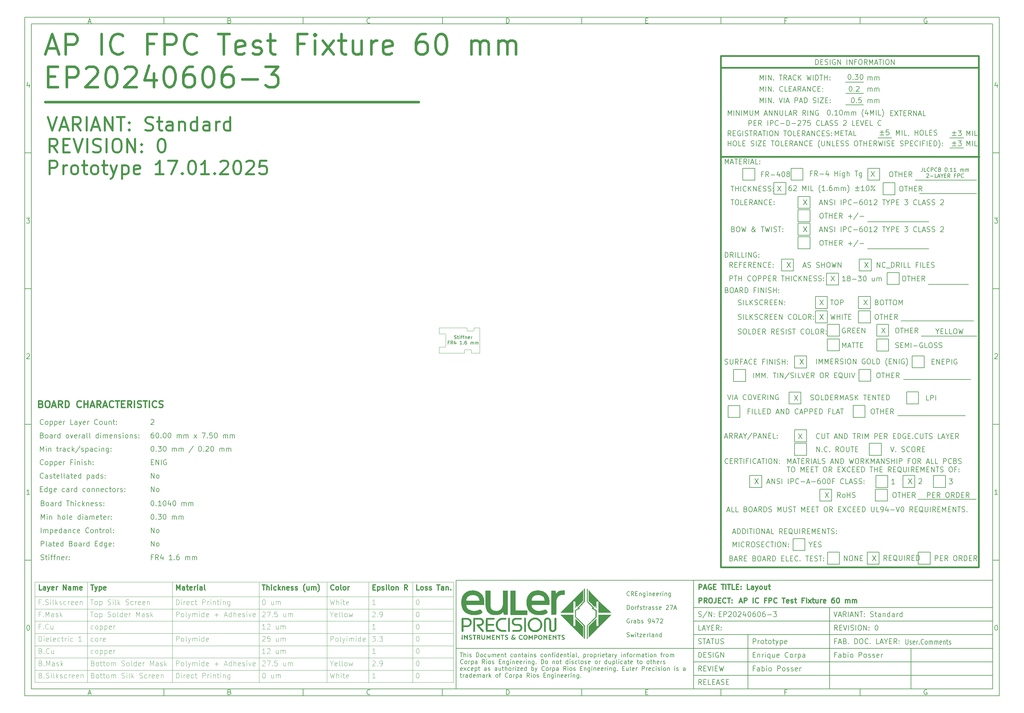
<source format=gbr>
%TF.GenerationSoftware,KiCad,Pcbnew,8.0.7-1.fc41*%
%TF.CreationDate,2025-01-19T01:12:39+01:00*%
%TF.ProjectId,0100_COVERSHEET,30313030-5f43-44f5-9645-525348454554,0*%
%TF.SameCoordinates,Original*%
%TF.FileFunction,Other,Comment*%
%FSLAX46Y46*%
G04 Gerber Fmt 4.6, Leading zero omitted, Abs format (unit mm)*
G04 Created by KiCad (PCBNEW 8.0.7-1.fc41) date 2025-01-19 01:12:39*
%MOMM*%
%LPD*%
G01*
G04 APERTURE LIST*
%ADD10C,0.100000*%
%ADD11C,0.150000*%
%ADD12C,0.300000*%
%ADD13C,0.750000*%
%ADD14C,0.600000*%
%ADD15C,0.000001*%
%ADD16C,0.203200*%
%ADD17C,0.508000*%
%ADD18C,0.200000*%
%ADD19C,0.400000*%
G04 APERTURE END LIST*
D10*
D11*
X7000000Y-203000000D02*
X290000000Y-203000000D01*
X290000000Y-7000000D01*
X7000000Y-7000000D01*
X7000000Y-203000000D01*
D10*
D11*
X132000000Y-171000000D02*
X290000000Y-171000000D01*
X290000000Y-203000000D01*
X132000000Y-203000000D01*
X132000000Y-171000000D01*
D10*
D11*
X202000000Y-203000000D02*
X202000000Y-171000000D01*
D10*
D11*
X290000000Y-199000000D02*
X202000000Y-199000000D01*
D10*
D11*
X290000000Y-195000000D02*
X202000000Y-195000000D01*
D10*
D11*
X290000000Y-191000000D02*
X201000000Y-191000000D01*
D10*
D11*
X290000000Y-187000000D02*
X202000000Y-187000000D01*
D10*
D11*
X290000000Y-183000000D02*
X202000000Y-183000000D01*
D10*
D11*
X290000000Y-179000000D02*
X202000000Y-179000000D01*
D10*
D11*
X266000000Y-203000000D02*
X266000000Y-191000000D01*
D10*
D11*
X242000000Y-203000000D02*
X242000000Y-179000000D01*
D10*
D11*
X218000000Y-203000000D02*
X218000000Y-187000000D01*
D10*
D12*
X203556710Y-173685528D02*
X203556710Y-172185528D01*
X203556710Y-172185528D02*
X204128139Y-172185528D01*
X204128139Y-172185528D02*
X204270996Y-172256957D01*
X204270996Y-172256957D02*
X204342425Y-172328385D01*
X204342425Y-172328385D02*
X204413853Y-172471242D01*
X204413853Y-172471242D02*
X204413853Y-172685528D01*
X204413853Y-172685528D02*
X204342425Y-172828385D01*
X204342425Y-172828385D02*
X204270996Y-172899814D01*
X204270996Y-172899814D02*
X204128139Y-172971242D01*
X204128139Y-172971242D02*
X203556710Y-172971242D01*
X204985282Y-173256957D02*
X205699568Y-173256957D01*
X204842425Y-173685528D02*
X205342425Y-172185528D01*
X205342425Y-172185528D02*
X205842425Y-173685528D01*
X207128139Y-172256957D02*
X206985282Y-172185528D01*
X206985282Y-172185528D02*
X206770996Y-172185528D01*
X206770996Y-172185528D02*
X206556710Y-172256957D01*
X206556710Y-172256957D02*
X206413853Y-172399814D01*
X206413853Y-172399814D02*
X206342424Y-172542671D01*
X206342424Y-172542671D02*
X206270996Y-172828385D01*
X206270996Y-172828385D02*
X206270996Y-173042671D01*
X206270996Y-173042671D02*
X206342424Y-173328385D01*
X206342424Y-173328385D02*
X206413853Y-173471242D01*
X206413853Y-173471242D02*
X206556710Y-173614100D01*
X206556710Y-173614100D02*
X206770996Y-173685528D01*
X206770996Y-173685528D02*
X206913853Y-173685528D01*
X206913853Y-173685528D02*
X207128139Y-173614100D01*
X207128139Y-173614100D02*
X207199567Y-173542671D01*
X207199567Y-173542671D02*
X207199567Y-173042671D01*
X207199567Y-173042671D02*
X206913853Y-173042671D01*
X207842424Y-172899814D02*
X208342424Y-172899814D01*
X208556710Y-173685528D02*
X207842424Y-173685528D01*
X207842424Y-173685528D02*
X207842424Y-172185528D01*
X207842424Y-172185528D02*
X208556710Y-172185528D01*
X210128139Y-172185528D02*
X210985282Y-172185528D01*
X210556710Y-173685528D02*
X210556710Y-172185528D01*
X211485281Y-173685528D02*
X211485281Y-172185528D01*
X211985282Y-172185528D02*
X212842425Y-172185528D01*
X212413853Y-173685528D02*
X212413853Y-172185528D01*
X214056710Y-173685528D02*
X213342424Y-173685528D01*
X213342424Y-173685528D02*
X213342424Y-172185528D01*
X214556710Y-172899814D02*
X215056710Y-172899814D01*
X215270996Y-173685528D02*
X214556710Y-173685528D01*
X214556710Y-173685528D02*
X214556710Y-172185528D01*
X214556710Y-172185528D02*
X215270996Y-172185528D01*
X215913853Y-173542671D02*
X215985282Y-173614100D01*
X215985282Y-173614100D02*
X215913853Y-173685528D01*
X215913853Y-173685528D02*
X215842425Y-173614100D01*
X215842425Y-173614100D02*
X215913853Y-173542671D01*
X215913853Y-173542671D02*
X215913853Y-173685528D01*
X215913853Y-172756957D02*
X215985282Y-172828385D01*
X215985282Y-172828385D02*
X215913853Y-172899814D01*
X215913853Y-172899814D02*
X215842425Y-172828385D01*
X215842425Y-172828385D02*
X215913853Y-172756957D01*
X215913853Y-172756957D02*
X215913853Y-172899814D01*
X218485282Y-173685528D02*
X217770996Y-173685528D01*
X217770996Y-173685528D02*
X217770996Y-172185528D01*
X219628140Y-173685528D02*
X219628140Y-172899814D01*
X219628140Y-172899814D02*
X219556711Y-172756957D01*
X219556711Y-172756957D02*
X219413854Y-172685528D01*
X219413854Y-172685528D02*
X219128140Y-172685528D01*
X219128140Y-172685528D02*
X218985282Y-172756957D01*
X219628140Y-173614100D02*
X219485282Y-173685528D01*
X219485282Y-173685528D02*
X219128140Y-173685528D01*
X219128140Y-173685528D02*
X218985282Y-173614100D01*
X218985282Y-173614100D02*
X218913854Y-173471242D01*
X218913854Y-173471242D02*
X218913854Y-173328385D01*
X218913854Y-173328385D02*
X218985282Y-173185528D01*
X218985282Y-173185528D02*
X219128140Y-173114100D01*
X219128140Y-173114100D02*
X219485282Y-173114100D01*
X219485282Y-173114100D02*
X219628140Y-173042671D01*
X220199568Y-172685528D02*
X220556711Y-173685528D01*
X220913854Y-172685528D02*
X220556711Y-173685528D01*
X220556711Y-173685528D02*
X220413854Y-174042671D01*
X220413854Y-174042671D02*
X220342425Y-174114100D01*
X220342425Y-174114100D02*
X220199568Y-174185528D01*
X221699568Y-173685528D02*
X221556711Y-173614100D01*
X221556711Y-173614100D02*
X221485282Y-173542671D01*
X221485282Y-173542671D02*
X221413854Y-173399814D01*
X221413854Y-173399814D02*
X221413854Y-172971242D01*
X221413854Y-172971242D02*
X221485282Y-172828385D01*
X221485282Y-172828385D02*
X221556711Y-172756957D01*
X221556711Y-172756957D02*
X221699568Y-172685528D01*
X221699568Y-172685528D02*
X221913854Y-172685528D01*
X221913854Y-172685528D02*
X222056711Y-172756957D01*
X222056711Y-172756957D02*
X222128140Y-172828385D01*
X222128140Y-172828385D02*
X222199568Y-172971242D01*
X222199568Y-172971242D02*
X222199568Y-173399814D01*
X222199568Y-173399814D02*
X222128140Y-173542671D01*
X222128140Y-173542671D02*
X222056711Y-173614100D01*
X222056711Y-173614100D02*
X221913854Y-173685528D01*
X221913854Y-173685528D02*
X221699568Y-173685528D01*
X223485283Y-172685528D02*
X223485283Y-173685528D01*
X222842425Y-172685528D02*
X222842425Y-173471242D01*
X222842425Y-173471242D02*
X222913854Y-173614100D01*
X222913854Y-173614100D02*
X223056711Y-173685528D01*
X223056711Y-173685528D02*
X223270997Y-173685528D01*
X223270997Y-173685528D02*
X223413854Y-173614100D01*
X223413854Y-173614100D02*
X223485283Y-173542671D01*
X223985283Y-172685528D02*
X224556711Y-172685528D01*
X224199568Y-172185528D02*
X224199568Y-173471242D01*
X224199568Y-173471242D02*
X224270997Y-173614100D01*
X224270997Y-173614100D02*
X224413854Y-173685528D01*
X224413854Y-173685528D02*
X224556711Y-173685528D01*
D10*
D11*
X201000000Y-191000000D02*
X132000000Y-191000000D01*
D10*
D12*
X203554510Y-177678328D02*
X203554510Y-176178328D01*
X203554510Y-176178328D02*
X204125939Y-176178328D01*
X204125939Y-176178328D02*
X204268796Y-176249757D01*
X204268796Y-176249757D02*
X204340225Y-176321185D01*
X204340225Y-176321185D02*
X204411653Y-176464042D01*
X204411653Y-176464042D02*
X204411653Y-176678328D01*
X204411653Y-176678328D02*
X204340225Y-176821185D01*
X204340225Y-176821185D02*
X204268796Y-176892614D01*
X204268796Y-176892614D02*
X204125939Y-176964042D01*
X204125939Y-176964042D02*
X203554510Y-176964042D01*
X205911653Y-177678328D02*
X205411653Y-176964042D01*
X205054510Y-177678328D02*
X205054510Y-176178328D01*
X205054510Y-176178328D02*
X205625939Y-176178328D01*
X205625939Y-176178328D02*
X205768796Y-176249757D01*
X205768796Y-176249757D02*
X205840225Y-176321185D01*
X205840225Y-176321185D02*
X205911653Y-176464042D01*
X205911653Y-176464042D02*
X205911653Y-176678328D01*
X205911653Y-176678328D02*
X205840225Y-176821185D01*
X205840225Y-176821185D02*
X205768796Y-176892614D01*
X205768796Y-176892614D02*
X205625939Y-176964042D01*
X205625939Y-176964042D02*
X205054510Y-176964042D01*
X206840225Y-176178328D02*
X207125939Y-176178328D01*
X207125939Y-176178328D02*
X207268796Y-176249757D01*
X207268796Y-176249757D02*
X207411653Y-176392614D01*
X207411653Y-176392614D02*
X207483082Y-176678328D01*
X207483082Y-176678328D02*
X207483082Y-177178328D01*
X207483082Y-177178328D02*
X207411653Y-177464042D01*
X207411653Y-177464042D02*
X207268796Y-177606900D01*
X207268796Y-177606900D02*
X207125939Y-177678328D01*
X207125939Y-177678328D02*
X206840225Y-177678328D01*
X206840225Y-177678328D02*
X206697368Y-177606900D01*
X206697368Y-177606900D02*
X206554510Y-177464042D01*
X206554510Y-177464042D02*
X206483082Y-177178328D01*
X206483082Y-177178328D02*
X206483082Y-176678328D01*
X206483082Y-176678328D02*
X206554510Y-176392614D01*
X206554510Y-176392614D02*
X206697368Y-176249757D01*
X206697368Y-176249757D02*
X206840225Y-176178328D01*
X208554511Y-176178328D02*
X208554511Y-177249757D01*
X208554511Y-177249757D02*
X208483082Y-177464042D01*
X208483082Y-177464042D02*
X208340225Y-177606900D01*
X208340225Y-177606900D02*
X208125939Y-177678328D01*
X208125939Y-177678328D02*
X207983082Y-177678328D01*
X209268796Y-176892614D02*
X209768796Y-176892614D01*
X209983082Y-177678328D02*
X209268796Y-177678328D01*
X209268796Y-177678328D02*
X209268796Y-176178328D01*
X209268796Y-176178328D02*
X209983082Y-176178328D01*
X211483082Y-177535471D02*
X211411654Y-177606900D01*
X211411654Y-177606900D02*
X211197368Y-177678328D01*
X211197368Y-177678328D02*
X211054511Y-177678328D01*
X211054511Y-177678328D02*
X210840225Y-177606900D01*
X210840225Y-177606900D02*
X210697368Y-177464042D01*
X210697368Y-177464042D02*
X210625939Y-177321185D01*
X210625939Y-177321185D02*
X210554511Y-177035471D01*
X210554511Y-177035471D02*
X210554511Y-176821185D01*
X210554511Y-176821185D02*
X210625939Y-176535471D01*
X210625939Y-176535471D02*
X210697368Y-176392614D01*
X210697368Y-176392614D02*
X210840225Y-176249757D01*
X210840225Y-176249757D02*
X211054511Y-176178328D01*
X211054511Y-176178328D02*
X211197368Y-176178328D01*
X211197368Y-176178328D02*
X211411654Y-176249757D01*
X211411654Y-176249757D02*
X211483082Y-176321185D01*
X211911654Y-176178328D02*
X212768797Y-176178328D01*
X212340225Y-177678328D02*
X212340225Y-176178328D01*
X213268796Y-177535471D02*
X213340225Y-177606900D01*
X213340225Y-177606900D02*
X213268796Y-177678328D01*
X213268796Y-177678328D02*
X213197368Y-177606900D01*
X213197368Y-177606900D02*
X213268796Y-177535471D01*
X213268796Y-177535471D02*
X213268796Y-177678328D01*
X213268796Y-176749757D02*
X213340225Y-176821185D01*
X213340225Y-176821185D02*
X213268796Y-176892614D01*
X213268796Y-176892614D02*
X213197368Y-176821185D01*
X213197368Y-176821185D02*
X213268796Y-176749757D01*
X213268796Y-176749757D02*
X213268796Y-176892614D01*
D10*
D11*
X203384398Y-181614700D02*
X203598684Y-181686128D01*
X203598684Y-181686128D02*
X203955826Y-181686128D01*
X203955826Y-181686128D02*
X204098684Y-181614700D01*
X204098684Y-181614700D02*
X204170112Y-181543271D01*
X204170112Y-181543271D02*
X204241541Y-181400414D01*
X204241541Y-181400414D02*
X204241541Y-181257557D01*
X204241541Y-181257557D02*
X204170112Y-181114700D01*
X204170112Y-181114700D02*
X204098684Y-181043271D01*
X204098684Y-181043271D02*
X203955826Y-180971842D01*
X203955826Y-180971842D02*
X203670112Y-180900414D01*
X203670112Y-180900414D02*
X203527255Y-180828985D01*
X203527255Y-180828985D02*
X203455826Y-180757557D01*
X203455826Y-180757557D02*
X203384398Y-180614700D01*
X203384398Y-180614700D02*
X203384398Y-180471842D01*
X203384398Y-180471842D02*
X203455826Y-180328985D01*
X203455826Y-180328985D02*
X203527255Y-180257557D01*
X203527255Y-180257557D02*
X203670112Y-180186128D01*
X203670112Y-180186128D02*
X204027255Y-180186128D01*
X204027255Y-180186128D02*
X204241541Y-180257557D01*
X205955826Y-180114700D02*
X204670112Y-182043271D01*
X206455826Y-181686128D02*
X206455826Y-180186128D01*
X206455826Y-180186128D02*
X207312969Y-181686128D01*
X207312969Y-181686128D02*
X207312969Y-180186128D01*
X208027255Y-181543271D02*
X208098684Y-181614700D01*
X208098684Y-181614700D02*
X208027255Y-181686128D01*
X208027255Y-181686128D02*
X207955827Y-181614700D01*
X207955827Y-181614700D02*
X208027255Y-181543271D01*
X208027255Y-181543271D02*
X208027255Y-181686128D01*
X208027255Y-180757557D02*
X208098684Y-180828985D01*
X208098684Y-180828985D02*
X208027255Y-180900414D01*
X208027255Y-180900414D02*
X207955827Y-180828985D01*
X207955827Y-180828985D02*
X208027255Y-180757557D01*
X208027255Y-180757557D02*
X208027255Y-180900414D01*
D10*
D11*
X203455826Y-193686128D02*
X203455826Y-192186128D01*
X203455826Y-192186128D02*
X203812969Y-192186128D01*
X203812969Y-192186128D02*
X204027255Y-192257557D01*
X204027255Y-192257557D02*
X204170112Y-192400414D01*
X204170112Y-192400414D02*
X204241541Y-192543271D01*
X204241541Y-192543271D02*
X204312969Y-192828985D01*
X204312969Y-192828985D02*
X204312969Y-193043271D01*
X204312969Y-193043271D02*
X204241541Y-193328985D01*
X204241541Y-193328985D02*
X204170112Y-193471842D01*
X204170112Y-193471842D02*
X204027255Y-193614700D01*
X204027255Y-193614700D02*
X203812969Y-193686128D01*
X203812969Y-193686128D02*
X203455826Y-193686128D01*
X204955826Y-192900414D02*
X205455826Y-192900414D01*
X205670112Y-193686128D02*
X204955826Y-193686128D01*
X204955826Y-193686128D02*
X204955826Y-192186128D01*
X204955826Y-192186128D02*
X205670112Y-192186128D01*
X206241541Y-193614700D02*
X206455827Y-193686128D01*
X206455827Y-193686128D02*
X206812969Y-193686128D01*
X206812969Y-193686128D02*
X206955827Y-193614700D01*
X206955827Y-193614700D02*
X207027255Y-193543271D01*
X207027255Y-193543271D02*
X207098684Y-193400414D01*
X207098684Y-193400414D02*
X207098684Y-193257557D01*
X207098684Y-193257557D02*
X207027255Y-193114700D01*
X207027255Y-193114700D02*
X206955827Y-193043271D01*
X206955827Y-193043271D02*
X206812969Y-192971842D01*
X206812969Y-192971842D02*
X206527255Y-192900414D01*
X206527255Y-192900414D02*
X206384398Y-192828985D01*
X206384398Y-192828985D02*
X206312969Y-192757557D01*
X206312969Y-192757557D02*
X206241541Y-192614700D01*
X206241541Y-192614700D02*
X206241541Y-192471842D01*
X206241541Y-192471842D02*
X206312969Y-192328985D01*
X206312969Y-192328985D02*
X206384398Y-192257557D01*
X206384398Y-192257557D02*
X206527255Y-192186128D01*
X206527255Y-192186128D02*
X206884398Y-192186128D01*
X206884398Y-192186128D02*
X207098684Y-192257557D01*
X207741540Y-193686128D02*
X207741540Y-192186128D01*
X209241541Y-192257557D02*
X209098684Y-192186128D01*
X209098684Y-192186128D02*
X208884398Y-192186128D01*
X208884398Y-192186128D02*
X208670112Y-192257557D01*
X208670112Y-192257557D02*
X208527255Y-192400414D01*
X208527255Y-192400414D02*
X208455826Y-192543271D01*
X208455826Y-192543271D02*
X208384398Y-192828985D01*
X208384398Y-192828985D02*
X208384398Y-193043271D01*
X208384398Y-193043271D02*
X208455826Y-193328985D01*
X208455826Y-193328985D02*
X208527255Y-193471842D01*
X208527255Y-193471842D02*
X208670112Y-193614700D01*
X208670112Y-193614700D02*
X208884398Y-193686128D01*
X208884398Y-193686128D02*
X209027255Y-193686128D01*
X209027255Y-193686128D02*
X209241541Y-193614700D01*
X209241541Y-193614700D02*
X209312969Y-193543271D01*
X209312969Y-193543271D02*
X209312969Y-193043271D01*
X209312969Y-193043271D02*
X209027255Y-193043271D01*
X209955826Y-193686128D02*
X209955826Y-192186128D01*
X209955826Y-192186128D02*
X210812969Y-193686128D01*
X210812969Y-193686128D02*
X210812969Y-192186128D01*
D10*
D11*
X204312969Y-197686128D02*
X203812969Y-196971842D01*
X203455826Y-197686128D02*
X203455826Y-196186128D01*
X203455826Y-196186128D02*
X204027255Y-196186128D01*
X204027255Y-196186128D02*
X204170112Y-196257557D01*
X204170112Y-196257557D02*
X204241541Y-196328985D01*
X204241541Y-196328985D02*
X204312969Y-196471842D01*
X204312969Y-196471842D02*
X204312969Y-196686128D01*
X204312969Y-196686128D02*
X204241541Y-196828985D01*
X204241541Y-196828985D02*
X204170112Y-196900414D01*
X204170112Y-196900414D02*
X204027255Y-196971842D01*
X204027255Y-196971842D02*
X203455826Y-196971842D01*
X204955826Y-196900414D02*
X205455826Y-196900414D01*
X205670112Y-197686128D02*
X204955826Y-197686128D01*
X204955826Y-197686128D02*
X204955826Y-196186128D01*
X204955826Y-196186128D02*
X205670112Y-196186128D01*
X206098684Y-196186128D02*
X206598684Y-197686128D01*
X206598684Y-197686128D02*
X207098684Y-196186128D01*
X207598683Y-197686128D02*
X207598683Y-196186128D01*
X208312969Y-196900414D02*
X208812969Y-196900414D01*
X209027255Y-197686128D02*
X208312969Y-197686128D01*
X208312969Y-197686128D02*
X208312969Y-196186128D01*
X208312969Y-196186128D02*
X209027255Y-196186128D01*
X209527255Y-196186128D02*
X209884398Y-197686128D01*
X209884398Y-197686128D02*
X210170112Y-196614700D01*
X210170112Y-196614700D02*
X210455827Y-197686128D01*
X210455827Y-197686128D02*
X210812970Y-196186128D01*
D10*
D11*
X204312969Y-201686128D02*
X203812969Y-200971842D01*
X203455826Y-201686128D02*
X203455826Y-200186128D01*
X203455826Y-200186128D02*
X204027255Y-200186128D01*
X204027255Y-200186128D02*
X204170112Y-200257557D01*
X204170112Y-200257557D02*
X204241541Y-200328985D01*
X204241541Y-200328985D02*
X204312969Y-200471842D01*
X204312969Y-200471842D02*
X204312969Y-200686128D01*
X204312969Y-200686128D02*
X204241541Y-200828985D01*
X204241541Y-200828985D02*
X204170112Y-200900414D01*
X204170112Y-200900414D02*
X204027255Y-200971842D01*
X204027255Y-200971842D02*
X203455826Y-200971842D01*
X204955826Y-200900414D02*
X205455826Y-200900414D01*
X205670112Y-201686128D02*
X204955826Y-201686128D01*
X204955826Y-201686128D02*
X204955826Y-200186128D01*
X204955826Y-200186128D02*
X205670112Y-200186128D01*
X207027255Y-201686128D02*
X206312969Y-201686128D01*
X206312969Y-201686128D02*
X206312969Y-200186128D01*
X207527255Y-200900414D02*
X208027255Y-200900414D01*
X208241541Y-201686128D02*
X207527255Y-201686128D01*
X207527255Y-201686128D02*
X207527255Y-200186128D01*
X207527255Y-200186128D02*
X208241541Y-200186128D01*
X208812970Y-201257557D02*
X209527256Y-201257557D01*
X208670113Y-201686128D02*
X209170113Y-200186128D01*
X209170113Y-200186128D02*
X209670113Y-201686128D01*
X210098684Y-201614700D02*
X210312970Y-201686128D01*
X210312970Y-201686128D02*
X210670112Y-201686128D01*
X210670112Y-201686128D02*
X210812970Y-201614700D01*
X210812970Y-201614700D02*
X210884398Y-201543271D01*
X210884398Y-201543271D02*
X210955827Y-201400414D01*
X210955827Y-201400414D02*
X210955827Y-201257557D01*
X210955827Y-201257557D02*
X210884398Y-201114700D01*
X210884398Y-201114700D02*
X210812970Y-201043271D01*
X210812970Y-201043271D02*
X210670112Y-200971842D01*
X210670112Y-200971842D02*
X210384398Y-200900414D01*
X210384398Y-200900414D02*
X210241541Y-200828985D01*
X210241541Y-200828985D02*
X210170112Y-200757557D01*
X210170112Y-200757557D02*
X210098684Y-200614700D01*
X210098684Y-200614700D02*
X210098684Y-200471842D01*
X210098684Y-200471842D02*
X210170112Y-200328985D01*
X210170112Y-200328985D02*
X210241541Y-200257557D01*
X210241541Y-200257557D02*
X210384398Y-200186128D01*
X210384398Y-200186128D02*
X210741541Y-200186128D01*
X210741541Y-200186128D02*
X210955827Y-200257557D01*
X211598683Y-200900414D02*
X212098683Y-200900414D01*
X212312969Y-201686128D02*
X211598683Y-201686128D01*
X211598683Y-201686128D02*
X211598683Y-200186128D01*
X211598683Y-200186128D02*
X212312969Y-200186128D01*
D10*
D11*
X243241541Y-180186128D02*
X243741541Y-181686128D01*
X243741541Y-181686128D02*
X244241541Y-180186128D01*
X244670112Y-181257557D02*
X245384398Y-181257557D01*
X244527255Y-181686128D02*
X245027255Y-180186128D01*
X245027255Y-180186128D02*
X245527255Y-181686128D01*
X246884397Y-181686128D02*
X246384397Y-180971842D01*
X246027254Y-181686128D02*
X246027254Y-180186128D01*
X246027254Y-180186128D02*
X246598683Y-180186128D01*
X246598683Y-180186128D02*
X246741540Y-180257557D01*
X246741540Y-180257557D02*
X246812969Y-180328985D01*
X246812969Y-180328985D02*
X246884397Y-180471842D01*
X246884397Y-180471842D02*
X246884397Y-180686128D01*
X246884397Y-180686128D02*
X246812969Y-180828985D01*
X246812969Y-180828985D02*
X246741540Y-180900414D01*
X246741540Y-180900414D02*
X246598683Y-180971842D01*
X246598683Y-180971842D02*
X246027254Y-180971842D01*
X247527254Y-181686128D02*
X247527254Y-180186128D01*
X248170112Y-181257557D02*
X248884398Y-181257557D01*
X248027255Y-181686128D02*
X248527255Y-180186128D01*
X248527255Y-180186128D02*
X249027255Y-181686128D01*
X249527254Y-181686128D02*
X249527254Y-180186128D01*
X249527254Y-180186128D02*
X250384397Y-181686128D01*
X250384397Y-181686128D02*
X250384397Y-180186128D01*
X250884398Y-180186128D02*
X251741541Y-180186128D01*
X251312969Y-181686128D02*
X251312969Y-180186128D01*
X252241540Y-181543271D02*
X252312969Y-181614700D01*
X252312969Y-181614700D02*
X252241540Y-181686128D01*
X252241540Y-181686128D02*
X252170112Y-181614700D01*
X252170112Y-181614700D02*
X252241540Y-181543271D01*
X252241540Y-181543271D02*
X252241540Y-181686128D01*
X252241540Y-180757557D02*
X252312969Y-180828985D01*
X252312969Y-180828985D02*
X252241540Y-180900414D01*
X252241540Y-180900414D02*
X252170112Y-180828985D01*
X252170112Y-180828985D02*
X252241540Y-180757557D01*
X252241540Y-180757557D02*
X252241540Y-180900414D01*
X254027255Y-181614700D02*
X254241541Y-181686128D01*
X254241541Y-181686128D02*
X254598683Y-181686128D01*
X254598683Y-181686128D02*
X254741541Y-181614700D01*
X254741541Y-181614700D02*
X254812969Y-181543271D01*
X254812969Y-181543271D02*
X254884398Y-181400414D01*
X254884398Y-181400414D02*
X254884398Y-181257557D01*
X254884398Y-181257557D02*
X254812969Y-181114700D01*
X254812969Y-181114700D02*
X254741541Y-181043271D01*
X254741541Y-181043271D02*
X254598683Y-180971842D01*
X254598683Y-180971842D02*
X254312969Y-180900414D01*
X254312969Y-180900414D02*
X254170112Y-180828985D01*
X254170112Y-180828985D02*
X254098683Y-180757557D01*
X254098683Y-180757557D02*
X254027255Y-180614700D01*
X254027255Y-180614700D02*
X254027255Y-180471842D01*
X254027255Y-180471842D02*
X254098683Y-180328985D01*
X254098683Y-180328985D02*
X254170112Y-180257557D01*
X254170112Y-180257557D02*
X254312969Y-180186128D01*
X254312969Y-180186128D02*
X254670112Y-180186128D01*
X254670112Y-180186128D02*
X254884398Y-180257557D01*
X255312969Y-180686128D02*
X255884397Y-180686128D01*
X255527254Y-180186128D02*
X255527254Y-181471842D01*
X255527254Y-181471842D02*
X255598683Y-181614700D01*
X255598683Y-181614700D02*
X255741540Y-181686128D01*
X255741540Y-181686128D02*
X255884397Y-181686128D01*
X257027255Y-181686128D02*
X257027255Y-180900414D01*
X257027255Y-180900414D02*
X256955826Y-180757557D01*
X256955826Y-180757557D02*
X256812969Y-180686128D01*
X256812969Y-180686128D02*
X256527255Y-180686128D01*
X256527255Y-180686128D02*
X256384397Y-180757557D01*
X257027255Y-181614700D02*
X256884397Y-181686128D01*
X256884397Y-181686128D02*
X256527255Y-181686128D01*
X256527255Y-181686128D02*
X256384397Y-181614700D01*
X256384397Y-181614700D02*
X256312969Y-181471842D01*
X256312969Y-181471842D02*
X256312969Y-181328985D01*
X256312969Y-181328985D02*
X256384397Y-181186128D01*
X256384397Y-181186128D02*
X256527255Y-181114700D01*
X256527255Y-181114700D02*
X256884397Y-181114700D01*
X256884397Y-181114700D02*
X257027255Y-181043271D01*
X257741540Y-180686128D02*
X257741540Y-181686128D01*
X257741540Y-180828985D02*
X257812969Y-180757557D01*
X257812969Y-180757557D02*
X257955826Y-180686128D01*
X257955826Y-180686128D02*
X258170112Y-180686128D01*
X258170112Y-180686128D02*
X258312969Y-180757557D01*
X258312969Y-180757557D02*
X258384398Y-180900414D01*
X258384398Y-180900414D02*
X258384398Y-181686128D01*
X259741541Y-181686128D02*
X259741541Y-180186128D01*
X259741541Y-181614700D02*
X259598683Y-181686128D01*
X259598683Y-181686128D02*
X259312969Y-181686128D01*
X259312969Y-181686128D02*
X259170112Y-181614700D01*
X259170112Y-181614700D02*
X259098683Y-181543271D01*
X259098683Y-181543271D02*
X259027255Y-181400414D01*
X259027255Y-181400414D02*
X259027255Y-180971842D01*
X259027255Y-180971842D02*
X259098683Y-180828985D01*
X259098683Y-180828985D02*
X259170112Y-180757557D01*
X259170112Y-180757557D02*
X259312969Y-180686128D01*
X259312969Y-180686128D02*
X259598683Y-180686128D01*
X259598683Y-180686128D02*
X259741541Y-180757557D01*
X261098684Y-181686128D02*
X261098684Y-180900414D01*
X261098684Y-180900414D02*
X261027255Y-180757557D01*
X261027255Y-180757557D02*
X260884398Y-180686128D01*
X260884398Y-180686128D02*
X260598684Y-180686128D01*
X260598684Y-180686128D02*
X260455826Y-180757557D01*
X261098684Y-181614700D02*
X260955826Y-181686128D01*
X260955826Y-181686128D02*
X260598684Y-181686128D01*
X260598684Y-181686128D02*
X260455826Y-181614700D01*
X260455826Y-181614700D02*
X260384398Y-181471842D01*
X260384398Y-181471842D02*
X260384398Y-181328985D01*
X260384398Y-181328985D02*
X260455826Y-181186128D01*
X260455826Y-181186128D02*
X260598684Y-181114700D01*
X260598684Y-181114700D02*
X260955826Y-181114700D01*
X260955826Y-181114700D02*
X261098684Y-181043271D01*
X261812969Y-181686128D02*
X261812969Y-180686128D01*
X261812969Y-180971842D02*
X261884398Y-180828985D01*
X261884398Y-180828985D02*
X261955827Y-180757557D01*
X261955827Y-180757557D02*
X262098684Y-180686128D01*
X262098684Y-180686128D02*
X262241541Y-180686128D01*
X263384398Y-181686128D02*
X263384398Y-180186128D01*
X263384398Y-181614700D02*
X263241540Y-181686128D01*
X263241540Y-181686128D02*
X262955826Y-181686128D01*
X262955826Y-181686128D02*
X262812969Y-181614700D01*
X262812969Y-181614700D02*
X262741540Y-181543271D01*
X262741540Y-181543271D02*
X262670112Y-181400414D01*
X262670112Y-181400414D02*
X262670112Y-180971842D01*
X262670112Y-180971842D02*
X262741540Y-180828985D01*
X262741540Y-180828985D02*
X262812969Y-180757557D01*
X262812969Y-180757557D02*
X262955826Y-180686128D01*
X262955826Y-180686128D02*
X263241540Y-180686128D01*
X263241540Y-180686128D02*
X263384398Y-180757557D01*
D10*
D11*
X244312969Y-185686128D02*
X243812969Y-184971842D01*
X243455826Y-185686128D02*
X243455826Y-184186128D01*
X243455826Y-184186128D02*
X244027255Y-184186128D01*
X244027255Y-184186128D02*
X244170112Y-184257557D01*
X244170112Y-184257557D02*
X244241541Y-184328985D01*
X244241541Y-184328985D02*
X244312969Y-184471842D01*
X244312969Y-184471842D02*
X244312969Y-184686128D01*
X244312969Y-184686128D02*
X244241541Y-184828985D01*
X244241541Y-184828985D02*
X244170112Y-184900414D01*
X244170112Y-184900414D02*
X244027255Y-184971842D01*
X244027255Y-184971842D02*
X243455826Y-184971842D01*
X244955826Y-184900414D02*
X245455826Y-184900414D01*
X245670112Y-185686128D02*
X244955826Y-185686128D01*
X244955826Y-185686128D02*
X244955826Y-184186128D01*
X244955826Y-184186128D02*
X245670112Y-184186128D01*
X246098684Y-184186128D02*
X246598684Y-185686128D01*
X246598684Y-185686128D02*
X247098684Y-184186128D01*
X247598683Y-185686128D02*
X247598683Y-184186128D01*
X248241541Y-185614700D02*
X248455827Y-185686128D01*
X248455827Y-185686128D02*
X248812969Y-185686128D01*
X248812969Y-185686128D02*
X248955827Y-185614700D01*
X248955827Y-185614700D02*
X249027255Y-185543271D01*
X249027255Y-185543271D02*
X249098684Y-185400414D01*
X249098684Y-185400414D02*
X249098684Y-185257557D01*
X249098684Y-185257557D02*
X249027255Y-185114700D01*
X249027255Y-185114700D02*
X248955827Y-185043271D01*
X248955827Y-185043271D02*
X248812969Y-184971842D01*
X248812969Y-184971842D02*
X248527255Y-184900414D01*
X248527255Y-184900414D02*
X248384398Y-184828985D01*
X248384398Y-184828985D02*
X248312969Y-184757557D01*
X248312969Y-184757557D02*
X248241541Y-184614700D01*
X248241541Y-184614700D02*
X248241541Y-184471842D01*
X248241541Y-184471842D02*
X248312969Y-184328985D01*
X248312969Y-184328985D02*
X248384398Y-184257557D01*
X248384398Y-184257557D02*
X248527255Y-184186128D01*
X248527255Y-184186128D02*
X248884398Y-184186128D01*
X248884398Y-184186128D02*
X249098684Y-184257557D01*
X249741540Y-185686128D02*
X249741540Y-184186128D01*
X250741541Y-184186128D02*
X251027255Y-184186128D01*
X251027255Y-184186128D02*
X251170112Y-184257557D01*
X251170112Y-184257557D02*
X251312969Y-184400414D01*
X251312969Y-184400414D02*
X251384398Y-184686128D01*
X251384398Y-184686128D02*
X251384398Y-185186128D01*
X251384398Y-185186128D02*
X251312969Y-185471842D01*
X251312969Y-185471842D02*
X251170112Y-185614700D01*
X251170112Y-185614700D02*
X251027255Y-185686128D01*
X251027255Y-185686128D02*
X250741541Y-185686128D01*
X250741541Y-185686128D02*
X250598684Y-185614700D01*
X250598684Y-185614700D02*
X250455826Y-185471842D01*
X250455826Y-185471842D02*
X250384398Y-185186128D01*
X250384398Y-185186128D02*
X250384398Y-184686128D01*
X250384398Y-184686128D02*
X250455826Y-184400414D01*
X250455826Y-184400414D02*
X250598684Y-184257557D01*
X250598684Y-184257557D02*
X250741541Y-184186128D01*
X252027255Y-185686128D02*
X252027255Y-184186128D01*
X252027255Y-184186128D02*
X252884398Y-185686128D01*
X252884398Y-185686128D02*
X252884398Y-184186128D01*
X253598684Y-185543271D02*
X253670113Y-185614700D01*
X253670113Y-185614700D02*
X253598684Y-185686128D01*
X253598684Y-185686128D02*
X253527256Y-185614700D01*
X253527256Y-185614700D02*
X253598684Y-185543271D01*
X253598684Y-185543271D02*
X253598684Y-185686128D01*
X253598684Y-184757557D02*
X253670113Y-184828985D01*
X253670113Y-184828985D02*
X253598684Y-184900414D01*
X253598684Y-184900414D02*
X253527256Y-184828985D01*
X253527256Y-184828985D02*
X253598684Y-184757557D01*
X253598684Y-184757557D02*
X253598684Y-184900414D01*
X255741542Y-184186128D02*
X255884399Y-184186128D01*
X255884399Y-184186128D02*
X256027256Y-184257557D01*
X256027256Y-184257557D02*
X256098685Y-184328985D01*
X256098685Y-184328985D02*
X256170113Y-184471842D01*
X256170113Y-184471842D02*
X256241542Y-184757557D01*
X256241542Y-184757557D02*
X256241542Y-185114700D01*
X256241542Y-185114700D02*
X256170113Y-185400414D01*
X256170113Y-185400414D02*
X256098685Y-185543271D01*
X256098685Y-185543271D02*
X256027256Y-185614700D01*
X256027256Y-185614700D02*
X255884399Y-185686128D01*
X255884399Y-185686128D02*
X255741542Y-185686128D01*
X255741542Y-185686128D02*
X255598685Y-185614700D01*
X255598685Y-185614700D02*
X255527256Y-185543271D01*
X255527256Y-185543271D02*
X255455827Y-185400414D01*
X255455827Y-185400414D02*
X255384399Y-185114700D01*
X255384399Y-185114700D02*
X255384399Y-184757557D01*
X255384399Y-184757557D02*
X255455827Y-184471842D01*
X255455827Y-184471842D02*
X255527256Y-184328985D01*
X255527256Y-184328985D02*
X255598685Y-184257557D01*
X255598685Y-184257557D02*
X255741542Y-184186128D01*
D10*
D11*
X203384398Y-189614700D02*
X203598684Y-189686128D01*
X203598684Y-189686128D02*
X203955826Y-189686128D01*
X203955826Y-189686128D02*
X204098684Y-189614700D01*
X204098684Y-189614700D02*
X204170112Y-189543271D01*
X204170112Y-189543271D02*
X204241541Y-189400414D01*
X204241541Y-189400414D02*
X204241541Y-189257557D01*
X204241541Y-189257557D02*
X204170112Y-189114700D01*
X204170112Y-189114700D02*
X204098684Y-189043271D01*
X204098684Y-189043271D02*
X203955826Y-188971842D01*
X203955826Y-188971842D02*
X203670112Y-188900414D01*
X203670112Y-188900414D02*
X203527255Y-188828985D01*
X203527255Y-188828985D02*
X203455826Y-188757557D01*
X203455826Y-188757557D02*
X203384398Y-188614700D01*
X203384398Y-188614700D02*
X203384398Y-188471842D01*
X203384398Y-188471842D02*
X203455826Y-188328985D01*
X203455826Y-188328985D02*
X203527255Y-188257557D01*
X203527255Y-188257557D02*
X203670112Y-188186128D01*
X203670112Y-188186128D02*
X204027255Y-188186128D01*
X204027255Y-188186128D02*
X204241541Y-188257557D01*
X204670112Y-188186128D02*
X205527255Y-188186128D01*
X205098683Y-189686128D02*
X205098683Y-188186128D01*
X205955826Y-189257557D02*
X206670112Y-189257557D01*
X205812969Y-189686128D02*
X206312969Y-188186128D01*
X206312969Y-188186128D02*
X206812969Y-189686128D01*
X207098683Y-188186128D02*
X207955826Y-188186128D01*
X207527254Y-189686128D02*
X207527254Y-188186128D01*
X208455825Y-188186128D02*
X208455825Y-189400414D01*
X208455825Y-189400414D02*
X208527254Y-189543271D01*
X208527254Y-189543271D02*
X208598683Y-189614700D01*
X208598683Y-189614700D02*
X208741540Y-189686128D01*
X208741540Y-189686128D02*
X209027254Y-189686128D01*
X209027254Y-189686128D02*
X209170111Y-189614700D01*
X209170111Y-189614700D02*
X209241540Y-189543271D01*
X209241540Y-189543271D02*
X209312968Y-189400414D01*
X209312968Y-189400414D02*
X209312968Y-188186128D01*
X209955826Y-189614700D02*
X210170112Y-189686128D01*
X210170112Y-189686128D02*
X210527254Y-189686128D01*
X210527254Y-189686128D02*
X210670112Y-189614700D01*
X210670112Y-189614700D02*
X210741540Y-189543271D01*
X210741540Y-189543271D02*
X210812969Y-189400414D01*
X210812969Y-189400414D02*
X210812969Y-189257557D01*
X210812969Y-189257557D02*
X210741540Y-189114700D01*
X210741540Y-189114700D02*
X210670112Y-189043271D01*
X210670112Y-189043271D02*
X210527254Y-188971842D01*
X210527254Y-188971842D02*
X210241540Y-188900414D01*
X210241540Y-188900414D02*
X210098683Y-188828985D01*
X210098683Y-188828985D02*
X210027254Y-188757557D01*
X210027254Y-188757557D02*
X209955826Y-188614700D01*
X209955826Y-188614700D02*
X209955826Y-188471842D01*
X209955826Y-188471842D02*
X210027254Y-188328985D01*
X210027254Y-188328985D02*
X210098683Y-188257557D01*
X210098683Y-188257557D02*
X210241540Y-188186128D01*
X210241540Y-188186128D02*
X210598683Y-188186128D01*
X210598683Y-188186128D02*
X210812969Y-188257557D01*
D10*
D11*
X219455826Y-189686128D02*
X219455826Y-188186128D01*
X219455826Y-188186128D02*
X220027255Y-188186128D01*
X220027255Y-188186128D02*
X220170112Y-188257557D01*
X220170112Y-188257557D02*
X220241541Y-188328985D01*
X220241541Y-188328985D02*
X220312969Y-188471842D01*
X220312969Y-188471842D02*
X220312969Y-188686128D01*
X220312969Y-188686128D02*
X220241541Y-188828985D01*
X220241541Y-188828985D02*
X220170112Y-188900414D01*
X220170112Y-188900414D02*
X220027255Y-188971842D01*
X220027255Y-188971842D02*
X219455826Y-188971842D01*
X220955826Y-189686128D02*
X220955826Y-188686128D01*
X220955826Y-188971842D02*
X221027255Y-188828985D01*
X221027255Y-188828985D02*
X221098684Y-188757557D01*
X221098684Y-188757557D02*
X221241541Y-188686128D01*
X221241541Y-188686128D02*
X221384398Y-188686128D01*
X222098683Y-189686128D02*
X221955826Y-189614700D01*
X221955826Y-189614700D02*
X221884397Y-189543271D01*
X221884397Y-189543271D02*
X221812969Y-189400414D01*
X221812969Y-189400414D02*
X221812969Y-188971842D01*
X221812969Y-188971842D02*
X221884397Y-188828985D01*
X221884397Y-188828985D02*
X221955826Y-188757557D01*
X221955826Y-188757557D02*
X222098683Y-188686128D01*
X222098683Y-188686128D02*
X222312969Y-188686128D01*
X222312969Y-188686128D02*
X222455826Y-188757557D01*
X222455826Y-188757557D02*
X222527255Y-188828985D01*
X222527255Y-188828985D02*
X222598683Y-188971842D01*
X222598683Y-188971842D02*
X222598683Y-189400414D01*
X222598683Y-189400414D02*
X222527255Y-189543271D01*
X222527255Y-189543271D02*
X222455826Y-189614700D01*
X222455826Y-189614700D02*
X222312969Y-189686128D01*
X222312969Y-189686128D02*
X222098683Y-189686128D01*
X223027255Y-188686128D02*
X223598683Y-188686128D01*
X223241540Y-188186128D02*
X223241540Y-189471842D01*
X223241540Y-189471842D02*
X223312969Y-189614700D01*
X223312969Y-189614700D02*
X223455826Y-189686128D01*
X223455826Y-189686128D02*
X223598683Y-189686128D01*
X224312969Y-189686128D02*
X224170112Y-189614700D01*
X224170112Y-189614700D02*
X224098683Y-189543271D01*
X224098683Y-189543271D02*
X224027255Y-189400414D01*
X224027255Y-189400414D02*
X224027255Y-188971842D01*
X224027255Y-188971842D02*
X224098683Y-188828985D01*
X224098683Y-188828985D02*
X224170112Y-188757557D01*
X224170112Y-188757557D02*
X224312969Y-188686128D01*
X224312969Y-188686128D02*
X224527255Y-188686128D01*
X224527255Y-188686128D02*
X224670112Y-188757557D01*
X224670112Y-188757557D02*
X224741541Y-188828985D01*
X224741541Y-188828985D02*
X224812969Y-188971842D01*
X224812969Y-188971842D02*
X224812969Y-189400414D01*
X224812969Y-189400414D02*
X224741541Y-189543271D01*
X224741541Y-189543271D02*
X224670112Y-189614700D01*
X224670112Y-189614700D02*
X224527255Y-189686128D01*
X224527255Y-189686128D02*
X224312969Y-189686128D01*
X225241541Y-188686128D02*
X225812969Y-188686128D01*
X225455826Y-188186128D02*
X225455826Y-189471842D01*
X225455826Y-189471842D02*
X225527255Y-189614700D01*
X225527255Y-189614700D02*
X225670112Y-189686128D01*
X225670112Y-189686128D02*
X225812969Y-189686128D01*
X226170112Y-188686128D02*
X226527255Y-189686128D01*
X226884398Y-188686128D02*
X226527255Y-189686128D01*
X226527255Y-189686128D02*
X226384398Y-190043271D01*
X226384398Y-190043271D02*
X226312969Y-190114700D01*
X226312969Y-190114700D02*
X226170112Y-190186128D01*
X227455826Y-188686128D02*
X227455826Y-190186128D01*
X227455826Y-188757557D02*
X227598684Y-188686128D01*
X227598684Y-188686128D02*
X227884398Y-188686128D01*
X227884398Y-188686128D02*
X228027255Y-188757557D01*
X228027255Y-188757557D02*
X228098684Y-188828985D01*
X228098684Y-188828985D02*
X228170112Y-188971842D01*
X228170112Y-188971842D02*
X228170112Y-189400414D01*
X228170112Y-189400414D02*
X228098684Y-189543271D01*
X228098684Y-189543271D02*
X228027255Y-189614700D01*
X228027255Y-189614700D02*
X227884398Y-189686128D01*
X227884398Y-189686128D02*
X227598684Y-189686128D01*
X227598684Y-189686128D02*
X227455826Y-189614700D01*
X229384398Y-189614700D02*
X229241541Y-189686128D01*
X229241541Y-189686128D02*
X228955827Y-189686128D01*
X228955827Y-189686128D02*
X228812969Y-189614700D01*
X228812969Y-189614700D02*
X228741541Y-189471842D01*
X228741541Y-189471842D02*
X228741541Y-188900414D01*
X228741541Y-188900414D02*
X228812969Y-188757557D01*
X228812969Y-188757557D02*
X228955827Y-188686128D01*
X228955827Y-188686128D02*
X229241541Y-188686128D01*
X229241541Y-188686128D02*
X229384398Y-188757557D01*
X229384398Y-188757557D02*
X229455827Y-188900414D01*
X229455827Y-188900414D02*
X229455827Y-189043271D01*
X229455827Y-189043271D02*
X228741541Y-189186128D01*
D10*
D11*
X219955826Y-196900414D02*
X219455826Y-196900414D01*
X219455826Y-197686128D02*
X219455826Y-196186128D01*
X219455826Y-196186128D02*
X220170112Y-196186128D01*
X221384398Y-197686128D02*
X221384398Y-196900414D01*
X221384398Y-196900414D02*
X221312969Y-196757557D01*
X221312969Y-196757557D02*
X221170112Y-196686128D01*
X221170112Y-196686128D02*
X220884398Y-196686128D01*
X220884398Y-196686128D02*
X220741540Y-196757557D01*
X221384398Y-197614700D02*
X221241540Y-197686128D01*
X221241540Y-197686128D02*
X220884398Y-197686128D01*
X220884398Y-197686128D02*
X220741540Y-197614700D01*
X220741540Y-197614700D02*
X220670112Y-197471842D01*
X220670112Y-197471842D02*
X220670112Y-197328985D01*
X220670112Y-197328985D02*
X220741540Y-197186128D01*
X220741540Y-197186128D02*
X220884398Y-197114700D01*
X220884398Y-197114700D02*
X221241540Y-197114700D01*
X221241540Y-197114700D02*
X221384398Y-197043271D01*
X222098683Y-197686128D02*
X222098683Y-196186128D01*
X222098683Y-196757557D02*
X222241541Y-196686128D01*
X222241541Y-196686128D02*
X222527255Y-196686128D01*
X222527255Y-196686128D02*
X222670112Y-196757557D01*
X222670112Y-196757557D02*
X222741541Y-196828985D01*
X222741541Y-196828985D02*
X222812969Y-196971842D01*
X222812969Y-196971842D02*
X222812969Y-197400414D01*
X222812969Y-197400414D02*
X222741541Y-197543271D01*
X222741541Y-197543271D02*
X222670112Y-197614700D01*
X222670112Y-197614700D02*
X222527255Y-197686128D01*
X222527255Y-197686128D02*
X222241541Y-197686128D01*
X222241541Y-197686128D02*
X222098683Y-197614700D01*
X223455826Y-197686128D02*
X223455826Y-196686128D01*
X223455826Y-196186128D02*
X223384398Y-196257557D01*
X223384398Y-196257557D02*
X223455826Y-196328985D01*
X223455826Y-196328985D02*
X223527255Y-196257557D01*
X223527255Y-196257557D02*
X223455826Y-196186128D01*
X223455826Y-196186128D02*
X223455826Y-196328985D01*
X224384398Y-197686128D02*
X224241541Y-197614700D01*
X224241541Y-197614700D02*
X224170112Y-197543271D01*
X224170112Y-197543271D02*
X224098684Y-197400414D01*
X224098684Y-197400414D02*
X224098684Y-196971842D01*
X224098684Y-196971842D02*
X224170112Y-196828985D01*
X224170112Y-196828985D02*
X224241541Y-196757557D01*
X224241541Y-196757557D02*
X224384398Y-196686128D01*
X224384398Y-196686128D02*
X224598684Y-196686128D01*
X224598684Y-196686128D02*
X224741541Y-196757557D01*
X224741541Y-196757557D02*
X224812970Y-196828985D01*
X224812970Y-196828985D02*
X224884398Y-196971842D01*
X224884398Y-196971842D02*
X224884398Y-197400414D01*
X224884398Y-197400414D02*
X224812970Y-197543271D01*
X224812970Y-197543271D02*
X224741541Y-197614700D01*
X224741541Y-197614700D02*
X224598684Y-197686128D01*
X224598684Y-197686128D02*
X224384398Y-197686128D01*
X226670112Y-197686128D02*
X226670112Y-196186128D01*
X226670112Y-196186128D02*
X227241541Y-196186128D01*
X227241541Y-196186128D02*
X227384398Y-196257557D01*
X227384398Y-196257557D02*
X227455827Y-196328985D01*
X227455827Y-196328985D02*
X227527255Y-196471842D01*
X227527255Y-196471842D02*
X227527255Y-196686128D01*
X227527255Y-196686128D02*
X227455827Y-196828985D01*
X227455827Y-196828985D02*
X227384398Y-196900414D01*
X227384398Y-196900414D02*
X227241541Y-196971842D01*
X227241541Y-196971842D02*
X226670112Y-196971842D01*
X228384398Y-197686128D02*
X228241541Y-197614700D01*
X228241541Y-197614700D02*
X228170112Y-197543271D01*
X228170112Y-197543271D02*
X228098684Y-197400414D01*
X228098684Y-197400414D02*
X228098684Y-196971842D01*
X228098684Y-196971842D02*
X228170112Y-196828985D01*
X228170112Y-196828985D02*
X228241541Y-196757557D01*
X228241541Y-196757557D02*
X228384398Y-196686128D01*
X228384398Y-196686128D02*
X228598684Y-196686128D01*
X228598684Y-196686128D02*
X228741541Y-196757557D01*
X228741541Y-196757557D02*
X228812970Y-196828985D01*
X228812970Y-196828985D02*
X228884398Y-196971842D01*
X228884398Y-196971842D02*
X228884398Y-197400414D01*
X228884398Y-197400414D02*
X228812970Y-197543271D01*
X228812970Y-197543271D02*
X228741541Y-197614700D01*
X228741541Y-197614700D02*
X228598684Y-197686128D01*
X228598684Y-197686128D02*
X228384398Y-197686128D01*
X229455827Y-197614700D02*
X229598684Y-197686128D01*
X229598684Y-197686128D02*
X229884398Y-197686128D01*
X229884398Y-197686128D02*
X230027255Y-197614700D01*
X230027255Y-197614700D02*
X230098684Y-197471842D01*
X230098684Y-197471842D02*
X230098684Y-197400414D01*
X230098684Y-197400414D02*
X230027255Y-197257557D01*
X230027255Y-197257557D02*
X229884398Y-197186128D01*
X229884398Y-197186128D02*
X229670113Y-197186128D01*
X229670113Y-197186128D02*
X229527255Y-197114700D01*
X229527255Y-197114700D02*
X229455827Y-196971842D01*
X229455827Y-196971842D02*
X229455827Y-196900414D01*
X229455827Y-196900414D02*
X229527255Y-196757557D01*
X229527255Y-196757557D02*
X229670113Y-196686128D01*
X229670113Y-196686128D02*
X229884398Y-196686128D01*
X229884398Y-196686128D02*
X230027255Y-196757557D01*
X230670113Y-197614700D02*
X230812970Y-197686128D01*
X230812970Y-197686128D02*
X231098684Y-197686128D01*
X231098684Y-197686128D02*
X231241541Y-197614700D01*
X231241541Y-197614700D02*
X231312970Y-197471842D01*
X231312970Y-197471842D02*
X231312970Y-197400414D01*
X231312970Y-197400414D02*
X231241541Y-197257557D01*
X231241541Y-197257557D02*
X231098684Y-197186128D01*
X231098684Y-197186128D02*
X230884399Y-197186128D01*
X230884399Y-197186128D02*
X230741541Y-197114700D01*
X230741541Y-197114700D02*
X230670113Y-196971842D01*
X230670113Y-196971842D02*
X230670113Y-196900414D01*
X230670113Y-196900414D02*
X230741541Y-196757557D01*
X230741541Y-196757557D02*
X230884399Y-196686128D01*
X230884399Y-196686128D02*
X231098684Y-196686128D01*
X231098684Y-196686128D02*
X231241541Y-196757557D01*
X232527256Y-197614700D02*
X232384399Y-197686128D01*
X232384399Y-197686128D02*
X232098685Y-197686128D01*
X232098685Y-197686128D02*
X231955827Y-197614700D01*
X231955827Y-197614700D02*
X231884399Y-197471842D01*
X231884399Y-197471842D02*
X231884399Y-196900414D01*
X231884399Y-196900414D02*
X231955827Y-196757557D01*
X231955827Y-196757557D02*
X232098685Y-196686128D01*
X232098685Y-196686128D02*
X232384399Y-196686128D01*
X232384399Y-196686128D02*
X232527256Y-196757557D01*
X232527256Y-196757557D02*
X232598685Y-196900414D01*
X232598685Y-196900414D02*
X232598685Y-197043271D01*
X232598685Y-197043271D02*
X231884399Y-197186128D01*
X233241541Y-197686128D02*
X233241541Y-196686128D01*
X233241541Y-196971842D02*
X233312970Y-196828985D01*
X233312970Y-196828985D02*
X233384399Y-196757557D01*
X233384399Y-196757557D02*
X233527256Y-196686128D01*
X233527256Y-196686128D02*
X233670113Y-196686128D01*
D10*
D11*
X219455826Y-192900414D02*
X219955826Y-192900414D01*
X220170112Y-193686128D02*
X219455826Y-193686128D01*
X219455826Y-193686128D02*
X219455826Y-192186128D01*
X219455826Y-192186128D02*
X220170112Y-192186128D01*
X220812969Y-192686128D02*
X220812969Y-193686128D01*
X220812969Y-192828985D02*
X220884398Y-192757557D01*
X220884398Y-192757557D02*
X221027255Y-192686128D01*
X221027255Y-192686128D02*
X221241541Y-192686128D01*
X221241541Y-192686128D02*
X221384398Y-192757557D01*
X221384398Y-192757557D02*
X221455827Y-192900414D01*
X221455827Y-192900414D02*
X221455827Y-193686128D01*
X222170112Y-193686128D02*
X222170112Y-192686128D01*
X222170112Y-192971842D02*
X222241541Y-192828985D01*
X222241541Y-192828985D02*
X222312970Y-192757557D01*
X222312970Y-192757557D02*
X222455827Y-192686128D01*
X222455827Y-192686128D02*
X222598684Y-192686128D01*
X223098683Y-193686128D02*
X223098683Y-192686128D01*
X223098683Y-192186128D02*
X223027255Y-192257557D01*
X223027255Y-192257557D02*
X223098683Y-192328985D01*
X223098683Y-192328985D02*
X223170112Y-192257557D01*
X223170112Y-192257557D02*
X223098683Y-192186128D01*
X223098683Y-192186128D02*
X223098683Y-192328985D01*
X224455827Y-192686128D02*
X224455827Y-194186128D01*
X224455827Y-193614700D02*
X224312969Y-193686128D01*
X224312969Y-193686128D02*
X224027255Y-193686128D01*
X224027255Y-193686128D02*
X223884398Y-193614700D01*
X223884398Y-193614700D02*
X223812969Y-193543271D01*
X223812969Y-193543271D02*
X223741541Y-193400414D01*
X223741541Y-193400414D02*
X223741541Y-192971842D01*
X223741541Y-192971842D02*
X223812969Y-192828985D01*
X223812969Y-192828985D02*
X223884398Y-192757557D01*
X223884398Y-192757557D02*
X224027255Y-192686128D01*
X224027255Y-192686128D02*
X224312969Y-192686128D01*
X224312969Y-192686128D02*
X224455827Y-192757557D01*
X225812970Y-192686128D02*
X225812970Y-193686128D01*
X225170112Y-192686128D02*
X225170112Y-193471842D01*
X225170112Y-193471842D02*
X225241541Y-193614700D01*
X225241541Y-193614700D02*
X225384398Y-193686128D01*
X225384398Y-193686128D02*
X225598684Y-193686128D01*
X225598684Y-193686128D02*
X225741541Y-193614700D01*
X225741541Y-193614700D02*
X225812970Y-193543271D01*
X227098684Y-193614700D02*
X226955827Y-193686128D01*
X226955827Y-193686128D02*
X226670113Y-193686128D01*
X226670113Y-193686128D02*
X226527255Y-193614700D01*
X226527255Y-193614700D02*
X226455827Y-193471842D01*
X226455827Y-193471842D02*
X226455827Y-192900414D01*
X226455827Y-192900414D02*
X226527255Y-192757557D01*
X226527255Y-192757557D02*
X226670113Y-192686128D01*
X226670113Y-192686128D02*
X226955827Y-192686128D01*
X226955827Y-192686128D02*
X227098684Y-192757557D01*
X227098684Y-192757557D02*
X227170113Y-192900414D01*
X227170113Y-192900414D02*
X227170113Y-193043271D01*
X227170113Y-193043271D02*
X226455827Y-193186128D01*
X229812969Y-193543271D02*
X229741541Y-193614700D01*
X229741541Y-193614700D02*
X229527255Y-193686128D01*
X229527255Y-193686128D02*
X229384398Y-193686128D01*
X229384398Y-193686128D02*
X229170112Y-193614700D01*
X229170112Y-193614700D02*
X229027255Y-193471842D01*
X229027255Y-193471842D02*
X228955826Y-193328985D01*
X228955826Y-193328985D02*
X228884398Y-193043271D01*
X228884398Y-193043271D02*
X228884398Y-192828985D01*
X228884398Y-192828985D02*
X228955826Y-192543271D01*
X228955826Y-192543271D02*
X229027255Y-192400414D01*
X229027255Y-192400414D02*
X229170112Y-192257557D01*
X229170112Y-192257557D02*
X229384398Y-192186128D01*
X229384398Y-192186128D02*
X229527255Y-192186128D01*
X229527255Y-192186128D02*
X229741541Y-192257557D01*
X229741541Y-192257557D02*
X229812969Y-192328985D01*
X230670112Y-193686128D02*
X230527255Y-193614700D01*
X230527255Y-193614700D02*
X230455826Y-193543271D01*
X230455826Y-193543271D02*
X230384398Y-193400414D01*
X230384398Y-193400414D02*
X230384398Y-192971842D01*
X230384398Y-192971842D02*
X230455826Y-192828985D01*
X230455826Y-192828985D02*
X230527255Y-192757557D01*
X230527255Y-192757557D02*
X230670112Y-192686128D01*
X230670112Y-192686128D02*
X230884398Y-192686128D01*
X230884398Y-192686128D02*
X231027255Y-192757557D01*
X231027255Y-192757557D02*
X231098684Y-192828985D01*
X231098684Y-192828985D02*
X231170112Y-192971842D01*
X231170112Y-192971842D02*
X231170112Y-193400414D01*
X231170112Y-193400414D02*
X231098684Y-193543271D01*
X231098684Y-193543271D02*
X231027255Y-193614700D01*
X231027255Y-193614700D02*
X230884398Y-193686128D01*
X230884398Y-193686128D02*
X230670112Y-193686128D01*
X231812969Y-193686128D02*
X231812969Y-192686128D01*
X231812969Y-192971842D02*
X231884398Y-192828985D01*
X231884398Y-192828985D02*
X231955827Y-192757557D01*
X231955827Y-192757557D02*
X232098684Y-192686128D01*
X232098684Y-192686128D02*
X232241541Y-192686128D01*
X232741540Y-192686128D02*
X232741540Y-194186128D01*
X232741540Y-192757557D02*
X232884398Y-192686128D01*
X232884398Y-192686128D02*
X233170112Y-192686128D01*
X233170112Y-192686128D02*
X233312969Y-192757557D01*
X233312969Y-192757557D02*
X233384398Y-192828985D01*
X233384398Y-192828985D02*
X233455826Y-192971842D01*
X233455826Y-192971842D02*
X233455826Y-193400414D01*
X233455826Y-193400414D02*
X233384398Y-193543271D01*
X233384398Y-193543271D02*
X233312969Y-193614700D01*
X233312969Y-193614700D02*
X233170112Y-193686128D01*
X233170112Y-193686128D02*
X232884398Y-193686128D01*
X232884398Y-193686128D02*
X232741540Y-193614700D01*
X234741541Y-193686128D02*
X234741541Y-192900414D01*
X234741541Y-192900414D02*
X234670112Y-192757557D01*
X234670112Y-192757557D02*
X234527255Y-192686128D01*
X234527255Y-192686128D02*
X234241541Y-192686128D01*
X234241541Y-192686128D02*
X234098683Y-192757557D01*
X234741541Y-193614700D02*
X234598683Y-193686128D01*
X234598683Y-193686128D02*
X234241541Y-193686128D01*
X234241541Y-193686128D02*
X234098683Y-193614700D01*
X234098683Y-193614700D02*
X234027255Y-193471842D01*
X234027255Y-193471842D02*
X234027255Y-193328985D01*
X234027255Y-193328985D02*
X234098683Y-193186128D01*
X234098683Y-193186128D02*
X234241541Y-193114700D01*
X234241541Y-193114700D02*
X234598683Y-193114700D01*
X234598683Y-193114700D02*
X234741541Y-193043271D01*
D10*
D11*
X243955826Y-192900414D02*
X243455826Y-192900414D01*
X243455826Y-193686128D02*
X243455826Y-192186128D01*
X243455826Y-192186128D02*
X244170112Y-192186128D01*
X245384398Y-193686128D02*
X245384398Y-192900414D01*
X245384398Y-192900414D02*
X245312969Y-192757557D01*
X245312969Y-192757557D02*
X245170112Y-192686128D01*
X245170112Y-192686128D02*
X244884398Y-192686128D01*
X244884398Y-192686128D02*
X244741540Y-192757557D01*
X245384398Y-193614700D02*
X245241540Y-193686128D01*
X245241540Y-193686128D02*
X244884398Y-193686128D01*
X244884398Y-193686128D02*
X244741540Y-193614700D01*
X244741540Y-193614700D02*
X244670112Y-193471842D01*
X244670112Y-193471842D02*
X244670112Y-193328985D01*
X244670112Y-193328985D02*
X244741540Y-193186128D01*
X244741540Y-193186128D02*
X244884398Y-193114700D01*
X244884398Y-193114700D02*
X245241540Y-193114700D01*
X245241540Y-193114700D02*
X245384398Y-193043271D01*
X246098683Y-193686128D02*
X246098683Y-192186128D01*
X246098683Y-192757557D02*
X246241541Y-192686128D01*
X246241541Y-192686128D02*
X246527255Y-192686128D01*
X246527255Y-192686128D02*
X246670112Y-192757557D01*
X246670112Y-192757557D02*
X246741541Y-192828985D01*
X246741541Y-192828985D02*
X246812969Y-192971842D01*
X246812969Y-192971842D02*
X246812969Y-193400414D01*
X246812969Y-193400414D02*
X246741541Y-193543271D01*
X246741541Y-193543271D02*
X246670112Y-193614700D01*
X246670112Y-193614700D02*
X246527255Y-193686128D01*
X246527255Y-193686128D02*
X246241541Y-193686128D01*
X246241541Y-193686128D02*
X246098683Y-193614700D01*
X247455826Y-193686128D02*
X247455826Y-192686128D01*
X247455826Y-192186128D02*
X247384398Y-192257557D01*
X247384398Y-192257557D02*
X247455826Y-192328985D01*
X247455826Y-192328985D02*
X247527255Y-192257557D01*
X247527255Y-192257557D02*
X247455826Y-192186128D01*
X247455826Y-192186128D02*
X247455826Y-192328985D01*
X248384398Y-193686128D02*
X248241541Y-193614700D01*
X248241541Y-193614700D02*
X248170112Y-193543271D01*
X248170112Y-193543271D02*
X248098684Y-193400414D01*
X248098684Y-193400414D02*
X248098684Y-192971842D01*
X248098684Y-192971842D02*
X248170112Y-192828985D01*
X248170112Y-192828985D02*
X248241541Y-192757557D01*
X248241541Y-192757557D02*
X248384398Y-192686128D01*
X248384398Y-192686128D02*
X248598684Y-192686128D01*
X248598684Y-192686128D02*
X248741541Y-192757557D01*
X248741541Y-192757557D02*
X248812970Y-192828985D01*
X248812970Y-192828985D02*
X248884398Y-192971842D01*
X248884398Y-192971842D02*
X248884398Y-193400414D01*
X248884398Y-193400414D02*
X248812970Y-193543271D01*
X248812970Y-193543271D02*
X248741541Y-193614700D01*
X248741541Y-193614700D02*
X248598684Y-193686128D01*
X248598684Y-193686128D02*
X248384398Y-193686128D01*
X250670112Y-193686128D02*
X250670112Y-192186128D01*
X250670112Y-192186128D02*
X251241541Y-192186128D01*
X251241541Y-192186128D02*
X251384398Y-192257557D01*
X251384398Y-192257557D02*
X251455827Y-192328985D01*
X251455827Y-192328985D02*
X251527255Y-192471842D01*
X251527255Y-192471842D02*
X251527255Y-192686128D01*
X251527255Y-192686128D02*
X251455827Y-192828985D01*
X251455827Y-192828985D02*
X251384398Y-192900414D01*
X251384398Y-192900414D02*
X251241541Y-192971842D01*
X251241541Y-192971842D02*
X250670112Y-192971842D01*
X252384398Y-193686128D02*
X252241541Y-193614700D01*
X252241541Y-193614700D02*
X252170112Y-193543271D01*
X252170112Y-193543271D02*
X252098684Y-193400414D01*
X252098684Y-193400414D02*
X252098684Y-192971842D01*
X252098684Y-192971842D02*
X252170112Y-192828985D01*
X252170112Y-192828985D02*
X252241541Y-192757557D01*
X252241541Y-192757557D02*
X252384398Y-192686128D01*
X252384398Y-192686128D02*
X252598684Y-192686128D01*
X252598684Y-192686128D02*
X252741541Y-192757557D01*
X252741541Y-192757557D02*
X252812970Y-192828985D01*
X252812970Y-192828985D02*
X252884398Y-192971842D01*
X252884398Y-192971842D02*
X252884398Y-193400414D01*
X252884398Y-193400414D02*
X252812970Y-193543271D01*
X252812970Y-193543271D02*
X252741541Y-193614700D01*
X252741541Y-193614700D02*
X252598684Y-193686128D01*
X252598684Y-193686128D02*
X252384398Y-193686128D01*
X253455827Y-193614700D02*
X253598684Y-193686128D01*
X253598684Y-193686128D02*
X253884398Y-193686128D01*
X253884398Y-193686128D02*
X254027255Y-193614700D01*
X254027255Y-193614700D02*
X254098684Y-193471842D01*
X254098684Y-193471842D02*
X254098684Y-193400414D01*
X254098684Y-193400414D02*
X254027255Y-193257557D01*
X254027255Y-193257557D02*
X253884398Y-193186128D01*
X253884398Y-193186128D02*
X253670113Y-193186128D01*
X253670113Y-193186128D02*
X253527255Y-193114700D01*
X253527255Y-193114700D02*
X253455827Y-192971842D01*
X253455827Y-192971842D02*
X253455827Y-192900414D01*
X253455827Y-192900414D02*
X253527255Y-192757557D01*
X253527255Y-192757557D02*
X253670113Y-192686128D01*
X253670113Y-192686128D02*
X253884398Y-192686128D01*
X253884398Y-192686128D02*
X254027255Y-192757557D01*
X254670113Y-193614700D02*
X254812970Y-193686128D01*
X254812970Y-193686128D02*
X255098684Y-193686128D01*
X255098684Y-193686128D02*
X255241541Y-193614700D01*
X255241541Y-193614700D02*
X255312970Y-193471842D01*
X255312970Y-193471842D02*
X255312970Y-193400414D01*
X255312970Y-193400414D02*
X255241541Y-193257557D01*
X255241541Y-193257557D02*
X255098684Y-193186128D01*
X255098684Y-193186128D02*
X254884399Y-193186128D01*
X254884399Y-193186128D02*
X254741541Y-193114700D01*
X254741541Y-193114700D02*
X254670113Y-192971842D01*
X254670113Y-192971842D02*
X254670113Y-192900414D01*
X254670113Y-192900414D02*
X254741541Y-192757557D01*
X254741541Y-192757557D02*
X254884399Y-192686128D01*
X254884399Y-192686128D02*
X255098684Y-192686128D01*
X255098684Y-192686128D02*
X255241541Y-192757557D01*
X256527256Y-193614700D02*
X256384399Y-193686128D01*
X256384399Y-193686128D02*
X256098685Y-193686128D01*
X256098685Y-193686128D02*
X255955827Y-193614700D01*
X255955827Y-193614700D02*
X255884399Y-193471842D01*
X255884399Y-193471842D02*
X255884399Y-192900414D01*
X255884399Y-192900414D02*
X255955827Y-192757557D01*
X255955827Y-192757557D02*
X256098685Y-192686128D01*
X256098685Y-192686128D02*
X256384399Y-192686128D01*
X256384399Y-192686128D02*
X256527256Y-192757557D01*
X256527256Y-192757557D02*
X256598685Y-192900414D01*
X256598685Y-192900414D02*
X256598685Y-193043271D01*
X256598685Y-193043271D02*
X255884399Y-193186128D01*
X257241541Y-193686128D02*
X257241541Y-192686128D01*
X257241541Y-192971842D02*
X257312970Y-192828985D01*
X257312970Y-192828985D02*
X257384399Y-192757557D01*
X257384399Y-192757557D02*
X257527256Y-192686128D01*
X257527256Y-192686128D02*
X257670113Y-192686128D01*
D10*
D12*
X215483282Y-177249957D02*
X216197568Y-177249957D01*
X215340425Y-177678528D02*
X215840425Y-176178528D01*
X215840425Y-176178528D02*
X216340425Y-177678528D01*
X216840424Y-177678528D02*
X216840424Y-176178528D01*
X216840424Y-176178528D02*
X217411853Y-176178528D01*
X217411853Y-176178528D02*
X217554710Y-176249957D01*
X217554710Y-176249957D02*
X217626139Y-176321385D01*
X217626139Y-176321385D02*
X217697567Y-176464242D01*
X217697567Y-176464242D02*
X217697567Y-176678528D01*
X217697567Y-176678528D02*
X217626139Y-176821385D01*
X217626139Y-176821385D02*
X217554710Y-176892814D01*
X217554710Y-176892814D02*
X217411853Y-176964242D01*
X217411853Y-176964242D02*
X216840424Y-176964242D01*
X219483281Y-177678528D02*
X219483281Y-176178528D01*
X221054710Y-177535671D02*
X220983282Y-177607100D01*
X220983282Y-177607100D02*
X220768996Y-177678528D01*
X220768996Y-177678528D02*
X220626139Y-177678528D01*
X220626139Y-177678528D02*
X220411853Y-177607100D01*
X220411853Y-177607100D02*
X220268996Y-177464242D01*
X220268996Y-177464242D02*
X220197567Y-177321385D01*
X220197567Y-177321385D02*
X220126139Y-177035671D01*
X220126139Y-177035671D02*
X220126139Y-176821385D01*
X220126139Y-176821385D02*
X220197567Y-176535671D01*
X220197567Y-176535671D02*
X220268996Y-176392814D01*
X220268996Y-176392814D02*
X220411853Y-176249957D01*
X220411853Y-176249957D02*
X220626139Y-176178528D01*
X220626139Y-176178528D02*
X220768996Y-176178528D01*
X220768996Y-176178528D02*
X220983282Y-176249957D01*
X220983282Y-176249957D02*
X221054710Y-176321385D01*
X223340424Y-176892814D02*
X222840424Y-176892814D01*
X222840424Y-177678528D02*
X222840424Y-176178528D01*
X222840424Y-176178528D02*
X223554710Y-176178528D01*
X224126138Y-177678528D02*
X224126138Y-176178528D01*
X224126138Y-176178528D02*
X224697567Y-176178528D01*
X224697567Y-176178528D02*
X224840424Y-176249957D01*
X224840424Y-176249957D02*
X224911853Y-176321385D01*
X224911853Y-176321385D02*
X224983281Y-176464242D01*
X224983281Y-176464242D02*
X224983281Y-176678528D01*
X224983281Y-176678528D02*
X224911853Y-176821385D01*
X224911853Y-176821385D02*
X224840424Y-176892814D01*
X224840424Y-176892814D02*
X224697567Y-176964242D01*
X224697567Y-176964242D02*
X224126138Y-176964242D01*
X226483281Y-177535671D02*
X226411853Y-177607100D01*
X226411853Y-177607100D02*
X226197567Y-177678528D01*
X226197567Y-177678528D02*
X226054710Y-177678528D01*
X226054710Y-177678528D02*
X225840424Y-177607100D01*
X225840424Y-177607100D02*
X225697567Y-177464242D01*
X225697567Y-177464242D02*
X225626138Y-177321385D01*
X225626138Y-177321385D02*
X225554710Y-177035671D01*
X225554710Y-177035671D02*
X225554710Y-176821385D01*
X225554710Y-176821385D02*
X225626138Y-176535671D01*
X225626138Y-176535671D02*
X225697567Y-176392814D01*
X225697567Y-176392814D02*
X225840424Y-176249957D01*
X225840424Y-176249957D02*
X226054710Y-176178528D01*
X226054710Y-176178528D02*
X226197567Y-176178528D01*
X226197567Y-176178528D02*
X226411853Y-176249957D01*
X226411853Y-176249957D02*
X226483281Y-176321385D01*
X228054710Y-176178528D02*
X228911853Y-176178528D01*
X228483281Y-177678528D02*
X228483281Y-176178528D01*
X229983281Y-177607100D02*
X229840424Y-177678528D01*
X229840424Y-177678528D02*
X229554710Y-177678528D01*
X229554710Y-177678528D02*
X229411852Y-177607100D01*
X229411852Y-177607100D02*
X229340424Y-177464242D01*
X229340424Y-177464242D02*
X229340424Y-176892814D01*
X229340424Y-176892814D02*
X229411852Y-176749957D01*
X229411852Y-176749957D02*
X229554710Y-176678528D01*
X229554710Y-176678528D02*
X229840424Y-176678528D01*
X229840424Y-176678528D02*
X229983281Y-176749957D01*
X229983281Y-176749957D02*
X230054710Y-176892814D01*
X230054710Y-176892814D02*
X230054710Y-177035671D01*
X230054710Y-177035671D02*
X229340424Y-177178528D01*
X230626138Y-177607100D02*
X230768995Y-177678528D01*
X230768995Y-177678528D02*
X231054709Y-177678528D01*
X231054709Y-177678528D02*
X231197566Y-177607100D01*
X231197566Y-177607100D02*
X231268995Y-177464242D01*
X231268995Y-177464242D02*
X231268995Y-177392814D01*
X231268995Y-177392814D02*
X231197566Y-177249957D01*
X231197566Y-177249957D02*
X231054709Y-177178528D01*
X231054709Y-177178528D02*
X230840424Y-177178528D01*
X230840424Y-177178528D02*
X230697566Y-177107100D01*
X230697566Y-177107100D02*
X230626138Y-176964242D01*
X230626138Y-176964242D02*
X230626138Y-176892814D01*
X230626138Y-176892814D02*
X230697566Y-176749957D01*
X230697566Y-176749957D02*
X230840424Y-176678528D01*
X230840424Y-176678528D02*
X231054709Y-176678528D01*
X231054709Y-176678528D02*
X231197566Y-176749957D01*
X231697567Y-176678528D02*
X232268995Y-176678528D01*
X231911852Y-176178528D02*
X231911852Y-177464242D01*
X231911852Y-177464242D02*
X231983281Y-177607100D01*
X231983281Y-177607100D02*
X232126138Y-177678528D01*
X232126138Y-177678528D02*
X232268995Y-177678528D01*
X234411852Y-176892814D02*
X233911852Y-176892814D01*
X233911852Y-177678528D02*
X233911852Y-176178528D01*
X233911852Y-176178528D02*
X234626138Y-176178528D01*
X235197566Y-177678528D02*
X235197566Y-176678528D01*
X235197566Y-176178528D02*
X235126138Y-176249957D01*
X235126138Y-176249957D02*
X235197566Y-176321385D01*
X235197566Y-176321385D02*
X235268995Y-176249957D01*
X235268995Y-176249957D02*
X235197566Y-176178528D01*
X235197566Y-176178528D02*
X235197566Y-176321385D01*
X235768995Y-177678528D02*
X236554710Y-176678528D01*
X235768995Y-176678528D02*
X236554710Y-177678528D01*
X236911853Y-176678528D02*
X237483281Y-176678528D01*
X237126138Y-176178528D02*
X237126138Y-177464242D01*
X237126138Y-177464242D02*
X237197567Y-177607100D01*
X237197567Y-177607100D02*
X237340424Y-177678528D01*
X237340424Y-177678528D02*
X237483281Y-177678528D01*
X238626139Y-176678528D02*
X238626139Y-177678528D01*
X237983281Y-176678528D02*
X237983281Y-177464242D01*
X237983281Y-177464242D02*
X238054710Y-177607100D01*
X238054710Y-177607100D02*
X238197567Y-177678528D01*
X238197567Y-177678528D02*
X238411853Y-177678528D01*
X238411853Y-177678528D02*
X238554710Y-177607100D01*
X238554710Y-177607100D02*
X238626139Y-177535671D01*
X239340424Y-177678528D02*
X239340424Y-176678528D01*
X239340424Y-176964242D02*
X239411853Y-176821385D01*
X239411853Y-176821385D02*
X239483282Y-176749957D01*
X239483282Y-176749957D02*
X239626139Y-176678528D01*
X239626139Y-176678528D02*
X239768996Y-176678528D01*
X240840424Y-177607100D02*
X240697567Y-177678528D01*
X240697567Y-177678528D02*
X240411853Y-177678528D01*
X240411853Y-177678528D02*
X240268995Y-177607100D01*
X240268995Y-177607100D02*
X240197567Y-177464242D01*
X240197567Y-177464242D02*
X240197567Y-176892814D01*
X240197567Y-176892814D02*
X240268995Y-176749957D01*
X240268995Y-176749957D02*
X240411853Y-176678528D01*
X240411853Y-176678528D02*
X240697567Y-176678528D01*
X240697567Y-176678528D02*
X240840424Y-176749957D01*
X240840424Y-176749957D02*
X240911853Y-176892814D01*
X240911853Y-176892814D02*
X240911853Y-177035671D01*
X240911853Y-177035671D02*
X240197567Y-177178528D01*
X243340424Y-176178528D02*
X243054709Y-176178528D01*
X243054709Y-176178528D02*
X242911852Y-176249957D01*
X242911852Y-176249957D02*
X242840424Y-176321385D01*
X242840424Y-176321385D02*
X242697566Y-176535671D01*
X242697566Y-176535671D02*
X242626138Y-176821385D01*
X242626138Y-176821385D02*
X242626138Y-177392814D01*
X242626138Y-177392814D02*
X242697566Y-177535671D01*
X242697566Y-177535671D02*
X242768995Y-177607100D01*
X242768995Y-177607100D02*
X242911852Y-177678528D01*
X242911852Y-177678528D02*
X243197566Y-177678528D01*
X243197566Y-177678528D02*
X243340424Y-177607100D01*
X243340424Y-177607100D02*
X243411852Y-177535671D01*
X243411852Y-177535671D02*
X243483281Y-177392814D01*
X243483281Y-177392814D02*
X243483281Y-177035671D01*
X243483281Y-177035671D02*
X243411852Y-176892814D01*
X243411852Y-176892814D02*
X243340424Y-176821385D01*
X243340424Y-176821385D02*
X243197566Y-176749957D01*
X243197566Y-176749957D02*
X242911852Y-176749957D01*
X242911852Y-176749957D02*
X242768995Y-176821385D01*
X242768995Y-176821385D02*
X242697566Y-176892814D01*
X242697566Y-176892814D02*
X242626138Y-177035671D01*
X244411852Y-176178528D02*
X244554709Y-176178528D01*
X244554709Y-176178528D02*
X244697566Y-176249957D01*
X244697566Y-176249957D02*
X244768995Y-176321385D01*
X244768995Y-176321385D02*
X244840423Y-176464242D01*
X244840423Y-176464242D02*
X244911852Y-176749957D01*
X244911852Y-176749957D02*
X244911852Y-177107100D01*
X244911852Y-177107100D02*
X244840423Y-177392814D01*
X244840423Y-177392814D02*
X244768995Y-177535671D01*
X244768995Y-177535671D02*
X244697566Y-177607100D01*
X244697566Y-177607100D02*
X244554709Y-177678528D01*
X244554709Y-177678528D02*
X244411852Y-177678528D01*
X244411852Y-177678528D02*
X244268995Y-177607100D01*
X244268995Y-177607100D02*
X244197566Y-177535671D01*
X244197566Y-177535671D02*
X244126137Y-177392814D01*
X244126137Y-177392814D02*
X244054709Y-177107100D01*
X244054709Y-177107100D02*
X244054709Y-176749957D01*
X244054709Y-176749957D02*
X244126137Y-176464242D01*
X244126137Y-176464242D02*
X244197566Y-176321385D01*
X244197566Y-176321385D02*
X244268995Y-176249957D01*
X244268995Y-176249957D02*
X244411852Y-176178528D01*
X246697565Y-177678528D02*
X246697565Y-176678528D01*
X246697565Y-176821385D02*
X246768994Y-176749957D01*
X246768994Y-176749957D02*
X246911851Y-176678528D01*
X246911851Y-176678528D02*
X247126137Y-176678528D01*
X247126137Y-176678528D02*
X247268994Y-176749957D01*
X247268994Y-176749957D02*
X247340423Y-176892814D01*
X247340423Y-176892814D02*
X247340423Y-177678528D01*
X247340423Y-176892814D02*
X247411851Y-176749957D01*
X247411851Y-176749957D02*
X247554708Y-176678528D01*
X247554708Y-176678528D02*
X247768994Y-176678528D01*
X247768994Y-176678528D02*
X247911851Y-176749957D01*
X247911851Y-176749957D02*
X247983280Y-176892814D01*
X247983280Y-176892814D02*
X247983280Y-177678528D01*
X248697565Y-177678528D02*
X248697565Y-176678528D01*
X248697565Y-176821385D02*
X248768994Y-176749957D01*
X248768994Y-176749957D02*
X248911851Y-176678528D01*
X248911851Y-176678528D02*
X249126137Y-176678528D01*
X249126137Y-176678528D02*
X249268994Y-176749957D01*
X249268994Y-176749957D02*
X249340423Y-176892814D01*
X249340423Y-176892814D02*
X249340423Y-177678528D01*
X249340423Y-176892814D02*
X249411851Y-176749957D01*
X249411851Y-176749957D02*
X249554708Y-176678528D01*
X249554708Y-176678528D02*
X249768994Y-176678528D01*
X249768994Y-176678528D02*
X249911851Y-176749957D01*
X249911851Y-176749957D02*
X249983280Y-176892814D01*
X249983280Y-176892814D02*
X249983280Y-177678528D01*
D10*
D11*
X209455826Y-180900414D02*
X209955826Y-180900414D01*
X210170112Y-181686128D02*
X209455826Y-181686128D01*
X209455826Y-181686128D02*
X209455826Y-180186128D01*
X209455826Y-180186128D02*
X210170112Y-180186128D01*
X210812969Y-181686128D02*
X210812969Y-180186128D01*
X210812969Y-180186128D02*
X211384398Y-180186128D01*
X211384398Y-180186128D02*
X211527255Y-180257557D01*
X211527255Y-180257557D02*
X211598684Y-180328985D01*
X211598684Y-180328985D02*
X211670112Y-180471842D01*
X211670112Y-180471842D02*
X211670112Y-180686128D01*
X211670112Y-180686128D02*
X211598684Y-180828985D01*
X211598684Y-180828985D02*
X211527255Y-180900414D01*
X211527255Y-180900414D02*
X211384398Y-180971842D01*
X211384398Y-180971842D02*
X210812969Y-180971842D01*
X212241541Y-180328985D02*
X212312969Y-180257557D01*
X212312969Y-180257557D02*
X212455827Y-180186128D01*
X212455827Y-180186128D02*
X212812969Y-180186128D01*
X212812969Y-180186128D02*
X212955827Y-180257557D01*
X212955827Y-180257557D02*
X213027255Y-180328985D01*
X213027255Y-180328985D02*
X213098684Y-180471842D01*
X213098684Y-180471842D02*
X213098684Y-180614700D01*
X213098684Y-180614700D02*
X213027255Y-180828985D01*
X213027255Y-180828985D02*
X212170112Y-181686128D01*
X212170112Y-181686128D02*
X213098684Y-181686128D01*
X214027255Y-180186128D02*
X214170112Y-180186128D01*
X214170112Y-180186128D02*
X214312969Y-180257557D01*
X214312969Y-180257557D02*
X214384398Y-180328985D01*
X214384398Y-180328985D02*
X214455826Y-180471842D01*
X214455826Y-180471842D02*
X214527255Y-180757557D01*
X214527255Y-180757557D02*
X214527255Y-181114700D01*
X214527255Y-181114700D02*
X214455826Y-181400414D01*
X214455826Y-181400414D02*
X214384398Y-181543271D01*
X214384398Y-181543271D02*
X214312969Y-181614700D01*
X214312969Y-181614700D02*
X214170112Y-181686128D01*
X214170112Y-181686128D02*
X214027255Y-181686128D01*
X214027255Y-181686128D02*
X213884398Y-181614700D01*
X213884398Y-181614700D02*
X213812969Y-181543271D01*
X213812969Y-181543271D02*
X213741540Y-181400414D01*
X213741540Y-181400414D02*
X213670112Y-181114700D01*
X213670112Y-181114700D02*
X213670112Y-180757557D01*
X213670112Y-180757557D02*
X213741540Y-180471842D01*
X213741540Y-180471842D02*
X213812969Y-180328985D01*
X213812969Y-180328985D02*
X213884398Y-180257557D01*
X213884398Y-180257557D02*
X214027255Y-180186128D01*
X215098683Y-180328985D02*
X215170111Y-180257557D01*
X215170111Y-180257557D02*
X215312969Y-180186128D01*
X215312969Y-180186128D02*
X215670111Y-180186128D01*
X215670111Y-180186128D02*
X215812969Y-180257557D01*
X215812969Y-180257557D02*
X215884397Y-180328985D01*
X215884397Y-180328985D02*
X215955826Y-180471842D01*
X215955826Y-180471842D02*
X215955826Y-180614700D01*
X215955826Y-180614700D02*
X215884397Y-180828985D01*
X215884397Y-180828985D02*
X215027254Y-181686128D01*
X215027254Y-181686128D02*
X215955826Y-181686128D01*
X217241540Y-180686128D02*
X217241540Y-181686128D01*
X216884397Y-180114700D02*
X216527254Y-181186128D01*
X216527254Y-181186128D02*
X217455825Y-181186128D01*
X218312968Y-180186128D02*
X218455825Y-180186128D01*
X218455825Y-180186128D02*
X218598682Y-180257557D01*
X218598682Y-180257557D02*
X218670111Y-180328985D01*
X218670111Y-180328985D02*
X218741539Y-180471842D01*
X218741539Y-180471842D02*
X218812968Y-180757557D01*
X218812968Y-180757557D02*
X218812968Y-181114700D01*
X218812968Y-181114700D02*
X218741539Y-181400414D01*
X218741539Y-181400414D02*
X218670111Y-181543271D01*
X218670111Y-181543271D02*
X218598682Y-181614700D01*
X218598682Y-181614700D02*
X218455825Y-181686128D01*
X218455825Y-181686128D02*
X218312968Y-181686128D01*
X218312968Y-181686128D02*
X218170111Y-181614700D01*
X218170111Y-181614700D02*
X218098682Y-181543271D01*
X218098682Y-181543271D02*
X218027253Y-181400414D01*
X218027253Y-181400414D02*
X217955825Y-181114700D01*
X217955825Y-181114700D02*
X217955825Y-180757557D01*
X217955825Y-180757557D02*
X218027253Y-180471842D01*
X218027253Y-180471842D02*
X218098682Y-180328985D01*
X218098682Y-180328985D02*
X218170111Y-180257557D01*
X218170111Y-180257557D02*
X218312968Y-180186128D01*
X220098682Y-180186128D02*
X219812967Y-180186128D01*
X219812967Y-180186128D02*
X219670110Y-180257557D01*
X219670110Y-180257557D02*
X219598682Y-180328985D01*
X219598682Y-180328985D02*
X219455824Y-180543271D01*
X219455824Y-180543271D02*
X219384396Y-180828985D01*
X219384396Y-180828985D02*
X219384396Y-181400414D01*
X219384396Y-181400414D02*
X219455824Y-181543271D01*
X219455824Y-181543271D02*
X219527253Y-181614700D01*
X219527253Y-181614700D02*
X219670110Y-181686128D01*
X219670110Y-181686128D02*
X219955824Y-181686128D01*
X219955824Y-181686128D02*
X220098682Y-181614700D01*
X220098682Y-181614700D02*
X220170110Y-181543271D01*
X220170110Y-181543271D02*
X220241539Y-181400414D01*
X220241539Y-181400414D02*
X220241539Y-181043271D01*
X220241539Y-181043271D02*
X220170110Y-180900414D01*
X220170110Y-180900414D02*
X220098682Y-180828985D01*
X220098682Y-180828985D02*
X219955824Y-180757557D01*
X219955824Y-180757557D02*
X219670110Y-180757557D01*
X219670110Y-180757557D02*
X219527253Y-180828985D01*
X219527253Y-180828985D02*
X219455824Y-180900414D01*
X219455824Y-180900414D02*
X219384396Y-181043271D01*
X221170110Y-180186128D02*
X221312967Y-180186128D01*
X221312967Y-180186128D02*
X221455824Y-180257557D01*
X221455824Y-180257557D02*
X221527253Y-180328985D01*
X221527253Y-180328985D02*
X221598681Y-180471842D01*
X221598681Y-180471842D02*
X221670110Y-180757557D01*
X221670110Y-180757557D02*
X221670110Y-181114700D01*
X221670110Y-181114700D02*
X221598681Y-181400414D01*
X221598681Y-181400414D02*
X221527253Y-181543271D01*
X221527253Y-181543271D02*
X221455824Y-181614700D01*
X221455824Y-181614700D02*
X221312967Y-181686128D01*
X221312967Y-181686128D02*
X221170110Y-181686128D01*
X221170110Y-181686128D02*
X221027253Y-181614700D01*
X221027253Y-181614700D02*
X220955824Y-181543271D01*
X220955824Y-181543271D02*
X220884395Y-181400414D01*
X220884395Y-181400414D02*
X220812967Y-181114700D01*
X220812967Y-181114700D02*
X220812967Y-180757557D01*
X220812967Y-180757557D02*
X220884395Y-180471842D01*
X220884395Y-180471842D02*
X220955824Y-180328985D01*
X220955824Y-180328985D02*
X221027253Y-180257557D01*
X221027253Y-180257557D02*
X221170110Y-180186128D01*
X222955824Y-180186128D02*
X222670109Y-180186128D01*
X222670109Y-180186128D02*
X222527252Y-180257557D01*
X222527252Y-180257557D02*
X222455824Y-180328985D01*
X222455824Y-180328985D02*
X222312966Y-180543271D01*
X222312966Y-180543271D02*
X222241538Y-180828985D01*
X222241538Y-180828985D02*
X222241538Y-181400414D01*
X222241538Y-181400414D02*
X222312966Y-181543271D01*
X222312966Y-181543271D02*
X222384395Y-181614700D01*
X222384395Y-181614700D02*
X222527252Y-181686128D01*
X222527252Y-181686128D02*
X222812966Y-181686128D01*
X222812966Y-181686128D02*
X222955824Y-181614700D01*
X222955824Y-181614700D02*
X223027252Y-181543271D01*
X223027252Y-181543271D02*
X223098681Y-181400414D01*
X223098681Y-181400414D02*
X223098681Y-181043271D01*
X223098681Y-181043271D02*
X223027252Y-180900414D01*
X223027252Y-180900414D02*
X222955824Y-180828985D01*
X222955824Y-180828985D02*
X222812966Y-180757557D01*
X222812966Y-180757557D02*
X222527252Y-180757557D01*
X222527252Y-180757557D02*
X222384395Y-180828985D01*
X222384395Y-180828985D02*
X222312966Y-180900414D01*
X222312966Y-180900414D02*
X222241538Y-181043271D01*
X223741537Y-181114700D02*
X224884395Y-181114700D01*
X225455823Y-180186128D02*
X226384395Y-180186128D01*
X226384395Y-180186128D02*
X225884395Y-180757557D01*
X225884395Y-180757557D02*
X226098680Y-180757557D01*
X226098680Y-180757557D02*
X226241538Y-180828985D01*
X226241538Y-180828985D02*
X226312966Y-180900414D01*
X226312966Y-180900414D02*
X226384395Y-181043271D01*
X226384395Y-181043271D02*
X226384395Y-181400414D01*
X226384395Y-181400414D02*
X226312966Y-181543271D01*
X226312966Y-181543271D02*
X226241538Y-181614700D01*
X226241538Y-181614700D02*
X226098680Y-181686128D01*
X226098680Y-181686128D02*
X225670109Y-181686128D01*
X225670109Y-181686128D02*
X225527252Y-181614700D01*
X225527252Y-181614700D02*
X225455823Y-181543271D01*
D10*
D11*
X133217731Y-192301828D02*
X133932017Y-192301828D01*
X133574874Y-193551828D02*
X133574874Y-192301828D01*
X134348684Y-193551828D02*
X134348684Y-192301828D01*
X134884398Y-193551828D02*
X134884398Y-192897066D01*
X134884398Y-192897066D02*
X134824874Y-192778019D01*
X134824874Y-192778019D02*
X134705826Y-192718495D01*
X134705826Y-192718495D02*
X134527255Y-192718495D01*
X134527255Y-192718495D02*
X134408207Y-192778019D01*
X134408207Y-192778019D02*
X134348684Y-192837543D01*
X135479636Y-193551828D02*
X135479636Y-192718495D01*
X135479636Y-192301828D02*
X135420112Y-192361352D01*
X135420112Y-192361352D02*
X135479636Y-192420876D01*
X135479636Y-192420876D02*
X135539159Y-192361352D01*
X135539159Y-192361352D02*
X135479636Y-192301828D01*
X135479636Y-192301828D02*
X135479636Y-192420876D01*
X136015350Y-193492305D02*
X136134397Y-193551828D01*
X136134397Y-193551828D02*
X136372493Y-193551828D01*
X136372493Y-193551828D02*
X136491540Y-193492305D01*
X136491540Y-193492305D02*
X136551064Y-193373257D01*
X136551064Y-193373257D02*
X136551064Y-193313733D01*
X136551064Y-193313733D02*
X136491540Y-193194685D01*
X136491540Y-193194685D02*
X136372493Y-193135162D01*
X136372493Y-193135162D02*
X136193921Y-193135162D01*
X136193921Y-193135162D02*
X136074874Y-193075638D01*
X136074874Y-193075638D02*
X136015350Y-192956590D01*
X136015350Y-192956590D02*
X136015350Y-192897066D01*
X136015350Y-192897066D02*
X136074874Y-192778019D01*
X136074874Y-192778019D02*
X136193921Y-192718495D01*
X136193921Y-192718495D02*
X136372493Y-192718495D01*
X136372493Y-192718495D02*
X136491540Y-192778019D01*
X138039160Y-193551828D02*
X138039160Y-192301828D01*
X138039160Y-192301828D02*
X138336779Y-192301828D01*
X138336779Y-192301828D02*
X138515350Y-192361352D01*
X138515350Y-192361352D02*
X138634398Y-192480400D01*
X138634398Y-192480400D02*
X138693921Y-192599447D01*
X138693921Y-192599447D02*
X138753445Y-192837543D01*
X138753445Y-192837543D02*
X138753445Y-193016114D01*
X138753445Y-193016114D02*
X138693921Y-193254209D01*
X138693921Y-193254209D02*
X138634398Y-193373257D01*
X138634398Y-193373257D02*
X138515350Y-193492305D01*
X138515350Y-193492305D02*
X138336779Y-193551828D01*
X138336779Y-193551828D02*
X138039160Y-193551828D01*
X139467731Y-193551828D02*
X139348683Y-193492305D01*
X139348683Y-193492305D02*
X139289160Y-193432781D01*
X139289160Y-193432781D02*
X139229636Y-193313733D01*
X139229636Y-193313733D02*
X139229636Y-192956590D01*
X139229636Y-192956590D02*
X139289160Y-192837543D01*
X139289160Y-192837543D02*
X139348683Y-192778019D01*
X139348683Y-192778019D02*
X139467731Y-192718495D01*
X139467731Y-192718495D02*
X139646302Y-192718495D01*
X139646302Y-192718495D02*
X139765350Y-192778019D01*
X139765350Y-192778019D02*
X139824874Y-192837543D01*
X139824874Y-192837543D02*
X139884398Y-192956590D01*
X139884398Y-192956590D02*
X139884398Y-193313733D01*
X139884398Y-193313733D02*
X139824874Y-193432781D01*
X139824874Y-193432781D02*
X139765350Y-193492305D01*
X139765350Y-193492305D02*
X139646302Y-193551828D01*
X139646302Y-193551828D02*
X139467731Y-193551828D01*
X140955826Y-193492305D02*
X140836778Y-193551828D01*
X140836778Y-193551828D02*
X140598683Y-193551828D01*
X140598683Y-193551828D02*
X140479635Y-193492305D01*
X140479635Y-193492305D02*
X140420112Y-193432781D01*
X140420112Y-193432781D02*
X140360588Y-193313733D01*
X140360588Y-193313733D02*
X140360588Y-192956590D01*
X140360588Y-192956590D02*
X140420112Y-192837543D01*
X140420112Y-192837543D02*
X140479635Y-192778019D01*
X140479635Y-192778019D02*
X140598683Y-192718495D01*
X140598683Y-192718495D02*
X140836778Y-192718495D01*
X140836778Y-192718495D02*
X140955826Y-192778019D01*
X142027255Y-192718495D02*
X142027255Y-193551828D01*
X141491541Y-192718495D02*
X141491541Y-193373257D01*
X141491541Y-193373257D02*
X141551064Y-193492305D01*
X141551064Y-193492305D02*
X141670112Y-193551828D01*
X141670112Y-193551828D02*
X141848683Y-193551828D01*
X141848683Y-193551828D02*
X141967731Y-193492305D01*
X141967731Y-193492305D02*
X142027255Y-193432781D01*
X142622493Y-193551828D02*
X142622493Y-192718495D01*
X142622493Y-192837543D02*
X142682016Y-192778019D01*
X142682016Y-192778019D02*
X142801064Y-192718495D01*
X142801064Y-192718495D02*
X142979635Y-192718495D01*
X142979635Y-192718495D02*
X143098683Y-192778019D01*
X143098683Y-192778019D02*
X143158207Y-192897066D01*
X143158207Y-192897066D02*
X143158207Y-193551828D01*
X143158207Y-192897066D02*
X143217731Y-192778019D01*
X143217731Y-192778019D02*
X143336778Y-192718495D01*
X143336778Y-192718495D02*
X143515350Y-192718495D01*
X143515350Y-192718495D02*
X143634397Y-192778019D01*
X143634397Y-192778019D02*
X143693921Y-192897066D01*
X143693921Y-192897066D02*
X143693921Y-193551828D01*
X144765350Y-193492305D02*
X144646302Y-193551828D01*
X144646302Y-193551828D02*
X144408207Y-193551828D01*
X144408207Y-193551828D02*
X144289160Y-193492305D01*
X144289160Y-193492305D02*
X144229636Y-193373257D01*
X144229636Y-193373257D02*
X144229636Y-192897066D01*
X144229636Y-192897066D02*
X144289160Y-192778019D01*
X144289160Y-192778019D02*
X144408207Y-192718495D01*
X144408207Y-192718495D02*
X144646302Y-192718495D01*
X144646302Y-192718495D02*
X144765350Y-192778019D01*
X144765350Y-192778019D02*
X144824874Y-192897066D01*
X144824874Y-192897066D02*
X144824874Y-193016114D01*
X144824874Y-193016114D02*
X144229636Y-193135162D01*
X145360589Y-192718495D02*
X145360589Y-193551828D01*
X145360589Y-192837543D02*
X145420112Y-192778019D01*
X145420112Y-192778019D02*
X145539160Y-192718495D01*
X145539160Y-192718495D02*
X145717731Y-192718495D01*
X145717731Y-192718495D02*
X145836779Y-192778019D01*
X145836779Y-192778019D02*
X145896303Y-192897066D01*
X145896303Y-192897066D02*
X145896303Y-193551828D01*
X146312969Y-192718495D02*
X146789160Y-192718495D01*
X146491541Y-192301828D02*
X146491541Y-193373257D01*
X146491541Y-193373257D02*
X146551064Y-193492305D01*
X146551064Y-193492305D02*
X146670112Y-193551828D01*
X146670112Y-193551828D02*
X146789160Y-193551828D01*
X148693922Y-193492305D02*
X148574874Y-193551828D01*
X148574874Y-193551828D02*
X148336779Y-193551828D01*
X148336779Y-193551828D02*
X148217731Y-193492305D01*
X148217731Y-193492305D02*
X148158208Y-193432781D01*
X148158208Y-193432781D02*
X148098684Y-193313733D01*
X148098684Y-193313733D02*
X148098684Y-192956590D01*
X148098684Y-192956590D02*
X148158208Y-192837543D01*
X148158208Y-192837543D02*
X148217731Y-192778019D01*
X148217731Y-192778019D02*
X148336779Y-192718495D01*
X148336779Y-192718495D02*
X148574874Y-192718495D01*
X148574874Y-192718495D02*
X148693922Y-192778019D01*
X149408208Y-193551828D02*
X149289160Y-193492305D01*
X149289160Y-193492305D02*
X149229637Y-193432781D01*
X149229637Y-193432781D02*
X149170113Y-193313733D01*
X149170113Y-193313733D02*
X149170113Y-192956590D01*
X149170113Y-192956590D02*
X149229637Y-192837543D01*
X149229637Y-192837543D02*
X149289160Y-192778019D01*
X149289160Y-192778019D02*
X149408208Y-192718495D01*
X149408208Y-192718495D02*
X149586779Y-192718495D01*
X149586779Y-192718495D02*
X149705827Y-192778019D01*
X149705827Y-192778019D02*
X149765351Y-192837543D01*
X149765351Y-192837543D02*
X149824875Y-192956590D01*
X149824875Y-192956590D02*
X149824875Y-193313733D01*
X149824875Y-193313733D02*
X149765351Y-193432781D01*
X149765351Y-193432781D02*
X149705827Y-193492305D01*
X149705827Y-193492305D02*
X149586779Y-193551828D01*
X149586779Y-193551828D02*
X149408208Y-193551828D01*
X150360589Y-192718495D02*
X150360589Y-193551828D01*
X150360589Y-192837543D02*
X150420112Y-192778019D01*
X150420112Y-192778019D02*
X150539160Y-192718495D01*
X150539160Y-192718495D02*
X150717731Y-192718495D01*
X150717731Y-192718495D02*
X150836779Y-192778019D01*
X150836779Y-192778019D02*
X150896303Y-192897066D01*
X150896303Y-192897066D02*
X150896303Y-193551828D01*
X151312969Y-192718495D02*
X151789160Y-192718495D01*
X151491541Y-192301828D02*
X151491541Y-193373257D01*
X151491541Y-193373257D02*
X151551064Y-193492305D01*
X151551064Y-193492305D02*
X151670112Y-193551828D01*
X151670112Y-193551828D02*
X151789160Y-193551828D01*
X152741541Y-193551828D02*
X152741541Y-192897066D01*
X152741541Y-192897066D02*
X152682017Y-192778019D01*
X152682017Y-192778019D02*
X152562969Y-192718495D01*
X152562969Y-192718495D02*
X152324874Y-192718495D01*
X152324874Y-192718495D02*
X152205827Y-192778019D01*
X152741541Y-193492305D02*
X152622493Y-193551828D01*
X152622493Y-193551828D02*
X152324874Y-193551828D01*
X152324874Y-193551828D02*
X152205827Y-193492305D01*
X152205827Y-193492305D02*
X152146303Y-193373257D01*
X152146303Y-193373257D02*
X152146303Y-193254209D01*
X152146303Y-193254209D02*
X152205827Y-193135162D01*
X152205827Y-193135162D02*
X152324874Y-193075638D01*
X152324874Y-193075638D02*
X152622493Y-193075638D01*
X152622493Y-193075638D02*
X152741541Y-193016114D01*
X153336779Y-193551828D02*
X153336779Y-192718495D01*
X153336779Y-192301828D02*
X153277255Y-192361352D01*
X153277255Y-192361352D02*
X153336779Y-192420876D01*
X153336779Y-192420876D02*
X153396302Y-192361352D01*
X153396302Y-192361352D02*
X153336779Y-192301828D01*
X153336779Y-192301828D02*
X153336779Y-192420876D01*
X153932017Y-192718495D02*
X153932017Y-193551828D01*
X153932017Y-192837543D02*
X153991540Y-192778019D01*
X153991540Y-192778019D02*
X154110588Y-192718495D01*
X154110588Y-192718495D02*
X154289159Y-192718495D01*
X154289159Y-192718495D02*
X154408207Y-192778019D01*
X154408207Y-192778019D02*
X154467731Y-192897066D01*
X154467731Y-192897066D02*
X154467731Y-193551828D01*
X155003445Y-193492305D02*
X155122492Y-193551828D01*
X155122492Y-193551828D02*
X155360588Y-193551828D01*
X155360588Y-193551828D02*
X155479635Y-193492305D01*
X155479635Y-193492305D02*
X155539159Y-193373257D01*
X155539159Y-193373257D02*
X155539159Y-193313733D01*
X155539159Y-193313733D02*
X155479635Y-193194685D01*
X155479635Y-193194685D02*
X155360588Y-193135162D01*
X155360588Y-193135162D02*
X155182016Y-193135162D01*
X155182016Y-193135162D02*
X155062969Y-193075638D01*
X155062969Y-193075638D02*
X155003445Y-192956590D01*
X155003445Y-192956590D02*
X155003445Y-192897066D01*
X155003445Y-192897066D02*
X155062969Y-192778019D01*
X155062969Y-192778019D02*
X155182016Y-192718495D01*
X155182016Y-192718495D02*
X155360588Y-192718495D01*
X155360588Y-192718495D02*
X155479635Y-192778019D01*
X157562969Y-193492305D02*
X157443921Y-193551828D01*
X157443921Y-193551828D02*
X157205826Y-193551828D01*
X157205826Y-193551828D02*
X157086778Y-193492305D01*
X157086778Y-193492305D02*
X157027255Y-193432781D01*
X157027255Y-193432781D02*
X156967731Y-193313733D01*
X156967731Y-193313733D02*
X156967731Y-192956590D01*
X156967731Y-192956590D02*
X157027255Y-192837543D01*
X157027255Y-192837543D02*
X157086778Y-192778019D01*
X157086778Y-192778019D02*
X157205826Y-192718495D01*
X157205826Y-192718495D02*
X157443921Y-192718495D01*
X157443921Y-192718495D02*
X157562969Y-192778019D01*
X158277255Y-193551828D02*
X158158207Y-193492305D01*
X158158207Y-193492305D02*
X158098684Y-193432781D01*
X158098684Y-193432781D02*
X158039160Y-193313733D01*
X158039160Y-193313733D02*
X158039160Y-192956590D01*
X158039160Y-192956590D02*
X158098684Y-192837543D01*
X158098684Y-192837543D02*
X158158207Y-192778019D01*
X158158207Y-192778019D02*
X158277255Y-192718495D01*
X158277255Y-192718495D02*
X158455826Y-192718495D01*
X158455826Y-192718495D02*
X158574874Y-192778019D01*
X158574874Y-192778019D02*
X158634398Y-192837543D01*
X158634398Y-192837543D02*
X158693922Y-192956590D01*
X158693922Y-192956590D02*
X158693922Y-193313733D01*
X158693922Y-193313733D02*
X158634398Y-193432781D01*
X158634398Y-193432781D02*
X158574874Y-193492305D01*
X158574874Y-193492305D02*
X158455826Y-193551828D01*
X158455826Y-193551828D02*
X158277255Y-193551828D01*
X159229636Y-192718495D02*
X159229636Y-193551828D01*
X159229636Y-192837543D02*
X159289159Y-192778019D01*
X159289159Y-192778019D02*
X159408207Y-192718495D01*
X159408207Y-192718495D02*
X159586778Y-192718495D01*
X159586778Y-192718495D02*
X159705826Y-192778019D01*
X159705826Y-192778019D02*
X159765350Y-192897066D01*
X159765350Y-192897066D02*
X159765350Y-193551828D01*
X160182016Y-192718495D02*
X160658207Y-192718495D01*
X160360588Y-193551828D02*
X160360588Y-192480400D01*
X160360588Y-192480400D02*
X160420111Y-192361352D01*
X160420111Y-192361352D02*
X160539159Y-192301828D01*
X160539159Y-192301828D02*
X160658207Y-192301828D01*
X161074874Y-193551828D02*
X161074874Y-192718495D01*
X161074874Y-192301828D02*
X161015350Y-192361352D01*
X161015350Y-192361352D02*
X161074874Y-192420876D01*
X161074874Y-192420876D02*
X161134397Y-192361352D01*
X161134397Y-192361352D02*
X161074874Y-192301828D01*
X161074874Y-192301828D02*
X161074874Y-192420876D01*
X162205826Y-193551828D02*
X162205826Y-192301828D01*
X162205826Y-193492305D02*
X162086778Y-193551828D01*
X162086778Y-193551828D02*
X161848683Y-193551828D01*
X161848683Y-193551828D02*
X161729635Y-193492305D01*
X161729635Y-193492305D02*
X161670112Y-193432781D01*
X161670112Y-193432781D02*
X161610588Y-193313733D01*
X161610588Y-193313733D02*
X161610588Y-192956590D01*
X161610588Y-192956590D02*
X161670112Y-192837543D01*
X161670112Y-192837543D02*
X161729635Y-192778019D01*
X161729635Y-192778019D02*
X161848683Y-192718495D01*
X161848683Y-192718495D02*
X162086778Y-192718495D01*
X162086778Y-192718495D02*
X162205826Y-192778019D01*
X163277254Y-193492305D02*
X163158206Y-193551828D01*
X163158206Y-193551828D02*
X162920111Y-193551828D01*
X162920111Y-193551828D02*
X162801064Y-193492305D01*
X162801064Y-193492305D02*
X162741540Y-193373257D01*
X162741540Y-193373257D02*
X162741540Y-192897066D01*
X162741540Y-192897066D02*
X162801064Y-192778019D01*
X162801064Y-192778019D02*
X162920111Y-192718495D01*
X162920111Y-192718495D02*
X163158206Y-192718495D01*
X163158206Y-192718495D02*
X163277254Y-192778019D01*
X163277254Y-192778019D02*
X163336778Y-192897066D01*
X163336778Y-192897066D02*
X163336778Y-193016114D01*
X163336778Y-193016114D02*
X162741540Y-193135162D01*
X163872493Y-192718495D02*
X163872493Y-193551828D01*
X163872493Y-192837543D02*
X163932016Y-192778019D01*
X163932016Y-192778019D02*
X164051064Y-192718495D01*
X164051064Y-192718495D02*
X164229635Y-192718495D01*
X164229635Y-192718495D02*
X164348683Y-192778019D01*
X164348683Y-192778019D02*
X164408207Y-192897066D01*
X164408207Y-192897066D02*
X164408207Y-193551828D01*
X164824873Y-192718495D02*
X165301064Y-192718495D01*
X165003445Y-192301828D02*
X165003445Y-193373257D01*
X165003445Y-193373257D02*
X165062968Y-193492305D01*
X165062968Y-193492305D02*
X165182016Y-193551828D01*
X165182016Y-193551828D02*
X165301064Y-193551828D01*
X165717731Y-193551828D02*
X165717731Y-192718495D01*
X165717731Y-192301828D02*
X165658207Y-192361352D01*
X165658207Y-192361352D02*
X165717731Y-192420876D01*
X165717731Y-192420876D02*
X165777254Y-192361352D01*
X165777254Y-192361352D02*
X165717731Y-192301828D01*
X165717731Y-192301828D02*
X165717731Y-192420876D01*
X166848683Y-193551828D02*
X166848683Y-192897066D01*
X166848683Y-192897066D02*
X166789159Y-192778019D01*
X166789159Y-192778019D02*
X166670111Y-192718495D01*
X166670111Y-192718495D02*
X166432016Y-192718495D01*
X166432016Y-192718495D02*
X166312969Y-192778019D01*
X166848683Y-193492305D02*
X166729635Y-193551828D01*
X166729635Y-193551828D02*
X166432016Y-193551828D01*
X166432016Y-193551828D02*
X166312969Y-193492305D01*
X166312969Y-193492305D02*
X166253445Y-193373257D01*
X166253445Y-193373257D02*
X166253445Y-193254209D01*
X166253445Y-193254209D02*
X166312969Y-193135162D01*
X166312969Y-193135162D02*
X166432016Y-193075638D01*
X166432016Y-193075638D02*
X166729635Y-193075638D01*
X166729635Y-193075638D02*
X166848683Y-193016114D01*
X167622492Y-193551828D02*
X167503444Y-193492305D01*
X167503444Y-193492305D02*
X167443921Y-193373257D01*
X167443921Y-193373257D02*
X167443921Y-192301828D01*
X168158206Y-193492305D02*
X168158206Y-193551828D01*
X168158206Y-193551828D02*
X168098683Y-193670876D01*
X168098683Y-193670876D02*
X168039159Y-193730400D01*
X169646302Y-192718495D02*
X169646302Y-193968495D01*
X169646302Y-192778019D02*
X169765349Y-192718495D01*
X169765349Y-192718495D02*
X170003444Y-192718495D01*
X170003444Y-192718495D02*
X170122492Y-192778019D01*
X170122492Y-192778019D02*
X170182016Y-192837543D01*
X170182016Y-192837543D02*
X170241540Y-192956590D01*
X170241540Y-192956590D02*
X170241540Y-193313733D01*
X170241540Y-193313733D02*
X170182016Y-193432781D01*
X170182016Y-193432781D02*
X170122492Y-193492305D01*
X170122492Y-193492305D02*
X170003444Y-193551828D01*
X170003444Y-193551828D02*
X169765349Y-193551828D01*
X169765349Y-193551828D02*
X169646302Y-193492305D01*
X170777254Y-193551828D02*
X170777254Y-192718495D01*
X170777254Y-192956590D02*
X170836777Y-192837543D01*
X170836777Y-192837543D02*
X170896301Y-192778019D01*
X170896301Y-192778019D02*
X171015349Y-192718495D01*
X171015349Y-192718495D02*
X171134396Y-192718495D01*
X171729635Y-193551828D02*
X171610587Y-193492305D01*
X171610587Y-193492305D02*
X171551064Y-193432781D01*
X171551064Y-193432781D02*
X171491540Y-193313733D01*
X171491540Y-193313733D02*
X171491540Y-192956590D01*
X171491540Y-192956590D02*
X171551064Y-192837543D01*
X171551064Y-192837543D02*
X171610587Y-192778019D01*
X171610587Y-192778019D02*
X171729635Y-192718495D01*
X171729635Y-192718495D02*
X171908206Y-192718495D01*
X171908206Y-192718495D02*
X172027254Y-192778019D01*
X172027254Y-192778019D02*
X172086778Y-192837543D01*
X172086778Y-192837543D02*
X172146302Y-192956590D01*
X172146302Y-192956590D02*
X172146302Y-193313733D01*
X172146302Y-193313733D02*
X172086778Y-193432781D01*
X172086778Y-193432781D02*
X172027254Y-193492305D01*
X172027254Y-193492305D02*
X171908206Y-193551828D01*
X171908206Y-193551828D02*
X171729635Y-193551828D01*
X172682016Y-192718495D02*
X172682016Y-193968495D01*
X172682016Y-192778019D02*
X172801063Y-192718495D01*
X172801063Y-192718495D02*
X173039158Y-192718495D01*
X173039158Y-192718495D02*
X173158206Y-192778019D01*
X173158206Y-192778019D02*
X173217730Y-192837543D01*
X173217730Y-192837543D02*
X173277254Y-192956590D01*
X173277254Y-192956590D02*
X173277254Y-193313733D01*
X173277254Y-193313733D02*
X173217730Y-193432781D01*
X173217730Y-193432781D02*
X173158206Y-193492305D01*
X173158206Y-193492305D02*
X173039158Y-193551828D01*
X173039158Y-193551828D02*
X172801063Y-193551828D01*
X172801063Y-193551828D02*
X172682016Y-193492305D01*
X173812968Y-193551828D02*
X173812968Y-192718495D01*
X173812968Y-192956590D02*
X173872491Y-192837543D01*
X173872491Y-192837543D02*
X173932015Y-192778019D01*
X173932015Y-192778019D02*
X174051063Y-192718495D01*
X174051063Y-192718495D02*
X174170110Y-192718495D01*
X174586778Y-193551828D02*
X174586778Y-192718495D01*
X174586778Y-192301828D02*
X174527254Y-192361352D01*
X174527254Y-192361352D02*
X174586778Y-192420876D01*
X174586778Y-192420876D02*
X174646301Y-192361352D01*
X174646301Y-192361352D02*
X174586778Y-192301828D01*
X174586778Y-192301828D02*
X174586778Y-192420876D01*
X175658206Y-193492305D02*
X175539158Y-193551828D01*
X175539158Y-193551828D02*
X175301063Y-193551828D01*
X175301063Y-193551828D02*
X175182016Y-193492305D01*
X175182016Y-193492305D02*
X175122492Y-193373257D01*
X175122492Y-193373257D02*
X175122492Y-192897066D01*
X175122492Y-192897066D02*
X175182016Y-192778019D01*
X175182016Y-192778019D02*
X175301063Y-192718495D01*
X175301063Y-192718495D02*
X175539158Y-192718495D01*
X175539158Y-192718495D02*
X175658206Y-192778019D01*
X175658206Y-192778019D02*
X175717730Y-192897066D01*
X175717730Y-192897066D02*
X175717730Y-193016114D01*
X175717730Y-193016114D02*
X175122492Y-193135162D01*
X176074873Y-192718495D02*
X176551064Y-192718495D01*
X176253445Y-192301828D02*
X176253445Y-193373257D01*
X176253445Y-193373257D02*
X176312968Y-193492305D01*
X176312968Y-193492305D02*
X176432016Y-193551828D01*
X176432016Y-193551828D02*
X176551064Y-193551828D01*
X177503445Y-193551828D02*
X177503445Y-192897066D01*
X177503445Y-192897066D02*
X177443921Y-192778019D01*
X177443921Y-192778019D02*
X177324873Y-192718495D01*
X177324873Y-192718495D02*
X177086778Y-192718495D01*
X177086778Y-192718495D02*
X176967731Y-192778019D01*
X177503445Y-193492305D02*
X177384397Y-193551828D01*
X177384397Y-193551828D02*
X177086778Y-193551828D01*
X177086778Y-193551828D02*
X176967731Y-193492305D01*
X176967731Y-193492305D02*
X176908207Y-193373257D01*
X176908207Y-193373257D02*
X176908207Y-193254209D01*
X176908207Y-193254209D02*
X176967731Y-193135162D01*
X176967731Y-193135162D02*
X177086778Y-193075638D01*
X177086778Y-193075638D02*
X177384397Y-193075638D01*
X177384397Y-193075638D02*
X177503445Y-193016114D01*
X178098683Y-193551828D02*
X178098683Y-192718495D01*
X178098683Y-192956590D02*
X178158206Y-192837543D01*
X178158206Y-192837543D02*
X178217730Y-192778019D01*
X178217730Y-192778019D02*
X178336778Y-192718495D01*
X178336778Y-192718495D02*
X178455825Y-192718495D01*
X178753445Y-192718495D02*
X179051064Y-193551828D01*
X179348683Y-192718495D02*
X179051064Y-193551828D01*
X179051064Y-193551828D02*
X178932016Y-193849447D01*
X178932016Y-193849447D02*
X178872493Y-193908971D01*
X178872493Y-193908971D02*
X178753445Y-193968495D01*
X180777255Y-193551828D02*
X180777255Y-192718495D01*
X180777255Y-192301828D02*
X180717731Y-192361352D01*
X180717731Y-192361352D02*
X180777255Y-192420876D01*
X180777255Y-192420876D02*
X180836778Y-192361352D01*
X180836778Y-192361352D02*
X180777255Y-192301828D01*
X180777255Y-192301828D02*
X180777255Y-192420876D01*
X181372493Y-192718495D02*
X181372493Y-193551828D01*
X181372493Y-192837543D02*
X181432016Y-192778019D01*
X181432016Y-192778019D02*
X181551064Y-192718495D01*
X181551064Y-192718495D02*
X181729635Y-192718495D01*
X181729635Y-192718495D02*
X181848683Y-192778019D01*
X181848683Y-192778019D02*
X181908207Y-192897066D01*
X181908207Y-192897066D02*
X181908207Y-193551828D01*
X182324873Y-192718495D02*
X182801064Y-192718495D01*
X182503445Y-193551828D02*
X182503445Y-192480400D01*
X182503445Y-192480400D02*
X182562968Y-192361352D01*
X182562968Y-192361352D02*
X182682016Y-192301828D01*
X182682016Y-192301828D02*
X182801064Y-192301828D01*
X183396302Y-193551828D02*
X183277254Y-193492305D01*
X183277254Y-193492305D02*
X183217731Y-193432781D01*
X183217731Y-193432781D02*
X183158207Y-193313733D01*
X183158207Y-193313733D02*
X183158207Y-192956590D01*
X183158207Y-192956590D02*
X183217731Y-192837543D01*
X183217731Y-192837543D02*
X183277254Y-192778019D01*
X183277254Y-192778019D02*
X183396302Y-192718495D01*
X183396302Y-192718495D02*
X183574873Y-192718495D01*
X183574873Y-192718495D02*
X183693921Y-192778019D01*
X183693921Y-192778019D02*
X183753445Y-192837543D01*
X183753445Y-192837543D02*
X183812969Y-192956590D01*
X183812969Y-192956590D02*
X183812969Y-193313733D01*
X183812969Y-193313733D02*
X183753445Y-193432781D01*
X183753445Y-193432781D02*
X183693921Y-193492305D01*
X183693921Y-193492305D02*
X183574873Y-193551828D01*
X183574873Y-193551828D02*
X183396302Y-193551828D01*
X184348683Y-193551828D02*
X184348683Y-192718495D01*
X184348683Y-192956590D02*
X184408206Y-192837543D01*
X184408206Y-192837543D02*
X184467730Y-192778019D01*
X184467730Y-192778019D02*
X184586778Y-192718495D01*
X184586778Y-192718495D02*
X184705825Y-192718495D01*
X185122493Y-193551828D02*
X185122493Y-192718495D01*
X185122493Y-192837543D02*
X185182016Y-192778019D01*
X185182016Y-192778019D02*
X185301064Y-192718495D01*
X185301064Y-192718495D02*
X185479635Y-192718495D01*
X185479635Y-192718495D02*
X185598683Y-192778019D01*
X185598683Y-192778019D02*
X185658207Y-192897066D01*
X185658207Y-192897066D02*
X185658207Y-193551828D01*
X185658207Y-192897066D02*
X185717731Y-192778019D01*
X185717731Y-192778019D02*
X185836778Y-192718495D01*
X185836778Y-192718495D02*
X186015350Y-192718495D01*
X186015350Y-192718495D02*
X186134397Y-192778019D01*
X186134397Y-192778019D02*
X186193921Y-192897066D01*
X186193921Y-192897066D02*
X186193921Y-193551828D01*
X187324874Y-193551828D02*
X187324874Y-192897066D01*
X187324874Y-192897066D02*
X187265350Y-192778019D01*
X187265350Y-192778019D02*
X187146302Y-192718495D01*
X187146302Y-192718495D02*
X186908207Y-192718495D01*
X186908207Y-192718495D02*
X186789160Y-192778019D01*
X187324874Y-193492305D02*
X187205826Y-193551828D01*
X187205826Y-193551828D02*
X186908207Y-193551828D01*
X186908207Y-193551828D02*
X186789160Y-193492305D01*
X186789160Y-193492305D02*
X186729636Y-193373257D01*
X186729636Y-193373257D02*
X186729636Y-193254209D01*
X186729636Y-193254209D02*
X186789160Y-193135162D01*
X186789160Y-193135162D02*
X186908207Y-193075638D01*
X186908207Y-193075638D02*
X187205826Y-193075638D01*
X187205826Y-193075638D02*
X187324874Y-193016114D01*
X187741540Y-192718495D02*
X188217731Y-192718495D01*
X187920112Y-192301828D02*
X187920112Y-193373257D01*
X187920112Y-193373257D02*
X187979635Y-193492305D01*
X187979635Y-193492305D02*
X188098683Y-193551828D01*
X188098683Y-193551828D02*
X188217731Y-193551828D01*
X188634398Y-193551828D02*
X188634398Y-192718495D01*
X188634398Y-192301828D02*
X188574874Y-192361352D01*
X188574874Y-192361352D02*
X188634398Y-192420876D01*
X188634398Y-192420876D02*
X188693921Y-192361352D01*
X188693921Y-192361352D02*
X188634398Y-192301828D01*
X188634398Y-192301828D02*
X188634398Y-192420876D01*
X189408207Y-193551828D02*
X189289159Y-193492305D01*
X189289159Y-193492305D02*
X189229636Y-193432781D01*
X189229636Y-193432781D02*
X189170112Y-193313733D01*
X189170112Y-193313733D02*
X189170112Y-192956590D01*
X189170112Y-192956590D02*
X189229636Y-192837543D01*
X189229636Y-192837543D02*
X189289159Y-192778019D01*
X189289159Y-192778019D02*
X189408207Y-192718495D01*
X189408207Y-192718495D02*
X189586778Y-192718495D01*
X189586778Y-192718495D02*
X189705826Y-192778019D01*
X189705826Y-192778019D02*
X189765350Y-192837543D01*
X189765350Y-192837543D02*
X189824874Y-192956590D01*
X189824874Y-192956590D02*
X189824874Y-193313733D01*
X189824874Y-193313733D02*
X189765350Y-193432781D01*
X189765350Y-193432781D02*
X189705826Y-193492305D01*
X189705826Y-193492305D02*
X189586778Y-193551828D01*
X189586778Y-193551828D02*
X189408207Y-193551828D01*
X190360588Y-192718495D02*
X190360588Y-193551828D01*
X190360588Y-192837543D02*
X190420111Y-192778019D01*
X190420111Y-192778019D02*
X190539159Y-192718495D01*
X190539159Y-192718495D02*
X190717730Y-192718495D01*
X190717730Y-192718495D02*
X190836778Y-192778019D01*
X190836778Y-192778019D02*
X190896302Y-192897066D01*
X190896302Y-192897066D02*
X190896302Y-193551828D01*
X192265349Y-192718495D02*
X192741540Y-192718495D01*
X192443921Y-193551828D02*
X192443921Y-192480400D01*
X192443921Y-192480400D02*
X192503444Y-192361352D01*
X192503444Y-192361352D02*
X192622492Y-192301828D01*
X192622492Y-192301828D02*
X192741540Y-192301828D01*
X193158207Y-193551828D02*
X193158207Y-192718495D01*
X193158207Y-192956590D02*
X193217730Y-192837543D01*
X193217730Y-192837543D02*
X193277254Y-192778019D01*
X193277254Y-192778019D02*
X193396302Y-192718495D01*
X193396302Y-192718495D02*
X193515349Y-192718495D01*
X194110588Y-193551828D02*
X193991540Y-193492305D01*
X193991540Y-193492305D02*
X193932017Y-193432781D01*
X193932017Y-193432781D02*
X193872493Y-193313733D01*
X193872493Y-193313733D02*
X193872493Y-192956590D01*
X193872493Y-192956590D02*
X193932017Y-192837543D01*
X193932017Y-192837543D02*
X193991540Y-192778019D01*
X193991540Y-192778019D02*
X194110588Y-192718495D01*
X194110588Y-192718495D02*
X194289159Y-192718495D01*
X194289159Y-192718495D02*
X194408207Y-192778019D01*
X194408207Y-192778019D02*
X194467731Y-192837543D01*
X194467731Y-192837543D02*
X194527255Y-192956590D01*
X194527255Y-192956590D02*
X194527255Y-193313733D01*
X194527255Y-193313733D02*
X194467731Y-193432781D01*
X194467731Y-193432781D02*
X194408207Y-193492305D01*
X194408207Y-193492305D02*
X194289159Y-193551828D01*
X194289159Y-193551828D02*
X194110588Y-193551828D01*
X195062969Y-193551828D02*
X195062969Y-192718495D01*
X195062969Y-192837543D02*
X195122492Y-192778019D01*
X195122492Y-192778019D02*
X195241540Y-192718495D01*
X195241540Y-192718495D02*
X195420111Y-192718495D01*
X195420111Y-192718495D02*
X195539159Y-192778019D01*
X195539159Y-192778019D02*
X195598683Y-192897066D01*
X195598683Y-192897066D02*
X195598683Y-193551828D01*
X195598683Y-192897066D02*
X195658207Y-192778019D01*
X195658207Y-192778019D02*
X195777254Y-192718495D01*
X195777254Y-192718495D02*
X195955826Y-192718495D01*
X195955826Y-192718495D02*
X196074873Y-192778019D01*
X196074873Y-192778019D02*
X196134397Y-192897066D01*
X196134397Y-192897066D02*
X196134397Y-193551828D01*
X134110588Y-195445211D02*
X134051064Y-195504735D01*
X134051064Y-195504735D02*
X133872493Y-195564258D01*
X133872493Y-195564258D02*
X133753445Y-195564258D01*
X133753445Y-195564258D02*
X133574874Y-195504735D01*
X133574874Y-195504735D02*
X133455826Y-195385687D01*
X133455826Y-195385687D02*
X133396303Y-195266639D01*
X133396303Y-195266639D02*
X133336779Y-195028544D01*
X133336779Y-195028544D02*
X133336779Y-194849973D01*
X133336779Y-194849973D02*
X133396303Y-194611877D01*
X133396303Y-194611877D02*
X133455826Y-194492830D01*
X133455826Y-194492830D02*
X133574874Y-194373782D01*
X133574874Y-194373782D02*
X133753445Y-194314258D01*
X133753445Y-194314258D02*
X133872493Y-194314258D01*
X133872493Y-194314258D02*
X134051064Y-194373782D01*
X134051064Y-194373782D02*
X134110588Y-194433306D01*
X134824874Y-195564258D02*
X134705826Y-195504735D01*
X134705826Y-195504735D02*
X134646303Y-195445211D01*
X134646303Y-195445211D02*
X134586779Y-195326163D01*
X134586779Y-195326163D02*
X134586779Y-194969020D01*
X134586779Y-194969020D02*
X134646303Y-194849973D01*
X134646303Y-194849973D02*
X134705826Y-194790449D01*
X134705826Y-194790449D02*
X134824874Y-194730925D01*
X134824874Y-194730925D02*
X135003445Y-194730925D01*
X135003445Y-194730925D02*
X135122493Y-194790449D01*
X135122493Y-194790449D02*
X135182017Y-194849973D01*
X135182017Y-194849973D02*
X135241541Y-194969020D01*
X135241541Y-194969020D02*
X135241541Y-195326163D01*
X135241541Y-195326163D02*
X135182017Y-195445211D01*
X135182017Y-195445211D02*
X135122493Y-195504735D01*
X135122493Y-195504735D02*
X135003445Y-195564258D01*
X135003445Y-195564258D02*
X134824874Y-195564258D01*
X135777255Y-195564258D02*
X135777255Y-194730925D01*
X135777255Y-194969020D02*
X135836778Y-194849973D01*
X135836778Y-194849973D02*
X135896302Y-194790449D01*
X135896302Y-194790449D02*
X136015350Y-194730925D01*
X136015350Y-194730925D02*
X136134397Y-194730925D01*
X136551065Y-194730925D02*
X136551065Y-195980925D01*
X136551065Y-194790449D02*
X136670112Y-194730925D01*
X136670112Y-194730925D02*
X136908207Y-194730925D01*
X136908207Y-194730925D02*
X137027255Y-194790449D01*
X137027255Y-194790449D02*
X137086779Y-194849973D01*
X137086779Y-194849973D02*
X137146303Y-194969020D01*
X137146303Y-194969020D02*
X137146303Y-195326163D01*
X137146303Y-195326163D02*
X137086779Y-195445211D01*
X137086779Y-195445211D02*
X137027255Y-195504735D01*
X137027255Y-195504735D02*
X136908207Y-195564258D01*
X136908207Y-195564258D02*
X136670112Y-195564258D01*
X136670112Y-195564258D02*
X136551065Y-195504735D01*
X138217731Y-195564258D02*
X138217731Y-194909496D01*
X138217731Y-194909496D02*
X138158207Y-194790449D01*
X138158207Y-194790449D02*
X138039159Y-194730925D01*
X138039159Y-194730925D02*
X137801064Y-194730925D01*
X137801064Y-194730925D02*
X137682017Y-194790449D01*
X138217731Y-195504735D02*
X138098683Y-195564258D01*
X138098683Y-195564258D02*
X137801064Y-195564258D01*
X137801064Y-195564258D02*
X137682017Y-195504735D01*
X137682017Y-195504735D02*
X137622493Y-195385687D01*
X137622493Y-195385687D02*
X137622493Y-195266639D01*
X137622493Y-195266639D02*
X137682017Y-195147592D01*
X137682017Y-195147592D02*
X137801064Y-195088068D01*
X137801064Y-195088068D02*
X138098683Y-195088068D01*
X138098683Y-195088068D02*
X138217731Y-195028544D01*
X140479635Y-195564258D02*
X140062969Y-194969020D01*
X139765350Y-195564258D02*
X139765350Y-194314258D01*
X139765350Y-194314258D02*
X140241540Y-194314258D01*
X140241540Y-194314258D02*
X140360588Y-194373782D01*
X140360588Y-194373782D02*
X140420111Y-194433306D01*
X140420111Y-194433306D02*
X140479635Y-194552354D01*
X140479635Y-194552354D02*
X140479635Y-194730925D01*
X140479635Y-194730925D02*
X140420111Y-194849973D01*
X140420111Y-194849973D02*
X140360588Y-194909496D01*
X140360588Y-194909496D02*
X140241540Y-194969020D01*
X140241540Y-194969020D02*
X139765350Y-194969020D01*
X141015350Y-195564258D02*
X141015350Y-194730925D01*
X141015350Y-194314258D02*
X140955826Y-194373782D01*
X140955826Y-194373782D02*
X141015350Y-194433306D01*
X141015350Y-194433306D02*
X141074873Y-194373782D01*
X141074873Y-194373782D02*
X141015350Y-194314258D01*
X141015350Y-194314258D02*
X141015350Y-194433306D01*
X141789159Y-195564258D02*
X141670111Y-195504735D01*
X141670111Y-195504735D02*
X141610588Y-195445211D01*
X141610588Y-195445211D02*
X141551064Y-195326163D01*
X141551064Y-195326163D02*
X141551064Y-194969020D01*
X141551064Y-194969020D02*
X141610588Y-194849973D01*
X141610588Y-194849973D02*
X141670111Y-194790449D01*
X141670111Y-194790449D02*
X141789159Y-194730925D01*
X141789159Y-194730925D02*
X141967730Y-194730925D01*
X141967730Y-194730925D02*
X142086778Y-194790449D01*
X142086778Y-194790449D02*
X142146302Y-194849973D01*
X142146302Y-194849973D02*
X142205826Y-194969020D01*
X142205826Y-194969020D02*
X142205826Y-195326163D01*
X142205826Y-195326163D02*
X142146302Y-195445211D01*
X142146302Y-195445211D02*
X142086778Y-195504735D01*
X142086778Y-195504735D02*
X141967730Y-195564258D01*
X141967730Y-195564258D02*
X141789159Y-195564258D01*
X142682016Y-195504735D02*
X142801063Y-195564258D01*
X142801063Y-195564258D02*
X143039159Y-195564258D01*
X143039159Y-195564258D02*
X143158206Y-195504735D01*
X143158206Y-195504735D02*
X143217730Y-195385687D01*
X143217730Y-195385687D02*
X143217730Y-195326163D01*
X143217730Y-195326163D02*
X143158206Y-195207115D01*
X143158206Y-195207115D02*
X143039159Y-195147592D01*
X143039159Y-195147592D02*
X142860587Y-195147592D01*
X142860587Y-195147592D02*
X142741540Y-195088068D01*
X142741540Y-195088068D02*
X142682016Y-194969020D01*
X142682016Y-194969020D02*
X142682016Y-194909496D01*
X142682016Y-194909496D02*
X142741540Y-194790449D01*
X142741540Y-194790449D02*
X142860587Y-194730925D01*
X142860587Y-194730925D02*
X143039159Y-194730925D01*
X143039159Y-194730925D02*
X143158206Y-194790449D01*
X144705826Y-194909496D02*
X145122492Y-194909496D01*
X145301064Y-195564258D02*
X144705826Y-195564258D01*
X144705826Y-195564258D02*
X144705826Y-194314258D01*
X144705826Y-194314258D02*
X145301064Y-194314258D01*
X145836778Y-194730925D02*
X145836778Y-195564258D01*
X145836778Y-194849973D02*
X145896301Y-194790449D01*
X145896301Y-194790449D02*
X146015349Y-194730925D01*
X146015349Y-194730925D02*
X146193920Y-194730925D01*
X146193920Y-194730925D02*
X146312968Y-194790449D01*
X146312968Y-194790449D02*
X146372492Y-194909496D01*
X146372492Y-194909496D02*
X146372492Y-195564258D01*
X147503444Y-194730925D02*
X147503444Y-195742830D01*
X147503444Y-195742830D02*
X147443920Y-195861877D01*
X147443920Y-195861877D02*
X147384396Y-195921401D01*
X147384396Y-195921401D02*
X147265349Y-195980925D01*
X147265349Y-195980925D02*
X147086777Y-195980925D01*
X147086777Y-195980925D02*
X146967730Y-195921401D01*
X147503444Y-195504735D02*
X147384396Y-195564258D01*
X147384396Y-195564258D02*
X147146301Y-195564258D01*
X147146301Y-195564258D02*
X147027253Y-195504735D01*
X147027253Y-195504735D02*
X146967730Y-195445211D01*
X146967730Y-195445211D02*
X146908206Y-195326163D01*
X146908206Y-195326163D02*
X146908206Y-194969020D01*
X146908206Y-194969020D02*
X146967730Y-194849973D01*
X146967730Y-194849973D02*
X147027253Y-194790449D01*
X147027253Y-194790449D02*
X147146301Y-194730925D01*
X147146301Y-194730925D02*
X147384396Y-194730925D01*
X147384396Y-194730925D02*
X147503444Y-194790449D01*
X148098682Y-195564258D02*
X148098682Y-194730925D01*
X148098682Y-194314258D02*
X148039158Y-194373782D01*
X148039158Y-194373782D02*
X148098682Y-194433306D01*
X148098682Y-194433306D02*
X148158205Y-194373782D01*
X148158205Y-194373782D02*
X148098682Y-194314258D01*
X148098682Y-194314258D02*
X148098682Y-194433306D01*
X148693920Y-194730925D02*
X148693920Y-195564258D01*
X148693920Y-194849973D02*
X148753443Y-194790449D01*
X148753443Y-194790449D02*
X148872491Y-194730925D01*
X148872491Y-194730925D02*
X149051062Y-194730925D01*
X149051062Y-194730925D02*
X149170110Y-194790449D01*
X149170110Y-194790449D02*
X149229634Y-194909496D01*
X149229634Y-194909496D02*
X149229634Y-195564258D01*
X150301062Y-195504735D02*
X150182014Y-195564258D01*
X150182014Y-195564258D02*
X149943919Y-195564258D01*
X149943919Y-195564258D02*
X149824872Y-195504735D01*
X149824872Y-195504735D02*
X149765348Y-195385687D01*
X149765348Y-195385687D02*
X149765348Y-194909496D01*
X149765348Y-194909496D02*
X149824872Y-194790449D01*
X149824872Y-194790449D02*
X149943919Y-194730925D01*
X149943919Y-194730925D02*
X150182014Y-194730925D01*
X150182014Y-194730925D02*
X150301062Y-194790449D01*
X150301062Y-194790449D02*
X150360586Y-194909496D01*
X150360586Y-194909496D02*
X150360586Y-195028544D01*
X150360586Y-195028544D02*
X149765348Y-195147592D01*
X151372491Y-195504735D02*
X151253443Y-195564258D01*
X151253443Y-195564258D02*
X151015348Y-195564258D01*
X151015348Y-195564258D02*
X150896301Y-195504735D01*
X150896301Y-195504735D02*
X150836777Y-195385687D01*
X150836777Y-195385687D02*
X150836777Y-194909496D01*
X150836777Y-194909496D02*
X150896301Y-194790449D01*
X150896301Y-194790449D02*
X151015348Y-194730925D01*
X151015348Y-194730925D02*
X151253443Y-194730925D01*
X151253443Y-194730925D02*
X151372491Y-194790449D01*
X151372491Y-194790449D02*
X151432015Y-194909496D01*
X151432015Y-194909496D02*
X151432015Y-195028544D01*
X151432015Y-195028544D02*
X150836777Y-195147592D01*
X151967730Y-195564258D02*
X151967730Y-194730925D01*
X151967730Y-194969020D02*
X152027253Y-194849973D01*
X152027253Y-194849973D02*
X152086777Y-194790449D01*
X152086777Y-194790449D02*
X152205825Y-194730925D01*
X152205825Y-194730925D02*
X152324872Y-194730925D01*
X152741540Y-195564258D02*
X152741540Y-194730925D01*
X152741540Y-194314258D02*
X152682016Y-194373782D01*
X152682016Y-194373782D02*
X152741540Y-194433306D01*
X152741540Y-194433306D02*
X152801063Y-194373782D01*
X152801063Y-194373782D02*
X152741540Y-194314258D01*
X152741540Y-194314258D02*
X152741540Y-194433306D01*
X153336778Y-194730925D02*
X153336778Y-195564258D01*
X153336778Y-194849973D02*
X153396301Y-194790449D01*
X153396301Y-194790449D02*
X153515349Y-194730925D01*
X153515349Y-194730925D02*
X153693920Y-194730925D01*
X153693920Y-194730925D02*
X153812968Y-194790449D01*
X153812968Y-194790449D02*
X153872492Y-194909496D01*
X153872492Y-194909496D02*
X153872492Y-195564258D01*
X155003444Y-194730925D02*
X155003444Y-195742830D01*
X155003444Y-195742830D02*
X154943920Y-195861877D01*
X154943920Y-195861877D02*
X154884396Y-195921401D01*
X154884396Y-195921401D02*
X154765349Y-195980925D01*
X154765349Y-195980925D02*
X154586777Y-195980925D01*
X154586777Y-195980925D02*
X154467730Y-195921401D01*
X155003444Y-195504735D02*
X154884396Y-195564258D01*
X154884396Y-195564258D02*
X154646301Y-195564258D01*
X154646301Y-195564258D02*
X154527253Y-195504735D01*
X154527253Y-195504735D02*
X154467730Y-195445211D01*
X154467730Y-195445211D02*
X154408206Y-195326163D01*
X154408206Y-195326163D02*
X154408206Y-194969020D01*
X154408206Y-194969020D02*
X154467730Y-194849973D01*
X154467730Y-194849973D02*
X154527253Y-194790449D01*
X154527253Y-194790449D02*
X154646301Y-194730925D01*
X154646301Y-194730925D02*
X154884396Y-194730925D01*
X154884396Y-194730925D02*
X155003444Y-194790449D01*
X155598682Y-195445211D02*
X155658205Y-195504735D01*
X155658205Y-195504735D02*
X155598682Y-195564258D01*
X155598682Y-195564258D02*
X155539158Y-195504735D01*
X155539158Y-195504735D02*
X155598682Y-195445211D01*
X155598682Y-195445211D02*
X155598682Y-195564258D01*
X157146301Y-195564258D02*
X157146301Y-194314258D01*
X157146301Y-194314258D02*
X157443920Y-194314258D01*
X157443920Y-194314258D02*
X157622491Y-194373782D01*
X157622491Y-194373782D02*
X157741539Y-194492830D01*
X157741539Y-194492830D02*
X157801062Y-194611877D01*
X157801062Y-194611877D02*
X157860586Y-194849973D01*
X157860586Y-194849973D02*
X157860586Y-195028544D01*
X157860586Y-195028544D02*
X157801062Y-195266639D01*
X157801062Y-195266639D02*
X157741539Y-195385687D01*
X157741539Y-195385687D02*
X157622491Y-195504735D01*
X157622491Y-195504735D02*
X157443920Y-195564258D01*
X157443920Y-195564258D02*
X157146301Y-195564258D01*
X158574872Y-195564258D02*
X158455824Y-195504735D01*
X158455824Y-195504735D02*
X158396301Y-195445211D01*
X158396301Y-195445211D02*
X158336777Y-195326163D01*
X158336777Y-195326163D02*
X158336777Y-194969020D01*
X158336777Y-194969020D02*
X158396301Y-194849973D01*
X158396301Y-194849973D02*
X158455824Y-194790449D01*
X158455824Y-194790449D02*
X158574872Y-194730925D01*
X158574872Y-194730925D02*
X158753443Y-194730925D01*
X158753443Y-194730925D02*
X158872491Y-194790449D01*
X158872491Y-194790449D02*
X158932015Y-194849973D01*
X158932015Y-194849973D02*
X158991539Y-194969020D01*
X158991539Y-194969020D02*
X158991539Y-195326163D01*
X158991539Y-195326163D02*
X158932015Y-195445211D01*
X158932015Y-195445211D02*
X158872491Y-195504735D01*
X158872491Y-195504735D02*
X158753443Y-195564258D01*
X158753443Y-195564258D02*
X158574872Y-195564258D01*
X160479634Y-194730925D02*
X160479634Y-195564258D01*
X160479634Y-194849973D02*
X160539157Y-194790449D01*
X160539157Y-194790449D02*
X160658205Y-194730925D01*
X160658205Y-194730925D02*
X160836776Y-194730925D01*
X160836776Y-194730925D02*
X160955824Y-194790449D01*
X160955824Y-194790449D02*
X161015348Y-194909496D01*
X161015348Y-194909496D02*
X161015348Y-195564258D01*
X161789157Y-195564258D02*
X161670109Y-195504735D01*
X161670109Y-195504735D02*
X161610586Y-195445211D01*
X161610586Y-195445211D02*
X161551062Y-195326163D01*
X161551062Y-195326163D02*
X161551062Y-194969020D01*
X161551062Y-194969020D02*
X161610586Y-194849973D01*
X161610586Y-194849973D02*
X161670109Y-194790449D01*
X161670109Y-194790449D02*
X161789157Y-194730925D01*
X161789157Y-194730925D02*
X161967728Y-194730925D01*
X161967728Y-194730925D02*
X162086776Y-194790449D01*
X162086776Y-194790449D02*
X162146300Y-194849973D01*
X162146300Y-194849973D02*
X162205824Y-194969020D01*
X162205824Y-194969020D02*
X162205824Y-195326163D01*
X162205824Y-195326163D02*
X162146300Y-195445211D01*
X162146300Y-195445211D02*
X162086776Y-195504735D01*
X162086776Y-195504735D02*
X161967728Y-195564258D01*
X161967728Y-195564258D02*
X161789157Y-195564258D01*
X162562966Y-194730925D02*
X163039157Y-194730925D01*
X162741538Y-194314258D02*
X162741538Y-195385687D01*
X162741538Y-195385687D02*
X162801061Y-195504735D01*
X162801061Y-195504735D02*
X162920109Y-195564258D01*
X162920109Y-195564258D02*
X163039157Y-195564258D01*
X164943919Y-195564258D02*
X164943919Y-194314258D01*
X164943919Y-195504735D02*
X164824871Y-195564258D01*
X164824871Y-195564258D02*
X164586776Y-195564258D01*
X164586776Y-195564258D02*
X164467728Y-195504735D01*
X164467728Y-195504735D02*
X164408205Y-195445211D01*
X164408205Y-195445211D02*
X164348681Y-195326163D01*
X164348681Y-195326163D02*
X164348681Y-194969020D01*
X164348681Y-194969020D02*
X164408205Y-194849973D01*
X164408205Y-194849973D02*
X164467728Y-194790449D01*
X164467728Y-194790449D02*
X164586776Y-194730925D01*
X164586776Y-194730925D02*
X164824871Y-194730925D01*
X164824871Y-194730925D02*
X164943919Y-194790449D01*
X165539157Y-195564258D02*
X165539157Y-194730925D01*
X165539157Y-194314258D02*
X165479633Y-194373782D01*
X165479633Y-194373782D02*
X165539157Y-194433306D01*
X165539157Y-194433306D02*
X165598680Y-194373782D01*
X165598680Y-194373782D02*
X165539157Y-194314258D01*
X165539157Y-194314258D02*
X165539157Y-194433306D01*
X166074871Y-195504735D02*
X166193918Y-195564258D01*
X166193918Y-195564258D02*
X166432014Y-195564258D01*
X166432014Y-195564258D02*
X166551061Y-195504735D01*
X166551061Y-195504735D02*
X166610585Y-195385687D01*
X166610585Y-195385687D02*
X166610585Y-195326163D01*
X166610585Y-195326163D02*
X166551061Y-195207115D01*
X166551061Y-195207115D02*
X166432014Y-195147592D01*
X166432014Y-195147592D02*
X166253442Y-195147592D01*
X166253442Y-195147592D02*
X166134395Y-195088068D01*
X166134395Y-195088068D02*
X166074871Y-194969020D01*
X166074871Y-194969020D02*
X166074871Y-194909496D01*
X166074871Y-194909496D02*
X166134395Y-194790449D01*
X166134395Y-194790449D02*
X166253442Y-194730925D01*
X166253442Y-194730925D02*
X166432014Y-194730925D01*
X166432014Y-194730925D02*
X166551061Y-194790449D01*
X167682014Y-195504735D02*
X167562966Y-195564258D01*
X167562966Y-195564258D02*
X167324871Y-195564258D01*
X167324871Y-195564258D02*
X167205823Y-195504735D01*
X167205823Y-195504735D02*
X167146300Y-195445211D01*
X167146300Y-195445211D02*
X167086776Y-195326163D01*
X167086776Y-195326163D02*
X167086776Y-194969020D01*
X167086776Y-194969020D02*
X167146300Y-194849973D01*
X167146300Y-194849973D02*
X167205823Y-194790449D01*
X167205823Y-194790449D02*
X167324871Y-194730925D01*
X167324871Y-194730925D02*
X167562966Y-194730925D01*
X167562966Y-194730925D02*
X167682014Y-194790449D01*
X168396300Y-195564258D02*
X168277252Y-195504735D01*
X168277252Y-195504735D02*
X168217729Y-195385687D01*
X168217729Y-195385687D02*
X168217729Y-194314258D01*
X169051062Y-195564258D02*
X168932014Y-195504735D01*
X168932014Y-195504735D02*
X168872491Y-195445211D01*
X168872491Y-195445211D02*
X168812967Y-195326163D01*
X168812967Y-195326163D02*
X168812967Y-194969020D01*
X168812967Y-194969020D02*
X168872491Y-194849973D01*
X168872491Y-194849973D02*
X168932014Y-194790449D01*
X168932014Y-194790449D02*
X169051062Y-194730925D01*
X169051062Y-194730925D02*
X169229633Y-194730925D01*
X169229633Y-194730925D02*
X169348681Y-194790449D01*
X169348681Y-194790449D02*
X169408205Y-194849973D01*
X169408205Y-194849973D02*
X169467729Y-194969020D01*
X169467729Y-194969020D02*
X169467729Y-195326163D01*
X169467729Y-195326163D02*
X169408205Y-195445211D01*
X169408205Y-195445211D02*
X169348681Y-195504735D01*
X169348681Y-195504735D02*
X169229633Y-195564258D01*
X169229633Y-195564258D02*
X169051062Y-195564258D01*
X169943919Y-195504735D02*
X170062966Y-195564258D01*
X170062966Y-195564258D02*
X170301062Y-195564258D01*
X170301062Y-195564258D02*
X170420109Y-195504735D01*
X170420109Y-195504735D02*
X170479633Y-195385687D01*
X170479633Y-195385687D02*
X170479633Y-195326163D01*
X170479633Y-195326163D02*
X170420109Y-195207115D01*
X170420109Y-195207115D02*
X170301062Y-195147592D01*
X170301062Y-195147592D02*
X170122490Y-195147592D01*
X170122490Y-195147592D02*
X170003443Y-195088068D01*
X170003443Y-195088068D02*
X169943919Y-194969020D01*
X169943919Y-194969020D02*
X169943919Y-194909496D01*
X169943919Y-194909496D02*
X170003443Y-194790449D01*
X170003443Y-194790449D02*
X170122490Y-194730925D01*
X170122490Y-194730925D02*
X170301062Y-194730925D01*
X170301062Y-194730925D02*
X170420109Y-194790449D01*
X171491538Y-195504735D02*
X171372490Y-195564258D01*
X171372490Y-195564258D02*
X171134395Y-195564258D01*
X171134395Y-195564258D02*
X171015348Y-195504735D01*
X171015348Y-195504735D02*
X170955824Y-195385687D01*
X170955824Y-195385687D02*
X170955824Y-194909496D01*
X170955824Y-194909496D02*
X171015348Y-194790449D01*
X171015348Y-194790449D02*
X171134395Y-194730925D01*
X171134395Y-194730925D02*
X171372490Y-194730925D01*
X171372490Y-194730925D02*
X171491538Y-194790449D01*
X171491538Y-194790449D02*
X171551062Y-194909496D01*
X171551062Y-194909496D02*
X171551062Y-195028544D01*
X171551062Y-195028544D02*
X170955824Y-195147592D01*
X173217729Y-195564258D02*
X173098681Y-195504735D01*
X173098681Y-195504735D02*
X173039158Y-195445211D01*
X173039158Y-195445211D02*
X172979634Y-195326163D01*
X172979634Y-195326163D02*
X172979634Y-194969020D01*
X172979634Y-194969020D02*
X173039158Y-194849973D01*
X173039158Y-194849973D02*
X173098681Y-194790449D01*
X173098681Y-194790449D02*
X173217729Y-194730925D01*
X173217729Y-194730925D02*
X173396300Y-194730925D01*
X173396300Y-194730925D02*
X173515348Y-194790449D01*
X173515348Y-194790449D02*
X173574872Y-194849973D01*
X173574872Y-194849973D02*
X173634396Y-194969020D01*
X173634396Y-194969020D02*
X173634396Y-195326163D01*
X173634396Y-195326163D02*
X173574872Y-195445211D01*
X173574872Y-195445211D02*
X173515348Y-195504735D01*
X173515348Y-195504735D02*
X173396300Y-195564258D01*
X173396300Y-195564258D02*
X173217729Y-195564258D01*
X174170110Y-195564258D02*
X174170110Y-194730925D01*
X174170110Y-194969020D02*
X174229633Y-194849973D01*
X174229633Y-194849973D02*
X174289157Y-194790449D01*
X174289157Y-194790449D02*
X174408205Y-194730925D01*
X174408205Y-194730925D02*
X174527252Y-194730925D01*
X176432015Y-195564258D02*
X176432015Y-194314258D01*
X176432015Y-195504735D02*
X176312967Y-195564258D01*
X176312967Y-195564258D02*
X176074872Y-195564258D01*
X176074872Y-195564258D02*
X175955824Y-195504735D01*
X175955824Y-195504735D02*
X175896301Y-195445211D01*
X175896301Y-195445211D02*
X175836777Y-195326163D01*
X175836777Y-195326163D02*
X175836777Y-194969020D01*
X175836777Y-194969020D02*
X175896301Y-194849973D01*
X175896301Y-194849973D02*
X175955824Y-194790449D01*
X175955824Y-194790449D02*
X176074872Y-194730925D01*
X176074872Y-194730925D02*
X176312967Y-194730925D01*
X176312967Y-194730925D02*
X176432015Y-194790449D01*
X177562967Y-194730925D02*
X177562967Y-195564258D01*
X177027253Y-194730925D02*
X177027253Y-195385687D01*
X177027253Y-195385687D02*
X177086776Y-195504735D01*
X177086776Y-195504735D02*
X177205824Y-195564258D01*
X177205824Y-195564258D02*
X177384395Y-195564258D01*
X177384395Y-195564258D02*
X177503443Y-195504735D01*
X177503443Y-195504735D02*
X177562967Y-195445211D01*
X178158205Y-194730925D02*
X178158205Y-195980925D01*
X178158205Y-194790449D02*
X178277252Y-194730925D01*
X178277252Y-194730925D02*
X178515347Y-194730925D01*
X178515347Y-194730925D02*
X178634395Y-194790449D01*
X178634395Y-194790449D02*
X178693919Y-194849973D01*
X178693919Y-194849973D02*
X178753443Y-194969020D01*
X178753443Y-194969020D02*
X178753443Y-195326163D01*
X178753443Y-195326163D02*
X178693919Y-195445211D01*
X178693919Y-195445211D02*
X178634395Y-195504735D01*
X178634395Y-195504735D02*
X178515347Y-195564258D01*
X178515347Y-195564258D02*
X178277252Y-195564258D01*
X178277252Y-195564258D02*
X178158205Y-195504735D01*
X179467728Y-195564258D02*
X179348680Y-195504735D01*
X179348680Y-195504735D02*
X179289157Y-195385687D01*
X179289157Y-195385687D02*
X179289157Y-194314258D01*
X179943919Y-195564258D02*
X179943919Y-194730925D01*
X179943919Y-194314258D02*
X179884395Y-194373782D01*
X179884395Y-194373782D02*
X179943919Y-194433306D01*
X179943919Y-194433306D02*
X180003442Y-194373782D01*
X180003442Y-194373782D02*
X179943919Y-194314258D01*
X179943919Y-194314258D02*
X179943919Y-194433306D01*
X181074871Y-195504735D02*
X180955823Y-195564258D01*
X180955823Y-195564258D02*
X180717728Y-195564258D01*
X180717728Y-195564258D02*
X180598680Y-195504735D01*
X180598680Y-195504735D02*
X180539157Y-195445211D01*
X180539157Y-195445211D02*
X180479633Y-195326163D01*
X180479633Y-195326163D02*
X180479633Y-194969020D01*
X180479633Y-194969020D02*
X180539157Y-194849973D01*
X180539157Y-194849973D02*
X180598680Y-194790449D01*
X180598680Y-194790449D02*
X180717728Y-194730925D01*
X180717728Y-194730925D02*
X180955823Y-194730925D01*
X180955823Y-194730925D02*
X181074871Y-194790449D01*
X182146300Y-195564258D02*
X182146300Y-194909496D01*
X182146300Y-194909496D02*
X182086776Y-194790449D01*
X182086776Y-194790449D02*
X181967728Y-194730925D01*
X181967728Y-194730925D02*
X181729633Y-194730925D01*
X181729633Y-194730925D02*
X181610586Y-194790449D01*
X182146300Y-195504735D02*
X182027252Y-195564258D01*
X182027252Y-195564258D02*
X181729633Y-195564258D01*
X181729633Y-195564258D02*
X181610586Y-195504735D01*
X181610586Y-195504735D02*
X181551062Y-195385687D01*
X181551062Y-195385687D02*
X181551062Y-195266639D01*
X181551062Y-195266639D02*
X181610586Y-195147592D01*
X181610586Y-195147592D02*
X181729633Y-195088068D01*
X181729633Y-195088068D02*
X182027252Y-195088068D01*
X182027252Y-195088068D02*
X182146300Y-195028544D01*
X182562966Y-194730925D02*
X183039157Y-194730925D01*
X182741538Y-194314258D02*
X182741538Y-195385687D01*
X182741538Y-195385687D02*
X182801061Y-195504735D01*
X182801061Y-195504735D02*
X182920109Y-195564258D01*
X182920109Y-195564258D02*
X183039157Y-195564258D01*
X183932014Y-195504735D02*
X183812966Y-195564258D01*
X183812966Y-195564258D02*
X183574871Y-195564258D01*
X183574871Y-195564258D02*
X183455824Y-195504735D01*
X183455824Y-195504735D02*
X183396300Y-195385687D01*
X183396300Y-195385687D02*
X183396300Y-194909496D01*
X183396300Y-194909496D02*
X183455824Y-194790449D01*
X183455824Y-194790449D02*
X183574871Y-194730925D01*
X183574871Y-194730925D02*
X183812966Y-194730925D01*
X183812966Y-194730925D02*
X183932014Y-194790449D01*
X183932014Y-194790449D02*
X183991538Y-194909496D01*
X183991538Y-194909496D02*
X183991538Y-195028544D01*
X183991538Y-195028544D02*
X183396300Y-195147592D01*
X185301062Y-194730925D02*
X185777253Y-194730925D01*
X185479634Y-194314258D02*
X185479634Y-195385687D01*
X185479634Y-195385687D02*
X185539157Y-195504735D01*
X185539157Y-195504735D02*
X185658205Y-195564258D01*
X185658205Y-195564258D02*
X185777253Y-195564258D01*
X186372491Y-195564258D02*
X186253443Y-195504735D01*
X186253443Y-195504735D02*
X186193920Y-195445211D01*
X186193920Y-195445211D02*
X186134396Y-195326163D01*
X186134396Y-195326163D02*
X186134396Y-194969020D01*
X186134396Y-194969020D02*
X186193920Y-194849973D01*
X186193920Y-194849973D02*
X186253443Y-194790449D01*
X186253443Y-194790449D02*
X186372491Y-194730925D01*
X186372491Y-194730925D02*
X186551062Y-194730925D01*
X186551062Y-194730925D02*
X186670110Y-194790449D01*
X186670110Y-194790449D02*
X186729634Y-194849973D01*
X186729634Y-194849973D02*
X186789158Y-194969020D01*
X186789158Y-194969020D02*
X186789158Y-195326163D01*
X186789158Y-195326163D02*
X186729634Y-195445211D01*
X186729634Y-195445211D02*
X186670110Y-195504735D01*
X186670110Y-195504735D02*
X186551062Y-195564258D01*
X186551062Y-195564258D02*
X186372491Y-195564258D01*
X188455824Y-195564258D02*
X188336776Y-195504735D01*
X188336776Y-195504735D02*
X188277253Y-195445211D01*
X188277253Y-195445211D02*
X188217729Y-195326163D01*
X188217729Y-195326163D02*
X188217729Y-194969020D01*
X188217729Y-194969020D02*
X188277253Y-194849973D01*
X188277253Y-194849973D02*
X188336776Y-194790449D01*
X188336776Y-194790449D02*
X188455824Y-194730925D01*
X188455824Y-194730925D02*
X188634395Y-194730925D01*
X188634395Y-194730925D02*
X188753443Y-194790449D01*
X188753443Y-194790449D02*
X188812967Y-194849973D01*
X188812967Y-194849973D02*
X188872491Y-194969020D01*
X188872491Y-194969020D02*
X188872491Y-195326163D01*
X188872491Y-195326163D02*
X188812967Y-195445211D01*
X188812967Y-195445211D02*
X188753443Y-195504735D01*
X188753443Y-195504735D02*
X188634395Y-195564258D01*
X188634395Y-195564258D02*
X188455824Y-195564258D01*
X189229633Y-194730925D02*
X189705824Y-194730925D01*
X189408205Y-194314258D02*
X189408205Y-195385687D01*
X189408205Y-195385687D02*
X189467728Y-195504735D01*
X189467728Y-195504735D02*
X189586776Y-195564258D01*
X189586776Y-195564258D02*
X189705824Y-195564258D01*
X190122491Y-195564258D02*
X190122491Y-194314258D01*
X190658205Y-195564258D02*
X190658205Y-194909496D01*
X190658205Y-194909496D02*
X190598681Y-194790449D01*
X190598681Y-194790449D02*
X190479633Y-194730925D01*
X190479633Y-194730925D02*
X190301062Y-194730925D01*
X190301062Y-194730925D02*
X190182014Y-194790449D01*
X190182014Y-194790449D02*
X190122491Y-194849973D01*
X191729633Y-195504735D02*
X191610585Y-195564258D01*
X191610585Y-195564258D02*
X191372490Y-195564258D01*
X191372490Y-195564258D02*
X191253443Y-195504735D01*
X191253443Y-195504735D02*
X191193919Y-195385687D01*
X191193919Y-195385687D02*
X191193919Y-194909496D01*
X191193919Y-194909496D02*
X191253443Y-194790449D01*
X191253443Y-194790449D02*
X191372490Y-194730925D01*
X191372490Y-194730925D02*
X191610585Y-194730925D01*
X191610585Y-194730925D02*
X191729633Y-194790449D01*
X191729633Y-194790449D02*
X191789157Y-194909496D01*
X191789157Y-194909496D02*
X191789157Y-195028544D01*
X191789157Y-195028544D02*
X191193919Y-195147592D01*
X192324872Y-195564258D02*
X192324872Y-194730925D01*
X192324872Y-194969020D02*
X192384395Y-194849973D01*
X192384395Y-194849973D02*
X192443919Y-194790449D01*
X192443919Y-194790449D02*
X192562967Y-194730925D01*
X192562967Y-194730925D02*
X192682014Y-194730925D01*
X193039158Y-195504735D02*
X193158205Y-195564258D01*
X193158205Y-195564258D02*
X193396301Y-195564258D01*
X193396301Y-195564258D02*
X193515348Y-195504735D01*
X193515348Y-195504735D02*
X193574872Y-195385687D01*
X193574872Y-195385687D02*
X193574872Y-195326163D01*
X193574872Y-195326163D02*
X193515348Y-195207115D01*
X193515348Y-195207115D02*
X193396301Y-195147592D01*
X193396301Y-195147592D02*
X193217729Y-195147592D01*
X193217729Y-195147592D02*
X193098682Y-195088068D01*
X193098682Y-195088068D02*
X193039158Y-194969020D01*
X193039158Y-194969020D02*
X193039158Y-194909496D01*
X193039158Y-194909496D02*
X193098682Y-194790449D01*
X193098682Y-194790449D02*
X193217729Y-194730925D01*
X193217729Y-194730925D02*
X193396301Y-194730925D01*
X193396301Y-194730925D02*
X193515348Y-194790449D01*
X133872493Y-197517165D02*
X133753445Y-197576688D01*
X133753445Y-197576688D02*
X133515350Y-197576688D01*
X133515350Y-197576688D02*
X133396303Y-197517165D01*
X133396303Y-197517165D02*
X133336779Y-197398117D01*
X133336779Y-197398117D02*
X133336779Y-196921926D01*
X133336779Y-196921926D02*
X133396303Y-196802879D01*
X133396303Y-196802879D02*
X133515350Y-196743355D01*
X133515350Y-196743355D02*
X133753445Y-196743355D01*
X133753445Y-196743355D02*
X133872493Y-196802879D01*
X133872493Y-196802879D02*
X133932017Y-196921926D01*
X133932017Y-196921926D02*
X133932017Y-197040974D01*
X133932017Y-197040974D02*
X133336779Y-197160022D01*
X134348684Y-197576688D02*
X135003446Y-196743355D01*
X134348684Y-196743355D02*
X135003446Y-197576688D01*
X136015351Y-197517165D02*
X135896303Y-197576688D01*
X135896303Y-197576688D02*
X135658208Y-197576688D01*
X135658208Y-197576688D02*
X135539160Y-197517165D01*
X135539160Y-197517165D02*
X135479637Y-197457641D01*
X135479637Y-197457641D02*
X135420113Y-197338593D01*
X135420113Y-197338593D02*
X135420113Y-196981450D01*
X135420113Y-196981450D02*
X135479637Y-196862403D01*
X135479637Y-196862403D02*
X135539160Y-196802879D01*
X135539160Y-196802879D02*
X135658208Y-196743355D01*
X135658208Y-196743355D02*
X135896303Y-196743355D01*
X135896303Y-196743355D02*
X136015351Y-196802879D01*
X137027256Y-197517165D02*
X136908208Y-197576688D01*
X136908208Y-197576688D02*
X136670113Y-197576688D01*
X136670113Y-197576688D02*
X136551066Y-197517165D01*
X136551066Y-197517165D02*
X136491542Y-197398117D01*
X136491542Y-197398117D02*
X136491542Y-196921926D01*
X136491542Y-196921926D02*
X136551066Y-196802879D01*
X136551066Y-196802879D02*
X136670113Y-196743355D01*
X136670113Y-196743355D02*
X136908208Y-196743355D01*
X136908208Y-196743355D02*
X137027256Y-196802879D01*
X137027256Y-196802879D02*
X137086780Y-196921926D01*
X137086780Y-196921926D02*
X137086780Y-197040974D01*
X137086780Y-197040974D02*
X136491542Y-197160022D01*
X137622495Y-196743355D02*
X137622495Y-197993355D01*
X137622495Y-196802879D02*
X137741542Y-196743355D01*
X137741542Y-196743355D02*
X137979637Y-196743355D01*
X137979637Y-196743355D02*
X138098685Y-196802879D01*
X138098685Y-196802879D02*
X138158209Y-196862403D01*
X138158209Y-196862403D02*
X138217733Y-196981450D01*
X138217733Y-196981450D02*
X138217733Y-197338593D01*
X138217733Y-197338593D02*
X138158209Y-197457641D01*
X138158209Y-197457641D02*
X138098685Y-197517165D01*
X138098685Y-197517165D02*
X137979637Y-197576688D01*
X137979637Y-197576688D02*
X137741542Y-197576688D01*
X137741542Y-197576688D02*
X137622495Y-197517165D01*
X138574875Y-196743355D02*
X139051066Y-196743355D01*
X138753447Y-196326688D02*
X138753447Y-197398117D01*
X138753447Y-197398117D02*
X138812970Y-197517165D01*
X138812970Y-197517165D02*
X138932018Y-197576688D01*
X138932018Y-197576688D02*
X139051066Y-197576688D01*
X140955828Y-197576688D02*
X140955828Y-196921926D01*
X140955828Y-196921926D02*
X140896304Y-196802879D01*
X140896304Y-196802879D02*
X140777256Y-196743355D01*
X140777256Y-196743355D02*
X140539161Y-196743355D01*
X140539161Y-196743355D02*
X140420114Y-196802879D01*
X140955828Y-197517165D02*
X140836780Y-197576688D01*
X140836780Y-197576688D02*
X140539161Y-197576688D01*
X140539161Y-197576688D02*
X140420114Y-197517165D01*
X140420114Y-197517165D02*
X140360590Y-197398117D01*
X140360590Y-197398117D02*
X140360590Y-197279069D01*
X140360590Y-197279069D02*
X140420114Y-197160022D01*
X140420114Y-197160022D02*
X140539161Y-197100498D01*
X140539161Y-197100498D02*
X140836780Y-197100498D01*
X140836780Y-197100498D02*
X140955828Y-197040974D01*
X141491542Y-197517165D02*
X141610589Y-197576688D01*
X141610589Y-197576688D02*
X141848685Y-197576688D01*
X141848685Y-197576688D02*
X141967732Y-197517165D01*
X141967732Y-197517165D02*
X142027256Y-197398117D01*
X142027256Y-197398117D02*
X142027256Y-197338593D01*
X142027256Y-197338593D02*
X141967732Y-197219545D01*
X141967732Y-197219545D02*
X141848685Y-197160022D01*
X141848685Y-197160022D02*
X141670113Y-197160022D01*
X141670113Y-197160022D02*
X141551066Y-197100498D01*
X141551066Y-197100498D02*
X141491542Y-196981450D01*
X141491542Y-196981450D02*
X141491542Y-196921926D01*
X141491542Y-196921926D02*
X141551066Y-196802879D01*
X141551066Y-196802879D02*
X141670113Y-196743355D01*
X141670113Y-196743355D02*
X141848685Y-196743355D01*
X141848685Y-196743355D02*
X141967732Y-196802879D01*
X144051066Y-197576688D02*
X144051066Y-196921926D01*
X144051066Y-196921926D02*
X143991542Y-196802879D01*
X143991542Y-196802879D02*
X143872494Y-196743355D01*
X143872494Y-196743355D02*
X143634399Y-196743355D01*
X143634399Y-196743355D02*
X143515352Y-196802879D01*
X144051066Y-197517165D02*
X143932018Y-197576688D01*
X143932018Y-197576688D02*
X143634399Y-197576688D01*
X143634399Y-197576688D02*
X143515352Y-197517165D01*
X143515352Y-197517165D02*
X143455828Y-197398117D01*
X143455828Y-197398117D02*
X143455828Y-197279069D01*
X143455828Y-197279069D02*
X143515352Y-197160022D01*
X143515352Y-197160022D02*
X143634399Y-197100498D01*
X143634399Y-197100498D02*
X143932018Y-197100498D01*
X143932018Y-197100498D02*
X144051066Y-197040974D01*
X145182018Y-196743355D02*
X145182018Y-197576688D01*
X144646304Y-196743355D02*
X144646304Y-197398117D01*
X144646304Y-197398117D02*
X144705827Y-197517165D01*
X144705827Y-197517165D02*
X144824875Y-197576688D01*
X144824875Y-197576688D02*
X145003446Y-197576688D01*
X145003446Y-197576688D02*
X145122494Y-197517165D01*
X145122494Y-197517165D02*
X145182018Y-197457641D01*
X145598684Y-196743355D02*
X146074875Y-196743355D01*
X145777256Y-196326688D02*
X145777256Y-197398117D01*
X145777256Y-197398117D02*
X145836779Y-197517165D01*
X145836779Y-197517165D02*
X145955827Y-197576688D01*
X145955827Y-197576688D02*
X146074875Y-197576688D01*
X146491542Y-197576688D02*
X146491542Y-196326688D01*
X147027256Y-197576688D02*
X147027256Y-196921926D01*
X147027256Y-196921926D02*
X146967732Y-196802879D01*
X146967732Y-196802879D02*
X146848684Y-196743355D01*
X146848684Y-196743355D02*
X146670113Y-196743355D01*
X146670113Y-196743355D02*
X146551065Y-196802879D01*
X146551065Y-196802879D02*
X146491542Y-196862403D01*
X147801065Y-197576688D02*
X147682017Y-197517165D01*
X147682017Y-197517165D02*
X147622494Y-197457641D01*
X147622494Y-197457641D02*
X147562970Y-197338593D01*
X147562970Y-197338593D02*
X147562970Y-196981450D01*
X147562970Y-196981450D02*
X147622494Y-196862403D01*
X147622494Y-196862403D02*
X147682017Y-196802879D01*
X147682017Y-196802879D02*
X147801065Y-196743355D01*
X147801065Y-196743355D02*
X147979636Y-196743355D01*
X147979636Y-196743355D02*
X148098684Y-196802879D01*
X148098684Y-196802879D02*
X148158208Y-196862403D01*
X148158208Y-196862403D02*
X148217732Y-196981450D01*
X148217732Y-196981450D02*
X148217732Y-197338593D01*
X148217732Y-197338593D02*
X148158208Y-197457641D01*
X148158208Y-197457641D02*
X148098684Y-197517165D01*
X148098684Y-197517165D02*
X147979636Y-197576688D01*
X147979636Y-197576688D02*
X147801065Y-197576688D01*
X148753446Y-197576688D02*
X148753446Y-196743355D01*
X148753446Y-196981450D02*
X148812969Y-196862403D01*
X148812969Y-196862403D02*
X148872493Y-196802879D01*
X148872493Y-196802879D02*
X148991541Y-196743355D01*
X148991541Y-196743355D02*
X149110588Y-196743355D01*
X149527256Y-197576688D02*
X149527256Y-196743355D01*
X149527256Y-196326688D02*
X149467732Y-196386212D01*
X149467732Y-196386212D02*
X149527256Y-196445736D01*
X149527256Y-196445736D02*
X149586779Y-196386212D01*
X149586779Y-196386212D02*
X149527256Y-196326688D01*
X149527256Y-196326688D02*
X149527256Y-196445736D01*
X150003446Y-196743355D02*
X150658208Y-196743355D01*
X150658208Y-196743355D02*
X150003446Y-197576688D01*
X150003446Y-197576688D02*
X150658208Y-197576688D01*
X151610589Y-197517165D02*
X151491541Y-197576688D01*
X151491541Y-197576688D02*
X151253446Y-197576688D01*
X151253446Y-197576688D02*
X151134399Y-197517165D01*
X151134399Y-197517165D02*
X151074875Y-197398117D01*
X151074875Y-197398117D02*
X151074875Y-196921926D01*
X151074875Y-196921926D02*
X151134399Y-196802879D01*
X151134399Y-196802879D02*
X151253446Y-196743355D01*
X151253446Y-196743355D02*
X151491541Y-196743355D01*
X151491541Y-196743355D02*
X151610589Y-196802879D01*
X151610589Y-196802879D02*
X151670113Y-196921926D01*
X151670113Y-196921926D02*
X151670113Y-197040974D01*
X151670113Y-197040974D02*
X151074875Y-197160022D01*
X152741542Y-197576688D02*
X152741542Y-196326688D01*
X152741542Y-197517165D02*
X152622494Y-197576688D01*
X152622494Y-197576688D02*
X152384399Y-197576688D01*
X152384399Y-197576688D02*
X152265351Y-197517165D01*
X152265351Y-197517165D02*
X152205828Y-197457641D01*
X152205828Y-197457641D02*
X152146304Y-197338593D01*
X152146304Y-197338593D02*
X152146304Y-196981450D01*
X152146304Y-196981450D02*
X152205828Y-196862403D01*
X152205828Y-196862403D02*
X152265351Y-196802879D01*
X152265351Y-196802879D02*
X152384399Y-196743355D01*
X152384399Y-196743355D02*
X152622494Y-196743355D01*
X152622494Y-196743355D02*
X152741542Y-196802879D01*
X154289161Y-197576688D02*
X154289161Y-196326688D01*
X154289161Y-196802879D02*
X154408208Y-196743355D01*
X154408208Y-196743355D02*
X154646303Y-196743355D01*
X154646303Y-196743355D02*
X154765351Y-196802879D01*
X154765351Y-196802879D02*
X154824875Y-196862403D01*
X154824875Y-196862403D02*
X154884399Y-196981450D01*
X154884399Y-196981450D02*
X154884399Y-197338593D01*
X154884399Y-197338593D02*
X154824875Y-197457641D01*
X154824875Y-197457641D02*
X154765351Y-197517165D01*
X154765351Y-197517165D02*
X154646303Y-197576688D01*
X154646303Y-197576688D02*
X154408208Y-197576688D01*
X154408208Y-197576688D02*
X154289161Y-197517165D01*
X155301065Y-196743355D02*
X155598684Y-197576688D01*
X155896303Y-196743355D02*
X155598684Y-197576688D01*
X155598684Y-197576688D02*
X155479636Y-197874307D01*
X155479636Y-197874307D02*
X155420113Y-197933831D01*
X155420113Y-197933831D02*
X155301065Y-197993355D01*
X158039160Y-197457641D02*
X157979636Y-197517165D01*
X157979636Y-197517165D02*
X157801065Y-197576688D01*
X157801065Y-197576688D02*
X157682017Y-197576688D01*
X157682017Y-197576688D02*
X157503446Y-197517165D01*
X157503446Y-197517165D02*
X157384398Y-197398117D01*
X157384398Y-197398117D02*
X157324875Y-197279069D01*
X157324875Y-197279069D02*
X157265351Y-197040974D01*
X157265351Y-197040974D02*
X157265351Y-196862403D01*
X157265351Y-196862403D02*
X157324875Y-196624307D01*
X157324875Y-196624307D02*
X157384398Y-196505260D01*
X157384398Y-196505260D02*
X157503446Y-196386212D01*
X157503446Y-196386212D02*
X157682017Y-196326688D01*
X157682017Y-196326688D02*
X157801065Y-196326688D01*
X157801065Y-196326688D02*
X157979636Y-196386212D01*
X157979636Y-196386212D02*
X158039160Y-196445736D01*
X158753446Y-197576688D02*
X158634398Y-197517165D01*
X158634398Y-197517165D02*
X158574875Y-197457641D01*
X158574875Y-197457641D02*
X158515351Y-197338593D01*
X158515351Y-197338593D02*
X158515351Y-196981450D01*
X158515351Y-196981450D02*
X158574875Y-196862403D01*
X158574875Y-196862403D02*
X158634398Y-196802879D01*
X158634398Y-196802879D02*
X158753446Y-196743355D01*
X158753446Y-196743355D02*
X158932017Y-196743355D01*
X158932017Y-196743355D02*
X159051065Y-196802879D01*
X159051065Y-196802879D02*
X159110589Y-196862403D01*
X159110589Y-196862403D02*
X159170113Y-196981450D01*
X159170113Y-196981450D02*
X159170113Y-197338593D01*
X159170113Y-197338593D02*
X159110589Y-197457641D01*
X159110589Y-197457641D02*
X159051065Y-197517165D01*
X159051065Y-197517165D02*
X158932017Y-197576688D01*
X158932017Y-197576688D02*
X158753446Y-197576688D01*
X159705827Y-197576688D02*
X159705827Y-196743355D01*
X159705827Y-196981450D02*
X159765350Y-196862403D01*
X159765350Y-196862403D02*
X159824874Y-196802879D01*
X159824874Y-196802879D02*
X159943922Y-196743355D01*
X159943922Y-196743355D02*
X160062969Y-196743355D01*
X160479637Y-196743355D02*
X160479637Y-197993355D01*
X160479637Y-196802879D02*
X160598684Y-196743355D01*
X160598684Y-196743355D02*
X160836779Y-196743355D01*
X160836779Y-196743355D02*
X160955827Y-196802879D01*
X160955827Y-196802879D02*
X161015351Y-196862403D01*
X161015351Y-196862403D02*
X161074875Y-196981450D01*
X161074875Y-196981450D02*
X161074875Y-197338593D01*
X161074875Y-197338593D02*
X161015351Y-197457641D01*
X161015351Y-197457641D02*
X160955827Y-197517165D01*
X160955827Y-197517165D02*
X160836779Y-197576688D01*
X160836779Y-197576688D02*
X160598684Y-197576688D01*
X160598684Y-197576688D02*
X160479637Y-197517165D01*
X162146303Y-197576688D02*
X162146303Y-196921926D01*
X162146303Y-196921926D02*
X162086779Y-196802879D01*
X162086779Y-196802879D02*
X161967731Y-196743355D01*
X161967731Y-196743355D02*
X161729636Y-196743355D01*
X161729636Y-196743355D02*
X161610589Y-196802879D01*
X162146303Y-197517165D02*
X162027255Y-197576688D01*
X162027255Y-197576688D02*
X161729636Y-197576688D01*
X161729636Y-197576688D02*
X161610589Y-197517165D01*
X161610589Y-197517165D02*
X161551065Y-197398117D01*
X161551065Y-197398117D02*
X161551065Y-197279069D01*
X161551065Y-197279069D02*
X161610589Y-197160022D01*
X161610589Y-197160022D02*
X161729636Y-197100498D01*
X161729636Y-197100498D02*
X162027255Y-197100498D01*
X162027255Y-197100498D02*
X162146303Y-197040974D01*
X164408207Y-197576688D02*
X163991541Y-196981450D01*
X163693922Y-197576688D02*
X163693922Y-196326688D01*
X163693922Y-196326688D02*
X164170112Y-196326688D01*
X164170112Y-196326688D02*
X164289160Y-196386212D01*
X164289160Y-196386212D02*
X164348683Y-196445736D01*
X164348683Y-196445736D02*
X164408207Y-196564784D01*
X164408207Y-196564784D02*
X164408207Y-196743355D01*
X164408207Y-196743355D02*
X164348683Y-196862403D01*
X164348683Y-196862403D02*
X164289160Y-196921926D01*
X164289160Y-196921926D02*
X164170112Y-196981450D01*
X164170112Y-196981450D02*
X163693922Y-196981450D01*
X164943922Y-197576688D02*
X164943922Y-196743355D01*
X164943922Y-196326688D02*
X164884398Y-196386212D01*
X164884398Y-196386212D02*
X164943922Y-196445736D01*
X164943922Y-196445736D02*
X165003445Y-196386212D01*
X165003445Y-196386212D02*
X164943922Y-196326688D01*
X164943922Y-196326688D02*
X164943922Y-196445736D01*
X165717731Y-197576688D02*
X165598683Y-197517165D01*
X165598683Y-197517165D02*
X165539160Y-197457641D01*
X165539160Y-197457641D02*
X165479636Y-197338593D01*
X165479636Y-197338593D02*
X165479636Y-196981450D01*
X165479636Y-196981450D02*
X165539160Y-196862403D01*
X165539160Y-196862403D02*
X165598683Y-196802879D01*
X165598683Y-196802879D02*
X165717731Y-196743355D01*
X165717731Y-196743355D02*
X165896302Y-196743355D01*
X165896302Y-196743355D02*
X166015350Y-196802879D01*
X166015350Y-196802879D02*
X166074874Y-196862403D01*
X166074874Y-196862403D02*
X166134398Y-196981450D01*
X166134398Y-196981450D02*
X166134398Y-197338593D01*
X166134398Y-197338593D02*
X166074874Y-197457641D01*
X166074874Y-197457641D02*
X166015350Y-197517165D01*
X166015350Y-197517165D02*
X165896302Y-197576688D01*
X165896302Y-197576688D02*
X165717731Y-197576688D01*
X166610588Y-197517165D02*
X166729635Y-197576688D01*
X166729635Y-197576688D02*
X166967731Y-197576688D01*
X166967731Y-197576688D02*
X167086778Y-197517165D01*
X167086778Y-197517165D02*
X167146302Y-197398117D01*
X167146302Y-197398117D02*
X167146302Y-197338593D01*
X167146302Y-197338593D02*
X167086778Y-197219545D01*
X167086778Y-197219545D02*
X166967731Y-197160022D01*
X166967731Y-197160022D02*
X166789159Y-197160022D01*
X166789159Y-197160022D02*
X166670112Y-197100498D01*
X166670112Y-197100498D02*
X166610588Y-196981450D01*
X166610588Y-196981450D02*
X166610588Y-196921926D01*
X166610588Y-196921926D02*
X166670112Y-196802879D01*
X166670112Y-196802879D02*
X166789159Y-196743355D01*
X166789159Y-196743355D02*
X166967731Y-196743355D01*
X166967731Y-196743355D02*
X167086778Y-196802879D01*
X168634398Y-196921926D02*
X169051064Y-196921926D01*
X169229636Y-197576688D02*
X168634398Y-197576688D01*
X168634398Y-197576688D02*
X168634398Y-196326688D01*
X168634398Y-196326688D02*
X169229636Y-196326688D01*
X169765350Y-196743355D02*
X169765350Y-197576688D01*
X169765350Y-196862403D02*
X169824873Y-196802879D01*
X169824873Y-196802879D02*
X169943921Y-196743355D01*
X169943921Y-196743355D02*
X170122492Y-196743355D01*
X170122492Y-196743355D02*
X170241540Y-196802879D01*
X170241540Y-196802879D02*
X170301064Y-196921926D01*
X170301064Y-196921926D02*
X170301064Y-197576688D01*
X171432016Y-196743355D02*
X171432016Y-197755260D01*
X171432016Y-197755260D02*
X171372492Y-197874307D01*
X171372492Y-197874307D02*
X171312968Y-197933831D01*
X171312968Y-197933831D02*
X171193921Y-197993355D01*
X171193921Y-197993355D02*
X171015349Y-197993355D01*
X171015349Y-197993355D02*
X170896302Y-197933831D01*
X171432016Y-197517165D02*
X171312968Y-197576688D01*
X171312968Y-197576688D02*
X171074873Y-197576688D01*
X171074873Y-197576688D02*
X170955825Y-197517165D01*
X170955825Y-197517165D02*
X170896302Y-197457641D01*
X170896302Y-197457641D02*
X170836778Y-197338593D01*
X170836778Y-197338593D02*
X170836778Y-196981450D01*
X170836778Y-196981450D02*
X170896302Y-196862403D01*
X170896302Y-196862403D02*
X170955825Y-196802879D01*
X170955825Y-196802879D02*
X171074873Y-196743355D01*
X171074873Y-196743355D02*
X171312968Y-196743355D01*
X171312968Y-196743355D02*
X171432016Y-196802879D01*
X172027254Y-197576688D02*
X172027254Y-196743355D01*
X172027254Y-196326688D02*
X171967730Y-196386212D01*
X171967730Y-196386212D02*
X172027254Y-196445736D01*
X172027254Y-196445736D02*
X172086777Y-196386212D01*
X172086777Y-196386212D02*
X172027254Y-196326688D01*
X172027254Y-196326688D02*
X172027254Y-196445736D01*
X172622492Y-196743355D02*
X172622492Y-197576688D01*
X172622492Y-196862403D02*
X172682015Y-196802879D01*
X172682015Y-196802879D02*
X172801063Y-196743355D01*
X172801063Y-196743355D02*
X172979634Y-196743355D01*
X172979634Y-196743355D02*
X173098682Y-196802879D01*
X173098682Y-196802879D02*
X173158206Y-196921926D01*
X173158206Y-196921926D02*
X173158206Y-197576688D01*
X174229634Y-197517165D02*
X174110586Y-197576688D01*
X174110586Y-197576688D02*
X173872491Y-197576688D01*
X173872491Y-197576688D02*
X173753444Y-197517165D01*
X173753444Y-197517165D02*
X173693920Y-197398117D01*
X173693920Y-197398117D02*
X173693920Y-196921926D01*
X173693920Y-196921926D02*
X173753444Y-196802879D01*
X173753444Y-196802879D02*
X173872491Y-196743355D01*
X173872491Y-196743355D02*
X174110586Y-196743355D01*
X174110586Y-196743355D02*
X174229634Y-196802879D01*
X174229634Y-196802879D02*
X174289158Y-196921926D01*
X174289158Y-196921926D02*
X174289158Y-197040974D01*
X174289158Y-197040974D02*
X173693920Y-197160022D01*
X175301063Y-197517165D02*
X175182015Y-197576688D01*
X175182015Y-197576688D02*
X174943920Y-197576688D01*
X174943920Y-197576688D02*
X174824873Y-197517165D01*
X174824873Y-197517165D02*
X174765349Y-197398117D01*
X174765349Y-197398117D02*
X174765349Y-196921926D01*
X174765349Y-196921926D02*
X174824873Y-196802879D01*
X174824873Y-196802879D02*
X174943920Y-196743355D01*
X174943920Y-196743355D02*
X175182015Y-196743355D01*
X175182015Y-196743355D02*
X175301063Y-196802879D01*
X175301063Y-196802879D02*
X175360587Y-196921926D01*
X175360587Y-196921926D02*
X175360587Y-197040974D01*
X175360587Y-197040974D02*
X174765349Y-197160022D01*
X175896302Y-197576688D02*
X175896302Y-196743355D01*
X175896302Y-196981450D02*
X175955825Y-196862403D01*
X175955825Y-196862403D02*
X176015349Y-196802879D01*
X176015349Y-196802879D02*
X176134397Y-196743355D01*
X176134397Y-196743355D02*
X176253444Y-196743355D01*
X176670112Y-197576688D02*
X176670112Y-196743355D01*
X176670112Y-196326688D02*
X176610588Y-196386212D01*
X176610588Y-196386212D02*
X176670112Y-196445736D01*
X176670112Y-196445736D02*
X176729635Y-196386212D01*
X176729635Y-196386212D02*
X176670112Y-196326688D01*
X176670112Y-196326688D02*
X176670112Y-196445736D01*
X177265350Y-196743355D02*
X177265350Y-197576688D01*
X177265350Y-196862403D02*
X177324873Y-196802879D01*
X177324873Y-196802879D02*
X177443921Y-196743355D01*
X177443921Y-196743355D02*
X177622492Y-196743355D01*
X177622492Y-196743355D02*
X177741540Y-196802879D01*
X177741540Y-196802879D02*
X177801064Y-196921926D01*
X177801064Y-196921926D02*
X177801064Y-197576688D01*
X178932016Y-196743355D02*
X178932016Y-197755260D01*
X178932016Y-197755260D02*
X178872492Y-197874307D01*
X178872492Y-197874307D02*
X178812968Y-197933831D01*
X178812968Y-197933831D02*
X178693921Y-197993355D01*
X178693921Y-197993355D02*
X178515349Y-197993355D01*
X178515349Y-197993355D02*
X178396302Y-197933831D01*
X178932016Y-197517165D02*
X178812968Y-197576688D01*
X178812968Y-197576688D02*
X178574873Y-197576688D01*
X178574873Y-197576688D02*
X178455825Y-197517165D01*
X178455825Y-197517165D02*
X178396302Y-197457641D01*
X178396302Y-197457641D02*
X178336778Y-197338593D01*
X178336778Y-197338593D02*
X178336778Y-196981450D01*
X178336778Y-196981450D02*
X178396302Y-196862403D01*
X178396302Y-196862403D02*
X178455825Y-196802879D01*
X178455825Y-196802879D02*
X178574873Y-196743355D01*
X178574873Y-196743355D02*
X178812968Y-196743355D01*
X178812968Y-196743355D02*
X178932016Y-196802879D01*
X179527254Y-197457641D02*
X179586777Y-197517165D01*
X179586777Y-197517165D02*
X179527254Y-197576688D01*
X179527254Y-197576688D02*
X179467730Y-197517165D01*
X179467730Y-197517165D02*
X179527254Y-197457641D01*
X179527254Y-197457641D02*
X179527254Y-197576688D01*
X181074873Y-196921926D02*
X181491539Y-196921926D01*
X181670111Y-197576688D02*
X181074873Y-197576688D01*
X181074873Y-197576688D02*
X181074873Y-196326688D01*
X181074873Y-196326688D02*
X181670111Y-196326688D01*
X182741539Y-196743355D02*
X182741539Y-197576688D01*
X182205825Y-196743355D02*
X182205825Y-197398117D01*
X182205825Y-197398117D02*
X182265348Y-197517165D01*
X182265348Y-197517165D02*
X182384396Y-197576688D01*
X182384396Y-197576688D02*
X182562967Y-197576688D01*
X182562967Y-197576688D02*
X182682015Y-197517165D01*
X182682015Y-197517165D02*
X182741539Y-197457641D01*
X183515348Y-197576688D02*
X183396300Y-197517165D01*
X183396300Y-197517165D02*
X183336777Y-197398117D01*
X183336777Y-197398117D02*
X183336777Y-196326688D01*
X184467729Y-197517165D02*
X184348681Y-197576688D01*
X184348681Y-197576688D02*
X184110586Y-197576688D01*
X184110586Y-197576688D02*
X183991539Y-197517165D01*
X183991539Y-197517165D02*
X183932015Y-197398117D01*
X183932015Y-197398117D02*
X183932015Y-196921926D01*
X183932015Y-196921926D02*
X183991539Y-196802879D01*
X183991539Y-196802879D02*
X184110586Y-196743355D01*
X184110586Y-196743355D02*
X184348681Y-196743355D01*
X184348681Y-196743355D02*
X184467729Y-196802879D01*
X184467729Y-196802879D02*
X184527253Y-196921926D01*
X184527253Y-196921926D02*
X184527253Y-197040974D01*
X184527253Y-197040974D02*
X183932015Y-197160022D01*
X185062968Y-197576688D02*
X185062968Y-196743355D01*
X185062968Y-196981450D02*
X185122491Y-196862403D01*
X185122491Y-196862403D02*
X185182015Y-196802879D01*
X185182015Y-196802879D02*
X185301063Y-196743355D01*
X185301063Y-196743355D02*
X185420110Y-196743355D01*
X186789159Y-197576688D02*
X186789159Y-196326688D01*
X186789159Y-196326688D02*
X187265349Y-196326688D01*
X187265349Y-196326688D02*
X187384397Y-196386212D01*
X187384397Y-196386212D02*
X187443920Y-196445736D01*
X187443920Y-196445736D02*
X187503444Y-196564784D01*
X187503444Y-196564784D02*
X187503444Y-196743355D01*
X187503444Y-196743355D02*
X187443920Y-196862403D01*
X187443920Y-196862403D02*
X187384397Y-196921926D01*
X187384397Y-196921926D02*
X187265349Y-196981450D01*
X187265349Y-196981450D02*
X186789159Y-196981450D01*
X188039159Y-197576688D02*
X188039159Y-196743355D01*
X188039159Y-196981450D02*
X188098682Y-196862403D01*
X188098682Y-196862403D02*
X188158206Y-196802879D01*
X188158206Y-196802879D02*
X188277254Y-196743355D01*
X188277254Y-196743355D02*
X188396301Y-196743355D01*
X189289159Y-197517165D02*
X189170111Y-197576688D01*
X189170111Y-197576688D02*
X188932016Y-197576688D01*
X188932016Y-197576688D02*
X188812969Y-197517165D01*
X188812969Y-197517165D02*
X188753445Y-197398117D01*
X188753445Y-197398117D02*
X188753445Y-196921926D01*
X188753445Y-196921926D02*
X188812969Y-196802879D01*
X188812969Y-196802879D02*
X188932016Y-196743355D01*
X188932016Y-196743355D02*
X189170111Y-196743355D01*
X189170111Y-196743355D02*
X189289159Y-196802879D01*
X189289159Y-196802879D02*
X189348683Y-196921926D01*
X189348683Y-196921926D02*
X189348683Y-197040974D01*
X189348683Y-197040974D02*
X188753445Y-197160022D01*
X190420112Y-197517165D02*
X190301064Y-197576688D01*
X190301064Y-197576688D02*
X190062969Y-197576688D01*
X190062969Y-197576688D02*
X189943921Y-197517165D01*
X189943921Y-197517165D02*
X189884398Y-197457641D01*
X189884398Y-197457641D02*
X189824874Y-197338593D01*
X189824874Y-197338593D02*
X189824874Y-196981450D01*
X189824874Y-196981450D02*
X189884398Y-196862403D01*
X189884398Y-196862403D02*
X189943921Y-196802879D01*
X189943921Y-196802879D02*
X190062969Y-196743355D01*
X190062969Y-196743355D02*
X190301064Y-196743355D01*
X190301064Y-196743355D02*
X190420112Y-196802879D01*
X190955827Y-197576688D02*
X190955827Y-196743355D01*
X190955827Y-196326688D02*
X190896303Y-196386212D01*
X190896303Y-196386212D02*
X190955827Y-196445736D01*
X190955827Y-196445736D02*
X191015350Y-196386212D01*
X191015350Y-196386212D02*
X190955827Y-196326688D01*
X190955827Y-196326688D02*
X190955827Y-196445736D01*
X191491541Y-197517165D02*
X191610588Y-197576688D01*
X191610588Y-197576688D02*
X191848684Y-197576688D01*
X191848684Y-197576688D02*
X191967731Y-197517165D01*
X191967731Y-197517165D02*
X192027255Y-197398117D01*
X192027255Y-197398117D02*
X192027255Y-197338593D01*
X192027255Y-197338593D02*
X191967731Y-197219545D01*
X191967731Y-197219545D02*
X191848684Y-197160022D01*
X191848684Y-197160022D02*
X191670112Y-197160022D01*
X191670112Y-197160022D02*
X191551065Y-197100498D01*
X191551065Y-197100498D02*
X191491541Y-196981450D01*
X191491541Y-196981450D02*
X191491541Y-196921926D01*
X191491541Y-196921926D02*
X191551065Y-196802879D01*
X191551065Y-196802879D02*
X191670112Y-196743355D01*
X191670112Y-196743355D02*
X191848684Y-196743355D01*
X191848684Y-196743355D02*
X191967731Y-196802879D01*
X192562970Y-197576688D02*
X192562970Y-196743355D01*
X192562970Y-196326688D02*
X192503446Y-196386212D01*
X192503446Y-196386212D02*
X192562970Y-196445736D01*
X192562970Y-196445736D02*
X192622493Y-196386212D01*
X192622493Y-196386212D02*
X192562970Y-196326688D01*
X192562970Y-196326688D02*
X192562970Y-196445736D01*
X193336779Y-197576688D02*
X193217731Y-197517165D01*
X193217731Y-197517165D02*
X193158208Y-197457641D01*
X193158208Y-197457641D02*
X193098684Y-197338593D01*
X193098684Y-197338593D02*
X193098684Y-196981450D01*
X193098684Y-196981450D02*
X193158208Y-196862403D01*
X193158208Y-196862403D02*
X193217731Y-196802879D01*
X193217731Y-196802879D02*
X193336779Y-196743355D01*
X193336779Y-196743355D02*
X193515350Y-196743355D01*
X193515350Y-196743355D02*
X193634398Y-196802879D01*
X193634398Y-196802879D02*
X193693922Y-196862403D01*
X193693922Y-196862403D02*
X193753446Y-196981450D01*
X193753446Y-196981450D02*
X193753446Y-197338593D01*
X193753446Y-197338593D02*
X193693922Y-197457641D01*
X193693922Y-197457641D02*
X193634398Y-197517165D01*
X193634398Y-197517165D02*
X193515350Y-197576688D01*
X193515350Y-197576688D02*
X193336779Y-197576688D01*
X194289160Y-196743355D02*
X194289160Y-197576688D01*
X194289160Y-196862403D02*
X194348683Y-196802879D01*
X194348683Y-196802879D02*
X194467731Y-196743355D01*
X194467731Y-196743355D02*
X194646302Y-196743355D01*
X194646302Y-196743355D02*
X194765350Y-196802879D01*
X194765350Y-196802879D02*
X194824874Y-196921926D01*
X194824874Y-196921926D02*
X194824874Y-197576688D01*
X196372493Y-197576688D02*
X196372493Y-196743355D01*
X196372493Y-196326688D02*
X196312969Y-196386212D01*
X196312969Y-196386212D02*
X196372493Y-196445736D01*
X196372493Y-196445736D02*
X196432016Y-196386212D01*
X196432016Y-196386212D02*
X196372493Y-196326688D01*
X196372493Y-196326688D02*
X196372493Y-196445736D01*
X196908207Y-197517165D02*
X197027254Y-197576688D01*
X197027254Y-197576688D02*
X197265350Y-197576688D01*
X197265350Y-197576688D02*
X197384397Y-197517165D01*
X197384397Y-197517165D02*
X197443921Y-197398117D01*
X197443921Y-197398117D02*
X197443921Y-197338593D01*
X197443921Y-197338593D02*
X197384397Y-197219545D01*
X197384397Y-197219545D02*
X197265350Y-197160022D01*
X197265350Y-197160022D02*
X197086778Y-197160022D01*
X197086778Y-197160022D02*
X196967731Y-197100498D01*
X196967731Y-197100498D02*
X196908207Y-196981450D01*
X196908207Y-196981450D02*
X196908207Y-196921926D01*
X196908207Y-196921926D02*
X196967731Y-196802879D01*
X196967731Y-196802879D02*
X197086778Y-196743355D01*
X197086778Y-196743355D02*
X197265350Y-196743355D01*
X197265350Y-196743355D02*
X197384397Y-196802879D01*
X199467731Y-197576688D02*
X199467731Y-196921926D01*
X199467731Y-196921926D02*
X199408207Y-196802879D01*
X199408207Y-196802879D02*
X199289159Y-196743355D01*
X199289159Y-196743355D02*
X199051064Y-196743355D01*
X199051064Y-196743355D02*
X198932017Y-196802879D01*
X199467731Y-197517165D02*
X199348683Y-197576688D01*
X199348683Y-197576688D02*
X199051064Y-197576688D01*
X199051064Y-197576688D02*
X198932017Y-197517165D01*
X198932017Y-197517165D02*
X198872493Y-197398117D01*
X198872493Y-197398117D02*
X198872493Y-197279069D01*
X198872493Y-197279069D02*
X198932017Y-197160022D01*
X198932017Y-197160022D02*
X199051064Y-197100498D01*
X199051064Y-197100498D02*
X199348683Y-197100498D01*
X199348683Y-197100498D02*
X199467731Y-197040974D01*
X133217731Y-198755785D02*
X133693922Y-198755785D01*
X133396303Y-198339118D02*
X133396303Y-199410547D01*
X133396303Y-199410547D02*
X133455826Y-199529595D01*
X133455826Y-199529595D02*
X133574874Y-199589118D01*
X133574874Y-199589118D02*
X133693922Y-199589118D01*
X134110589Y-199589118D02*
X134110589Y-198755785D01*
X134110589Y-198993880D02*
X134170112Y-198874833D01*
X134170112Y-198874833D02*
X134229636Y-198815309D01*
X134229636Y-198815309D02*
X134348684Y-198755785D01*
X134348684Y-198755785D02*
X134467731Y-198755785D01*
X135420113Y-199589118D02*
X135420113Y-198934356D01*
X135420113Y-198934356D02*
X135360589Y-198815309D01*
X135360589Y-198815309D02*
X135241541Y-198755785D01*
X135241541Y-198755785D02*
X135003446Y-198755785D01*
X135003446Y-198755785D02*
X134884399Y-198815309D01*
X135420113Y-199529595D02*
X135301065Y-199589118D01*
X135301065Y-199589118D02*
X135003446Y-199589118D01*
X135003446Y-199589118D02*
X134884399Y-199529595D01*
X134884399Y-199529595D02*
X134824875Y-199410547D01*
X134824875Y-199410547D02*
X134824875Y-199291499D01*
X134824875Y-199291499D02*
X134884399Y-199172452D01*
X134884399Y-199172452D02*
X135003446Y-199112928D01*
X135003446Y-199112928D02*
X135301065Y-199112928D01*
X135301065Y-199112928D02*
X135420113Y-199053404D01*
X136551065Y-199589118D02*
X136551065Y-198339118D01*
X136551065Y-199529595D02*
X136432017Y-199589118D01*
X136432017Y-199589118D02*
X136193922Y-199589118D01*
X136193922Y-199589118D02*
X136074874Y-199529595D01*
X136074874Y-199529595D02*
X136015351Y-199470071D01*
X136015351Y-199470071D02*
X135955827Y-199351023D01*
X135955827Y-199351023D02*
X135955827Y-198993880D01*
X135955827Y-198993880D02*
X136015351Y-198874833D01*
X136015351Y-198874833D02*
X136074874Y-198815309D01*
X136074874Y-198815309D02*
X136193922Y-198755785D01*
X136193922Y-198755785D02*
X136432017Y-198755785D01*
X136432017Y-198755785D02*
X136551065Y-198815309D01*
X137622493Y-199529595D02*
X137503445Y-199589118D01*
X137503445Y-199589118D02*
X137265350Y-199589118D01*
X137265350Y-199589118D02*
X137146303Y-199529595D01*
X137146303Y-199529595D02*
X137086779Y-199410547D01*
X137086779Y-199410547D02*
X137086779Y-198934356D01*
X137086779Y-198934356D02*
X137146303Y-198815309D01*
X137146303Y-198815309D02*
X137265350Y-198755785D01*
X137265350Y-198755785D02*
X137503445Y-198755785D01*
X137503445Y-198755785D02*
X137622493Y-198815309D01*
X137622493Y-198815309D02*
X137682017Y-198934356D01*
X137682017Y-198934356D02*
X137682017Y-199053404D01*
X137682017Y-199053404D02*
X137086779Y-199172452D01*
X138217732Y-199589118D02*
X138217732Y-198755785D01*
X138217732Y-198874833D02*
X138277255Y-198815309D01*
X138277255Y-198815309D02*
X138396303Y-198755785D01*
X138396303Y-198755785D02*
X138574874Y-198755785D01*
X138574874Y-198755785D02*
X138693922Y-198815309D01*
X138693922Y-198815309D02*
X138753446Y-198934356D01*
X138753446Y-198934356D02*
X138753446Y-199589118D01*
X138753446Y-198934356D02*
X138812970Y-198815309D01*
X138812970Y-198815309D02*
X138932017Y-198755785D01*
X138932017Y-198755785D02*
X139110589Y-198755785D01*
X139110589Y-198755785D02*
X139229636Y-198815309D01*
X139229636Y-198815309D02*
X139289160Y-198934356D01*
X139289160Y-198934356D02*
X139289160Y-199589118D01*
X140420113Y-199589118D02*
X140420113Y-198934356D01*
X140420113Y-198934356D02*
X140360589Y-198815309D01*
X140360589Y-198815309D02*
X140241541Y-198755785D01*
X140241541Y-198755785D02*
X140003446Y-198755785D01*
X140003446Y-198755785D02*
X139884399Y-198815309D01*
X140420113Y-199529595D02*
X140301065Y-199589118D01*
X140301065Y-199589118D02*
X140003446Y-199589118D01*
X140003446Y-199589118D02*
X139884399Y-199529595D01*
X139884399Y-199529595D02*
X139824875Y-199410547D01*
X139824875Y-199410547D02*
X139824875Y-199291499D01*
X139824875Y-199291499D02*
X139884399Y-199172452D01*
X139884399Y-199172452D02*
X140003446Y-199112928D01*
X140003446Y-199112928D02*
X140301065Y-199112928D01*
X140301065Y-199112928D02*
X140420113Y-199053404D01*
X141015351Y-199589118D02*
X141015351Y-198755785D01*
X141015351Y-198993880D02*
X141074874Y-198874833D01*
X141074874Y-198874833D02*
X141134398Y-198815309D01*
X141134398Y-198815309D02*
X141253446Y-198755785D01*
X141253446Y-198755785D02*
X141372493Y-198755785D01*
X141789161Y-199589118D02*
X141789161Y-198339118D01*
X141908208Y-199112928D02*
X142265351Y-199589118D01*
X142265351Y-198755785D02*
X141789161Y-199231975D01*
X143932018Y-199589118D02*
X143812970Y-199529595D01*
X143812970Y-199529595D02*
X143753447Y-199470071D01*
X143753447Y-199470071D02*
X143693923Y-199351023D01*
X143693923Y-199351023D02*
X143693923Y-198993880D01*
X143693923Y-198993880D02*
X143753447Y-198874833D01*
X143753447Y-198874833D02*
X143812970Y-198815309D01*
X143812970Y-198815309D02*
X143932018Y-198755785D01*
X143932018Y-198755785D02*
X144110589Y-198755785D01*
X144110589Y-198755785D02*
X144229637Y-198815309D01*
X144229637Y-198815309D02*
X144289161Y-198874833D01*
X144289161Y-198874833D02*
X144348685Y-198993880D01*
X144348685Y-198993880D02*
X144348685Y-199351023D01*
X144348685Y-199351023D02*
X144289161Y-199470071D01*
X144289161Y-199470071D02*
X144229637Y-199529595D01*
X144229637Y-199529595D02*
X144110589Y-199589118D01*
X144110589Y-199589118D02*
X143932018Y-199589118D01*
X144705827Y-198755785D02*
X145182018Y-198755785D01*
X144884399Y-199589118D02*
X144884399Y-198517690D01*
X144884399Y-198517690D02*
X144943922Y-198398642D01*
X144943922Y-198398642D02*
X145062970Y-198339118D01*
X145062970Y-198339118D02*
X145182018Y-198339118D01*
X147265351Y-199470071D02*
X147205827Y-199529595D01*
X147205827Y-199529595D02*
X147027256Y-199589118D01*
X147027256Y-199589118D02*
X146908208Y-199589118D01*
X146908208Y-199589118D02*
X146729637Y-199529595D01*
X146729637Y-199529595D02*
X146610589Y-199410547D01*
X146610589Y-199410547D02*
X146551066Y-199291499D01*
X146551066Y-199291499D02*
X146491542Y-199053404D01*
X146491542Y-199053404D02*
X146491542Y-198874833D01*
X146491542Y-198874833D02*
X146551066Y-198636737D01*
X146551066Y-198636737D02*
X146610589Y-198517690D01*
X146610589Y-198517690D02*
X146729637Y-198398642D01*
X146729637Y-198398642D02*
X146908208Y-198339118D01*
X146908208Y-198339118D02*
X147027256Y-198339118D01*
X147027256Y-198339118D02*
X147205827Y-198398642D01*
X147205827Y-198398642D02*
X147265351Y-198458166D01*
X147979637Y-199589118D02*
X147860589Y-199529595D01*
X147860589Y-199529595D02*
X147801066Y-199470071D01*
X147801066Y-199470071D02*
X147741542Y-199351023D01*
X147741542Y-199351023D02*
X147741542Y-198993880D01*
X147741542Y-198993880D02*
X147801066Y-198874833D01*
X147801066Y-198874833D02*
X147860589Y-198815309D01*
X147860589Y-198815309D02*
X147979637Y-198755785D01*
X147979637Y-198755785D02*
X148158208Y-198755785D01*
X148158208Y-198755785D02*
X148277256Y-198815309D01*
X148277256Y-198815309D02*
X148336780Y-198874833D01*
X148336780Y-198874833D02*
X148396304Y-198993880D01*
X148396304Y-198993880D02*
X148396304Y-199351023D01*
X148396304Y-199351023D02*
X148336780Y-199470071D01*
X148336780Y-199470071D02*
X148277256Y-199529595D01*
X148277256Y-199529595D02*
X148158208Y-199589118D01*
X148158208Y-199589118D02*
X147979637Y-199589118D01*
X148932018Y-199589118D02*
X148932018Y-198755785D01*
X148932018Y-198993880D02*
X148991541Y-198874833D01*
X148991541Y-198874833D02*
X149051065Y-198815309D01*
X149051065Y-198815309D02*
X149170113Y-198755785D01*
X149170113Y-198755785D02*
X149289160Y-198755785D01*
X149705828Y-198755785D02*
X149705828Y-200005785D01*
X149705828Y-198815309D02*
X149824875Y-198755785D01*
X149824875Y-198755785D02*
X150062970Y-198755785D01*
X150062970Y-198755785D02*
X150182018Y-198815309D01*
X150182018Y-198815309D02*
X150241542Y-198874833D01*
X150241542Y-198874833D02*
X150301066Y-198993880D01*
X150301066Y-198993880D02*
X150301066Y-199351023D01*
X150301066Y-199351023D02*
X150241542Y-199470071D01*
X150241542Y-199470071D02*
X150182018Y-199529595D01*
X150182018Y-199529595D02*
X150062970Y-199589118D01*
X150062970Y-199589118D02*
X149824875Y-199589118D01*
X149824875Y-199589118D02*
X149705828Y-199529595D01*
X151372494Y-199589118D02*
X151372494Y-198934356D01*
X151372494Y-198934356D02*
X151312970Y-198815309D01*
X151312970Y-198815309D02*
X151193922Y-198755785D01*
X151193922Y-198755785D02*
X150955827Y-198755785D01*
X150955827Y-198755785D02*
X150836780Y-198815309D01*
X151372494Y-199529595D02*
X151253446Y-199589118D01*
X151253446Y-199589118D02*
X150955827Y-199589118D01*
X150955827Y-199589118D02*
X150836780Y-199529595D01*
X150836780Y-199529595D02*
X150777256Y-199410547D01*
X150777256Y-199410547D02*
X150777256Y-199291499D01*
X150777256Y-199291499D02*
X150836780Y-199172452D01*
X150836780Y-199172452D02*
X150955827Y-199112928D01*
X150955827Y-199112928D02*
X151253446Y-199112928D01*
X151253446Y-199112928D02*
X151372494Y-199053404D01*
X153634398Y-199589118D02*
X153217732Y-198993880D01*
X152920113Y-199589118D02*
X152920113Y-198339118D01*
X152920113Y-198339118D02*
X153396303Y-198339118D01*
X153396303Y-198339118D02*
X153515351Y-198398642D01*
X153515351Y-198398642D02*
X153574874Y-198458166D01*
X153574874Y-198458166D02*
X153634398Y-198577214D01*
X153634398Y-198577214D02*
X153634398Y-198755785D01*
X153634398Y-198755785D02*
X153574874Y-198874833D01*
X153574874Y-198874833D02*
X153515351Y-198934356D01*
X153515351Y-198934356D02*
X153396303Y-198993880D01*
X153396303Y-198993880D02*
X152920113Y-198993880D01*
X154170113Y-199589118D02*
X154170113Y-198755785D01*
X154170113Y-198339118D02*
X154110589Y-198398642D01*
X154110589Y-198398642D02*
X154170113Y-198458166D01*
X154170113Y-198458166D02*
X154229636Y-198398642D01*
X154229636Y-198398642D02*
X154170113Y-198339118D01*
X154170113Y-198339118D02*
X154170113Y-198458166D01*
X154943922Y-199589118D02*
X154824874Y-199529595D01*
X154824874Y-199529595D02*
X154765351Y-199470071D01*
X154765351Y-199470071D02*
X154705827Y-199351023D01*
X154705827Y-199351023D02*
X154705827Y-198993880D01*
X154705827Y-198993880D02*
X154765351Y-198874833D01*
X154765351Y-198874833D02*
X154824874Y-198815309D01*
X154824874Y-198815309D02*
X154943922Y-198755785D01*
X154943922Y-198755785D02*
X155122493Y-198755785D01*
X155122493Y-198755785D02*
X155241541Y-198815309D01*
X155241541Y-198815309D02*
X155301065Y-198874833D01*
X155301065Y-198874833D02*
X155360589Y-198993880D01*
X155360589Y-198993880D02*
X155360589Y-199351023D01*
X155360589Y-199351023D02*
X155301065Y-199470071D01*
X155301065Y-199470071D02*
X155241541Y-199529595D01*
X155241541Y-199529595D02*
X155122493Y-199589118D01*
X155122493Y-199589118D02*
X154943922Y-199589118D01*
X155836779Y-199529595D02*
X155955826Y-199589118D01*
X155955826Y-199589118D02*
X156193922Y-199589118D01*
X156193922Y-199589118D02*
X156312969Y-199529595D01*
X156312969Y-199529595D02*
X156372493Y-199410547D01*
X156372493Y-199410547D02*
X156372493Y-199351023D01*
X156372493Y-199351023D02*
X156312969Y-199231975D01*
X156312969Y-199231975D02*
X156193922Y-199172452D01*
X156193922Y-199172452D02*
X156015350Y-199172452D01*
X156015350Y-199172452D02*
X155896303Y-199112928D01*
X155896303Y-199112928D02*
X155836779Y-198993880D01*
X155836779Y-198993880D02*
X155836779Y-198934356D01*
X155836779Y-198934356D02*
X155896303Y-198815309D01*
X155896303Y-198815309D02*
X156015350Y-198755785D01*
X156015350Y-198755785D02*
X156193922Y-198755785D01*
X156193922Y-198755785D02*
X156312969Y-198815309D01*
X157860589Y-198934356D02*
X158277255Y-198934356D01*
X158455827Y-199589118D02*
X157860589Y-199589118D01*
X157860589Y-199589118D02*
X157860589Y-198339118D01*
X157860589Y-198339118D02*
X158455827Y-198339118D01*
X158991541Y-198755785D02*
X158991541Y-199589118D01*
X158991541Y-198874833D02*
X159051064Y-198815309D01*
X159051064Y-198815309D02*
X159170112Y-198755785D01*
X159170112Y-198755785D02*
X159348683Y-198755785D01*
X159348683Y-198755785D02*
X159467731Y-198815309D01*
X159467731Y-198815309D02*
X159527255Y-198934356D01*
X159527255Y-198934356D02*
X159527255Y-199589118D01*
X160658207Y-198755785D02*
X160658207Y-199767690D01*
X160658207Y-199767690D02*
X160598683Y-199886737D01*
X160598683Y-199886737D02*
X160539159Y-199946261D01*
X160539159Y-199946261D02*
X160420112Y-200005785D01*
X160420112Y-200005785D02*
X160241540Y-200005785D01*
X160241540Y-200005785D02*
X160122493Y-199946261D01*
X160658207Y-199529595D02*
X160539159Y-199589118D01*
X160539159Y-199589118D02*
X160301064Y-199589118D01*
X160301064Y-199589118D02*
X160182016Y-199529595D01*
X160182016Y-199529595D02*
X160122493Y-199470071D01*
X160122493Y-199470071D02*
X160062969Y-199351023D01*
X160062969Y-199351023D02*
X160062969Y-198993880D01*
X160062969Y-198993880D02*
X160122493Y-198874833D01*
X160122493Y-198874833D02*
X160182016Y-198815309D01*
X160182016Y-198815309D02*
X160301064Y-198755785D01*
X160301064Y-198755785D02*
X160539159Y-198755785D01*
X160539159Y-198755785D02*
X160658207Y-198815309D01*
X161253445Y-199589118D02*
X161253445Y-198755785D01*
X161253445Y-198339118D02*
X161193921Y-198398642D01*
X161193921Y-198398642D02*
X161253445Y-198458166D01*
X161253445Y-198458166D02*
X161312968Y-198398642D01*
X161312968Y-198398642D02*
X161253445Y-198339118D01*
X161253445Y-198339118D02*
X161253445Y-198458166D01*
X161848683Y-198755785D02*
X161848683Y-199589118D01*
X161848683Y-198874833D02*
X161908206Y-198815309D01*
X161908206Y-198815309D02*
X162027254Y-198755785D01*
X162027254Y-198755785D02*
X162205825Y-198755785D01*
X162205825Y-198755785D02*
X162324873Y-198815309D01*
X162324873Y-198815309D02*
X162384397Y-198934356D01*
X162384397Y-198934356D02*
X162384397Y-199589118D01*
X163455825Y-199529595D02*
X163336777Y-199589118D01*
X163336777Y-199589118D02*
X163098682Y-199589118D01*
X163098682Y-199589118D02*
X162979635Y-199529595D01*
X162979635Y-199529595D02*
X162920111Y-199410547D01*
X162920111Y-199410547D02*
X162920111Y-198934356D01*
X162920111Y-198934356D02*
X162979635Y-198815309D01*
X162979635Y-198815309D02*
X163098682Y-198755785D01*
X163098682Y-198755785D02*
X163336777Y-198755785D01*
X163336777Y-198755785D02*
X163455825Y-198815309D01*
X163455825Y-198815309D02*
X163515349Y-198934356D01*
X163515349Y-198934356D02*
X163515349Y-199053404D01*
X163515349Y-199053404D02*
X162920111Y-199172452D01*
X164527254Y-199529595D02*
X164408206Y-199589118D01*
X164408206Y-199589118D02*
X164170111Y-199589118D01*
X164170111Y-199589118D02*
X164051064Y-199529595D01*
X164051064Y-199529595D02*
X163991540Y-199410547D01*
X163991540Y-199410547D02*
X163991540Y-198934356D01*
X163991540Y-198934356D02*
X164051064Y-198815309D01*
X164051064Y-198815309D02*
X164170111Y-198755785D01*
X164170111Y-198755785D02*
X164408206Y-198755785D01*
X164408206Y-198755785D02*
X164527254Y-198815309D01*
X164527254Y-198815309D02*
X164586778Y-198934356D01*
X164586778Y-198934356D02*
X164586778Y-199053404D01*
X164586778Y-199053404D02*
X163991540Y-199172452D01*
X165122493Y-199589118D02*
X165122493Y-198755785D01*
X165122493Y-198993880D02*
X165182016Y-198874833D01*
X165182016Y-198874833D02*
X165241540Y-198815309D01*
X165241540Y-198815309D02*
X165360588Y-198755785D01*
X165360588Y-198755785D02*
X165479635Y-198755785D01*
X165896303Y-199589118D02*
X165896303Y-198755785D01*
X165896303Y-198339118D02*
X165836779Y-198398642D01*
X165836779Y-198398642D02*
X165896303Y-198458166D01*
X165896303Y-198458166D02*
X165955826Y-198398642D01*
X165955826Y-198398642D02*
X165896303Y-198339118D01*
X165896303Y-198339118D02*
X165896303Y-198458166D01*
X166491541Y-198755785D02*
X166491541Y-199589118D01*
X166491541Y-198874833D02*
X166551064Y-198815309D01*
X166551064Y-198815309D02*
X166670112Y-198755785D01*
X166670112Y-198755785D02*
X166848683Y-198755785D01*
X166848683Y-198755785D02*
X166967731Y-198815309D01*
X166967731Y-198815309D02*
X167027255Y-198934356D01*
X167027255Y-198934356D02*
X167027255Y-199589118D01*
X168158207Y-198755785D02*
X168158207Y-199767690D01*
X168158207Y-199767690D02*
X168098683Y-199886737D01*
X168098683Y-199886737D02*
X168039159Y-199946261D01*
X168039159Y-199946261D02*
X167920112Y-200005785D01*
X167920112Y-200005785D02*
X167741540Y-200005785D01*
X167741540Y-200005785D02*
X167622493Y-199946261D01*
X168158207Y-199529595D02*
X168039159Y-199589118D01*
X168039159Y-199589118D02*
X167801064Y-199589118D01*
X167801064Y-199589118D02*
X167682016Y-199529595D01*
X167682016Y-199529595D02*
X167622493Y-199470071D01*
X167622493Y-199470071D02*
X167562969Y-199351023D01*
X167562969Y-199351023D02*
X167562969Y-198993880D01*
X167562969Y-198993880D02*
X167622493Y-198874833D01*
X167622493Y-198874833D02*
X167682016Y-198815309D01*
X167682016Y-198815309D02*
X167801064Y-198755785D01*
X167801064Y-198755785D02*
X168039159Y-198755785D01*
X168039159Y-198755785D02*
X168158207Y-198815309D01*
X168753445Y-199470071D02*
X168812968Y-199529595D01*
X168812968Y-199529595D02*
X168753445Y-199589118D01*
X168753445Y-199589118D02*
X168693921Y-199529595D01*
X168693921Y-199529595D02*
X168753445Y-199470071D01*
X168753445Y-199470071D02*
X168753445Y-199589118D01*
D10*
D11*
X183110588Y-175414136D02*
X183051064Y-175473660D01*
X183051064Y-175473660D02*
X182872493Y-175533183D01*
X182872493Y-175533183D02*
X182753445Y-175533183D01*
X182753445Y-175533183D02*
X182574874Y-175473660D01*
X182574874Y-175473660D02*
X182455826Y-175354612D01*
X182455826Y-175354612D02*
X182396303Y-175235564D01*
X182396303Y-175235564D02*
X182336779Y-174997469D01*
X182336779Y-174997469D02*
X182336779Y-174818898D01*
X182336779Y-174818898D02*
X182396303Y-174580802D01*
X182396303Y-174580802D02*
X182455826Y-174461755D01*
X182455826Y-174461755D02*
X182574874Y-174342707D01*
X182574874Y-174342707D02*
X182753445Y-174283183D01*
X182753445Y-174283183D02*
X182872493Y-174283183D01*
X182872493Y-174283183D02*
X183051064Y-174342707D01*
X183051064Y-174342707D02*
X183110588Y-174402231D01*
X184360588Y-175533183D02*
X183943922Y-174937945D01*
X183646303Y-175533183D02*
X183646303Y-174283183D01*
X183646303Y-174283183D02*
X184122493Y-174283183D01*
X184122493Y-174283183D02*
X184241541Y-174342707D01*
X184241541Y-174342707D02*
X184301064Y-174402231D01*
X184301064Y-174402231D02*
X184360588Y-174521279D01*
X184360588Y-174521279D02*
X184360588Y-174699850D01*
X184360588Y-174699850D02*
X184301064Y-174818898D01*
X184301064Y-174818898D02*
X184241541Y-174878421D01*
X184241541Y-174878421D02*
X184122493Y-174937945D01*
X184122493Y-174937945D02*
X183646303Y-174937945D01*
X184896303Y-174878421D02*
X185312969Y-174878421D01*
X185491541Y-175533183D02*
X184896303Y-175533183D01*
X184896303Y-175533183D02*
X184896303Y-174283183D01*
X184896303Y-174283183D02*
X185491541Y-174283183D01*
X186027255Y-174699850D02*
X186027255Y-175533183D01*
X186027255Y-174818898D02*
X186086778Y-174759374D01*
X186086778Y-174759374D02*
X186205826Y-174699850D01*
X186205826Y-174699850D02*
X186384397Y-174699850D01*
X186384397Y-174699850D02*
X186503445Y-174759374D01*
X186503445Y-174759374D02*
X186562969Y-174878421D01*
X186562969Y-174878421D02*
X186562969Y-175533183D01*
X187693921Y-174699850D02*
X187693921Y-175711755D01*
X187693921Y-175711755D02*
X187634397Y-175830802D01*
X187634397Y-175830802D02*
X187574873Y-175890326D01*
X187574873Y-175890326D02*
X187455826Y-175949850D01*
X187455826Y-175949850D02*
X187277254Y-175949850D01*
X187277254Y-175949850D02*
X187158207Y-175890326D01*
X187693921Y-175473660D02*
X187574873Y-175533183D01*
X187574873Y-175533183D02*
X187336778Y-175533183D01*
X187336778Y-175533183D02*
X187217730Y-175473660D01*
X187217730Y-175473660D02*
X187158207Y-175414136D01*
X187158207Y-175414136D02*
X187098683Y-175295088D01*
X187098683Y-175295088D02*
X187098683Y-174937945D01*
X187098683Y-174937945D02*
X187158207Y-174818898D01*
X187158207Y-174818898D02*
X187217730Y-174759374D01*
X187217730Y-174759374D02*
X187336778Y-174699850D01*
X187336778Y-174699850D02*
X187574873Y-174699850D01*
X187574873Y-174699850D02*
X187693921Y-174759374D01*
X188289159Y-175533183D02*
X188289159Y-174699850D01*
X188289159Y-174283183D02*
X188229635Y-174342707D01*
X188229635Y-174342707D02*
X188289159Y-174402231D01*
X188289159Y-174402231D02*
X188348682Y-174342707D01*
X188348682Y-174342707D02*
X188289159Y-174283183D01*
X188289159Y-174283183D02*
X188289159Y-174402231D01*
X188884397Y-174699850D02*
X188884397Y-175533183D01*
X188884397Y-174818898D02*
X188943920Y-174759374D01*
X188943920Y-174759374D02*
X189062968Y-174699850D01*
X189062968Y-174699850D02*
X189241539Y-174699850D01*
X189241539Y-174699850D02*
X189360587Y-174759374D01*
X189360587Y-174759374D02*
X189420111Y-174878421D01*
X189420111Y-174878421D02*
X189420111Y-175533183D01*
X190491539Y-175473660D02*
X190372491Y-175533183D01*
X190372491Y-175533183D02*
X190134396Y-175533183D01*
X190134396Y-175533183D02*
X190015349Y-175473660D01*
X190015349Y-175473660D02*
X189955825Y-175354612D01*
X189955825Y-175354612D02*
X189955825Y-174878421D01*
X189955825Y-174878421D02*
X190015349Y-174759374D01*
X190015349Y-174759374D02*
X190134396Y-174699850D01*
X190134396Y-174699850D02*
X190372491Y-174699850D01*
X190372491Y-174699850D02*
X190491539Y-174759374D01*
X190491539Y-174759374D02*
X190551063Y-174878421D01*
X190551063Y-174878421D02*
X190551063Y-174997469D01*
X190551063Y-174997469D02*
X189955825Y-175116517D01*
X191562968Y-175473660D02*
X191443920Y-175533183D01*
X191443920Y-175533183D02*
X191205825Y-175533183D01*
X191205825Y-175533183D02*
X191086778Y-175473660D01*
X191086778Y-175473660D02*
X191027254Y-175354612D01*
X191027254Y-175354612D02*
X191027254Y-174878421D01*
X191027254Y-174878421D02*
X191086778Y-174759374D01*
X191086778Y-174759374D02*
X191205825Y-174699850D01*
X191205825Y-174699850D02*
X191443920Y-174699850D01*
X191443920Y-174699850D02*
X191562968Y-174759374D01*
X191562968Y-174759374D02*
X191622492Y-174878421D01*
X191622492Y-174878421D02*
X191622492Y-174997469D01*
X191622492Y-174997469D02*
X191027254Y-175116517D01*
X192158207Y-175533183D02*
X192158207Y-174699850D01*
X192158207Y-174937945D02*
X192217730Y-174818898D01*
X192217730Y-174818898D02*
X192277254Y-174759374D01*
X192277254Y-174759374D02*
X192396302Y-174699850D01*
X192396302Y-174699850D02*
X192515349Y-174699850D01*
X192932017Y-175533183D02*
X192932017Y-174699850D01*
X192932017Y-174283183D02*
X192872493Y-174342707D01*
X192872493Y-174342707D02*
X192932017Y-174402231D01*
X192932017Y-174402231D02*
X192991540Y-174342707D01*
X192991540Y-174342707D02*
X192932017Y-174283183D01*
X192932017Y-174283183D02*
X192932017Y-174402231D01*
X193527255Y-174699850D02*
X193527255Y-175533183D01*
X193527255Y-174818898D02*
X193586778Y-174759374D01*
X193586778Y-174759374D02*
X193705826Y-174699850D01*
X193705826Y-174699850D02*
X193884397Y-174699850D01*
X193884397Y-174699850D02*
X194003445Y-174759374D01*
X194003445Y-174759374D02*
X194062969Y-174878421D01*
X194062969Y-174878421D02*
X194062969Y-175533183D01*
X195193921Y-174699850D02*
X195193921Y-175711755D01*
X195193921Y-175711755D02*
X195134397Y-175830802D01*
X195134397Y-175830802D02*
X195074873Y-175890326D01*
X195074873Y-175890326D02*
X194955826Y-175949850D01*
X194955826Y-175949850D02*
X194777254Y-175949850D01*
X194777254Y-175949850D02*
X194658207Y-175890326D01*
X195193921Y-175473660D02*
X195074873Y-175533183D01*
X195074873Y-175533183D02*
X194836778Y-175533183D01*
X194836778Y-175533183D02*
X194717730Y-175473660D01*
X194717730Y-175473660D02*
X194658207Y-175414136D01*
X194658207Y-175414136D02*
X194598683Y-175295088D01*
X194598683Y-175295088D02*
X194598683Y-174937945D01*
X194598683Y-174937945D02*
X194658207Y-174818898D01*
X194658207Y-174818898D02*
X194717730Y-174759374D01*
X194717730Y-174759374D02*
X194836778Y-174699850D01*
X194836778Y-174699850D02*
X195074873Y-174699850D01*
X195074873Y-174699850D02*
X195193921Y-174759374D01*
X182396303Y-179558043D02*
X182396303Y-178308043D01*
X182396303Y-178308043D02*
X182693922Y-178308043D01*
X182693922Y-178308043D02*
X182872493Y-178367567D01*
X182872493Y-178367567D02*
X182991541Y-178486615D01*
X182991541Y-178486615D02*
X183051064Y-178605662D01*
X183051064Y-178605662D02*
X183110588Y-178843758D01*
X183110588Y-178843758D02*
X183110588Y-179022329D01*
X183110588Y-179022329D02*
X183051064Y-179260424D01*
X183051064Y-179260424D02*
X182991541Y-179379472D01*
X182991541Y-179379472D02*
X182872493Y-179498520D01*
X182872493Y-179498520D02*
X182693922Y-179558043D01*
X182693922Y-179558043D02*
X182396303Y-179558043D01*
X183824874Y-179558043D02*
X183705826Y-179498520D01*
X183705826Y-179498520D02*
X183646303Y-179438996D01*
X183646303Y-179438996D02*
X183586779Y-179319948D01*
X183586779Y-179319948D02*
X183586779Y-178962805D01*
X183586779Y-178962805D02*
X183646303Y-178843758D01*
X183646303Y-178843758D02*
X183705826Y-178784234D01*
X183705826Y-178784234D02*
X183824874Y-178724710D01*
X183824874Y-178724710D02*
X184003445Y-178724710D01*
X184003445Y-178724710D02*
X184122493Y-178784234D01*
X184122493Y-178784234D02*
X184182017Y-178843758D01*
X184182017Y-178843758D02*
X184241541Y-178962805D01*
X184241541Y-178962805D02*
X184241541Y-179319948D01*
X184241541Y-179319948D02*
X184182017Y-179438996D01*
X184182017Y-179438996D02*
X184122493Y-179498520D01*
X184122493Y-179498520D02*
X184003445Y-179558043D01*
X184003445Y-179558043D02*
X183824874Y-179558043D01*
X184777255Y-179558043D02*
X184777255Y-178724710D01*
X184777255Y-178962805D02*
X184836778Y-178843758D01*
X184836778Y-178843758D02*
X184896302Y-178784234D01*
X184896302Y-178784234D02*
X185015350Y-178724710D01*
X185015350Y-178724710D02*
X185134397Y-178724710D01*
X185372493Y-178724710D02*
X185848684Y-178724710D01*
X185551065Y-179558043D02*
X185551065Y-178486615D01*
X185551065Y-178486615D02*
X185610588Y-178367567D01*
X185610588Y-178367567D02*
X185729636Y-178308043D01*
X185729636Y-178308043D02*
X185848684Y-178308043D01*
X186205827Y-179498520D02*
X186324874Y-179558043D01*
X186324874Y-179558043D02*
X186562970Y-179558043D01*
X186562970Y-179558043D02*
X186682017Y-179498520D01*
X186682017Y-179498520D02*
X186741541Y-179379472D01*
X186741541Y-179379472D02*
X186741541Y-179319948D01*
X186741541Y-179319948D02*
X186682017Y-179200900D01*
X186682017Y-179200900D02*
X186562970Y-179141377D01*
X186562970Y-179141377D02*
X186384398Y-179141377D01*
X186384398Y-179141377D02*
X186265351Y-179081853D01*
X186265351Y-179081853D02*
X186205827Y-178962805D01*
X186205827Y-178962805D02*
X186205827Y-178903281D01*
X186205827Y-178903281D02*
X186265351Y-178784234D01*
X186265351Y-178784234D02*
X186384398Y-178724710D01*
X186384398Y-178724710D02*
X186562970Y-178724710D01*
X186562970Y-178724710D02*
X186682017Y-178784234D01*
X187098684Y-178724710D02*
X187574875Y-178724710D01*
X187277256Y-178308043D02*
X187277256Y-179379472D01*
X187277256Y-179379472D02*
X187336779Y-179498520D01*
X187336779Y-179498520D02*
X187455827Y-179558043D01*
X187455827Y-179558043D02*
X187574875Y-179558043D01*
X187991542Y-179558043D02*
X187991542Y-178724710D01*
X187991542Y-178962805D02*
X188051065Y-178843758D01*
X188051065Y-178843758D02*
X188110589Y-178784234D01*
X188110589Y-178784234D02*
X188229637Y-178724710D01*
X188229637Y-178724710D02*
X188348684Y-178724710D01*
X189301066Y-179558043D02*
X189301066Y-178903281D01*
X189301066Y-178903281D02*
X189241542Y-178784234D01*
X189241542Y-178784234D02*
X189122494Y-178724710D01*
X189122494Y-178724710D02*
X188884399Y-178724710D01*
X188884399Y-178724710D02*
X188765352Y-178784234D01*
X189301066Y-179498520D02*
X189182018Y-179558043D01*
X189182018Y-179558043D02*
X188884399Y-179558043D01*
X188884399Y-179558043D02*
X188765352Y-179498520D01*
X188765352Y-179498520D02*
X188705828Y-179379472D01*
X188705828Y-179379472D02*
X188705828Y-179260424D01*
X188705828Y-179260424D02*
X188765352Y-179141377D01*
X188765352Y-179141377D02*
X188884399Y-179081853D01*
X188884399Y-179081853D02*
X189182018Y-179081853D01*
X189182018Y-179081853D02*
X189301066Y-179022329D01*
X189836780Y-179498520D02*
X189955827Y-179558043D01*
X189955827Y-179558043D02*
X190193923Y-179558043D01*
X190193923Y-179558043D02*
X190312970Y-179498520D01*
X190312970Y-179498520D02*
X190372494Y-179379472D01*
X190372494Y-179379472D02*
X190372494Y-179319948D01*
X190372494Y-179319948D02*
X190312970Y-179200900D01*
X190312970Y-179200900D02*
X190193923Y-179141377D01*
X190193923Y-179141377D02*
X190015351Y-179141377D01*
X190015351Y-179141377D02*
X189896304Y-179081853D01*
X189896304Y-179081853D02*
X189836780Y-178962805D01*
X189836780Y-178962805D02*
X189836780Y-178903281D01*
X189836780Y-178903281D02*
X189896304Y-178784234D01*
X189896304Y-178784234D02*
X190015351Y-178724710D01*
X190015351Y-178724710D02*
X190193923Y-178724710D01*
X190193923Y-178724710D02*
X190312970Y-178784234D01*
X190848685Y-179498520D02*
X190967732Y-179558043D01*
X190967732Y-179558043D02*
X191205828Y-179558043D01*
X191205828Y-179558043D02*
X191324875Y-179498520D01*
X191324875Y-179498520D02*
X191384399Y-179379472D01*
X191384399Y-179379472D02*
X191384399Y-179319948D01*
X191384399Y-179319948D02*
X191324875Y-179200900D01*
X191324875Y-179200900D02*
X191205828Y-179141377D01*
X191205828Y-179141377D02*
X191027256Y-179141377D01*
X191027256Y-179141377D02*
X190908209Y-179081853D01*
X190908209Y-179081853D02*
X190848685Y-178962805D01*
X190848685Y-178962805D02*
X190848685Y-178903281D01*
X190848685Y-178903281D02*
X190908209Y-178784234D01*
X190908209Y-178784234D02*
X191027256Y-178724710D01*
X191027256Y-178724710D02*
X191205828Y-178724710D01*
X191205828Y-178724710D02*
X191324875Y-178784234D01*
X192396304Y-179498520D02*
X192277256Y-179558043D01*
X192277256Y-179558043D02*
X192039161Y-179558043D01*
X192039161Y-179558043D02*
X191920114Y-179498520D01*
X191920114Y-179498520D02*
X191860590Y-179379472D01*
X191860590Y-179379472D02*
X191860590Y-178903281D01*
X191860590Y-178903281D02*
X191920114Y-178784234D01*
X191920114Y-178784234D02*
X192039161Y-178724710D01*
X192039161Y-178724710D02*
X192277256Y-178724710D01*
X192277256Y-178724710D02*
X192396304Y-178784234D01*
X192396304Y-178784234D02*
X192455828Y-178903281D01*
X192455828Y-178903281D02*
X192455828Y-179022329D01*
X192455828Y-179022329D02*
X191860590Y-179141377D01*
X193884400Y-178427091D02*
X193943924Y-178367567D01*
X193943924Y-178367567D02*
X194062971Y-178308043D01*
X194062971Y-178308043D02*
X194360590Y-178308043D01*
X194360590Y-178308043D02*
X194479638Y-178367567D01*
X194479638Y-178367567D02*
X194539162Y-178427091D01*
X194539162Y-178427091D02*
X194598685Y-178546139D01*
X194598685Y-178546139D02*
X194598685Y-178665186D01*
X194598685Y-178665186D02*
X194539162Y-178843758D01*
X194539162Y-178843758D02*
X193824876Y-179558043D01*
X193824876Y-179558043D02*
X194598685Y-179558043D01*
X195015352Y-178308043D02*
X195848685Y-178308043D01*
X195848685Y-178308043D02*
X195312971Y-179558043D01*
X196265352Y-179200900D02*
X196860590Y-179200900D01*
X196146304Y-179558043D02*
X196562971Y-178308043D01*
X196562971Y-178308043D02*
X196979637Y-179558043D01*
X183051064Y-182392427D02*
X182932017Y-182332903D01*
X182932017Y-182332903D02*
X182753445Y-182332903D01*
X182753445Y-182332903D02*
X182574874Y-182392427D01*
X182574874Y-182392427D02*
X182455826Y-182511475D01*
X182455826Y-182511475D02*
X182396303Y-182630522D01*
X182396303Y-182630522D02*
X182336779Y-182868618D01*
X182336779Y-182868618D02*
X182336779Y-183047189D01*
X182336779Y-183047189D02*
X182396303Y-183285284D01*
X182396303Y-183285284D02*
X182455826Y-183404332D01*
X182455826Y-183404332D02*
X182574874Y-183523380D01*
X182574874Y-183523380D02*
X182753445Y-183582903D01*
X182753445Y-183582903D02*
X182872493Y-183582903D01*
X182872493Y-183582903D02*
X183051064Y-183523380D01*
X183051064Y-183523380D02*
X183110588Y-183463856D01*
X183110588Y-183463856D02*
X183110588Y-183047189D01*
X183110588Y-183047189D02*
X182872493Y-183047189D01*
X183646303Y-183582903D02*
X183646303Y-182749570D01*
X183646303Y-182987665D02*
X183705826Y-182868618D01*
X183705826Y-182868618D02*
X183765350Y-182809094D01*
X183765350Y-182809094D02*
X183884398Y-182749570D01*
X183884398Y-182749570D02*
X184003445Y-182749570D01*
X184955827Y-183582903D02*
X184955827Y-182928141D01*
X184955827Y-182928141D02*
X184896303Y-182809094D01*
X184896303Y-182809094D02*
X184777255Y-182749570D01*
X184777255Y-182749570D02*
X184539160Y-182749570D01*
X184539160Y-182749570D02*
X184420113Y-182809094D01*
X184955827Y-183523380D02*
X184836779Y-183582903D01*
X184836779Y-183582903D02*
X184539160Y-183582903D01*
X184539160Y-183582903D02*
X184420113Y-183523380D01*
X184420113Y-183523380D02*
X184360589Y-183404332D01*
X184360589Y-183404332D02*
X184360589Y-183285284D01*
X184360589Y-183285284D02*
X184420113Y-183166237D01*
X184420113Y-183166237D02*
X184539160Y-183106713D01*
X184539160Y-183106713D02*
X184836779Y-183106713D01*
X184836779Y-183106713D02*
X184955827Y-183047189D01*
X185551065Y-183582903D02*
X185551065Y-182332903D01*
X185551065Y-182809094D02*
X185670112Y-182749570D01*
X185670112Y-182749570D02*
X185908207Y-182749570D01*
X185908207Y-182749570D02*
X186027255Y-182809094D01*
X186027255Y-182809094D02*
X186086779Y-182868618D01*
X186086779Y-182868618D02*
X186146303Y-182987665D01*
X186146303Y-182987665D02*
X186146303Y-183344808D01*
X186146303Y-183344808D02*
X186086779Y-183463856D01*
X186086779Y-183463856D02*
X186027255Y-183523380D01*
X186027255Y-183523380D02*
X185908207Y-183582903D01*
X185908207Y-183582903D02*
X185670112Y-183582903D01*
X185670112Y-183582903D02*
X185551065Y-183523380D01*
X186622493Y-183523380D02*
X186741540Y-183582903D01*
X186741540Y-183582903D02*
X186979636Y-183582903D01*
X186979636Y-183582903D02*
X187098683Y-183523380D01*
X187098683Y-183523380D02*
X187158207Y-183404332D01*
X187158207Y-183404332D02*
X187158207Y-183344808D01*
X187158207Y-183344808D02*
X187098683Y-183225760D01*
X187098683Y-183225760D02*
X186979636Y-183166237D01*
X186979636Y-183166237D02*
X186801064Y-183166237D01*
X186801064Y-183166237D02*
X186682017Y-183106713D01*
X186682017Y-183106713D02*
X186622493Y-182987665D01*
X186622493Y-182987665D02*
X186622493Y-182928141D01*
X186622493Y-182928141D02*
X186682017Y-182809094D01*
X186682017Y-182809094D02*
X186801064Y-182749570D01*
X186801064Y-182749570D02*
X186979636Y-182749570D01*
X186979636Y-182749570D02*
X187098683Y-182809094D01*
X188705826Y-183582903D02*
X188943922Y-183582903D01*
X188943922Y-183582903D02*
X189062969Y-183523380D01*
X189062969Y-183523380D02*
X189122493Y-183463856D01*
X189122493Y-183463856D02*
X189241541Y-183285284D01*
X189241541Y-183285284D02*
X189301064Y-183047189D01*
X189301064Y-183047189D02*
X189301064Y-182570999D01*
X189301064Y-182570999D02*
X189241541Y-182451951D01*
X189241541Y-182451951D02*
X189182017Y-182392427D01*
X189182017Y-182392427D02*
X189062969Y-182332903D01*
X189062969Y-182332903D02*
X188824874Y-182332903D01*
X188824874Y-182332903D02*
X188705826Y-182392427D01*
X188705826Y-182392427D02*
X188646303Y-182451951D01*
X188646303Y-182451951D02*
X188586779Y-182570999D01*
X188586779Y-182570999D02*
X188586779Y-182868618D01*
X188586779Y-182868618D02*
X188646303Y-182987665D01*
X188646303Y-182987665D02*
X188705826Y-183047189D01*
X188705826Y-183047189D02*
X188824874Y-183106713D01*
X188824874Y-183106713D02*
X189062969Y-183106713D01*
X189062969Y-183106713D02*
X189182017Y-183047189D01*
X189182017Y-183047189D02*
X189241541Y-182987665D01*
X189241541Y-182987665D02*
X189301064Y-182868618D01*
X190372493Y-182749570D02*
X190372493Y-183582903D01*
X190074874Y-182273380D02*
X189777255Y-183166237D01*
X189777255Y-183166237D02*
X190551064Y-183166237D01*
X190908207Y-182332903D02*
X191741540Y-182332903D01*
X191741540Y-182332903D02*
X191205826Y-183582903D01*
X192158207Y-182451951D02*
X192217731Y-182392427D01*
X192217731Y-182392427D02*
X192336778Y-182332903D01*
X192336778Y-182332903D02*
X192634397Y-182332903D01*
X192634397Y-182332903D02*
X192753445Y-182392427D01*
X192753445Y-182392427D02*
X192812969Y-182451951D01*
X192812969Y-182451951D02*
X192872492Y-182570999D01*
X192872492Y-182570999D02*
X192872492Y-182690046D01*
X192872492Y-182690046D02*
X192812969Y-182868618D01*
X192812969Y-182868618D02*
X192098683Y-183582903D01*
X192098683Y-183582903D02*
X192872492Y-183582903D01*
X182336779Y-187548240D02*
X182515350Y-187607763D01*
X182515350Y-187607763D02*
X182812969Y-187607763D01*
X182812969Y-187607763D02*
X182932017Y-187548240D01*
X182932017Y-187548240D02*
X182991541Y-187488716D01*
X182991541Y-187488716D02*
X183051064Y-187369668D01*
X183051064Y-187369668D02*
X183051064Y-187250620D01*
X183051064Y-187250620D02*
X182991541Y-187131573D01*
X182991541Y-187131573D02*
X182932017Y-187072049D01*
X182932017Y-187072049D02*
X182812969Y-187012525D01*
X182812969Y-187012525D02*
X182574874Y-186953001D01*
X182574874Y-186953001D02*
X182455826Y-186893478D01*
X182455826Y-186893478D02*
X182396303Y-186833954D01*
X182396303Y-186833954D02*
X182336779Y-186714906D01*
X182336779Y-186714906D02*
X182336779Y-186595859D01*
X182336779Y-186595859D02*
X182396303Y-186476811D01*
X182396303Y-186476811D02*
X182455826Y-186417287D01*
X182455826Y-186417287D02*
X182574874Y-186357763D01*
X182574874Y-186357763D02*
X182872493Y-186357763D01*
X182872493Y-186357763D02*
X183051064Y-186417287D01*
X183467731Y-186774430D02*
X183705826Y-187607763D01*
X183705826Y-187607763D02*
X183943921Y-187012525D01*
X183943921Y-187012525D02*
X184182017Y-187607763D01*
X184182017Y-187607763D02*
X184420112Y-186774430D01*
X184896303Y-187607763D02*
X184896303Y-186774430D01*
X184896303Y-186357763D02*
X184836779Y-186417287D01*
X184836779Y-186417287D02*
X184896303Y-186476811D01*
X184896303Y-186476811D02*
X184955826Y-186417287D01*
X184955826Y-186417287D02*
X184896303Y-186357763D01*
X184896303Y-186357763D02*
X184896303Y-186476811D01*
X185312969Y-186774430D02*
X185789160Y-186774430D01*
X185491541Y-186357763D02*
X185491541Y-187429192D01*
X185491541Y-187429192D02*
X185551064Y-187548240D01*
X185551064Y-187548240D02*
X185670112Y-187607763D01*
X185670112Y-187607763D02*
X185789160Y-187607763D01*
X186086779Y-186774430D02*
X186741541Y-186774430D01*
X186741541Y-186774430D02*
X186086779Y-187607763D01*
X186086779Y-187607763D02*
X186741541Y-187607763D01*
X187693922Y-187548240D02*
X187574874Y-187607763D01*
X187574874Y-187607763D02*
X187336779Y-187607763D01*
X187336779Y-187607763D02*
X187217732Y-187548240D01*
X187217732Y-187548240D02*
X187158208Y-187429192D01*
X187158208Y-187429192D02*
X187158208Y-186953001D01*
X187158208Y-186953001D02*
X187217732Y-186833954D01*
X187217732Y-186833954D02*
X187336779Y-186774430D01*
X187336779Y-186774430D02*
X187574874Y-186774430D01*
X187574874Y-186774430D02*
X187693922Y-186833954D01*
X187693922Y-186833954D02*
X187753446Y-186953001D01*
X187753446Y-186953001D02*
X187753446Y-187072049D01*
X187753446Y-187072049D02*
X187158208Y-187191097D01*
X188289161Y-187607763D02*
X188289161Y-186774430D01*
X188289161Y-187012525D02*
X188348684Y-186893478D01*
X188348684Y-186893478D02*
X188408208Y-186833954D01*
X188408208Y-186833954D02*
X188527256Y-186774430D01*
X188527256Y-186774430D02*
X188646303Y-186774430D01*
X189241542Y-187607763D02*
X189122494Y-187548240D01*
X189122494Y-187548240D02*
X189062971Y-187429192D01*
X189062971Y-187429192D02*
X189062971Y-186357763D01*
X190253447Y-187607763D02*
X190253447Y-186953001D01*
X190253447Y-186953001D02*
X190193923Y-186833954D01*
X190193923Y-186833954D02*
X190074875Y-186774430D01*
X190074875Y-186774430D02*
X189836780Y-186774430D01*
X189836780Y-186774430D02*
X189717733Y-186833954D01*
X190253447Y-187548240D02*
X190134399Y-187607763D01*
X190134399Y-187607763D02*
X189836780Y-187607763D01*
X189836780Y-187607763D02*
X189717733Y-187548240D01*
X189717733Y-187548240D02*
X189658209Y-187429192D01*
X189658209Y-187429192D02*
X189658209Y-187310144D01*
X189658209Y-187310144D02*
X189717733Y-187191097D01*
X189717733Y-187191097D02*
X189836780Y-187131573D01*
X189836780Y-187131573D02*
X190134399Y-187131573D01*
X190134399Y-187131573D02*
X190253447Y-187072049D01*
X190848685Y-186774430D02*
X190848685Y-187607763D01*
X190848685Y-186893478D02*
X190908208Y-186833954D01*
X190908208Y-186833954D02*
X191027256Y-186774430D01*
X191027256Y-186774430D02*
X191205827Y-186774430D01*
X191205827Y-186774430D02*
X191324875Y-186833954D01*
X191324875Y-186833954D02*
X191384399Y-186953001D01*
X191384399Y-186953001D02*
X191384399Y-187607763D01*
X192515351Y-187607763D02*
X192515351Y-186357763D01*
X192515351Y-187548240D02*
X192396303Y-187607763D01*
X192396303Y-187607763D02*
X192158208Y-187607763D01*
X192158208Y-187607763D02*
X192039160Y-187548240D01*
X192039160Y-187548240D02*
X191979637Y-187488716D01*
X191979637Y-187488716D02*
X191920113Y-187369668D01*
X191920113Y-187369668D02*
X191920113Y-187012525D01*
X191920113Y-187012525D02*
X191979637Y-186893478D01*
X191979637Y-186893478D02*
X192039160Y-186833954D01*
X192039160Y-186833954D02*
X192158208Y-186774430D01*
X192158208Y-186774430D02*
X192396303Y-186774430D01*
X192396303Y-186774430D02*
X192515351Y-186833954D01*
D10*
D11*
X7000200Y-205000200D02*
X5000200Y-205000200D01*
D10*
D11*
X7000200Y-165000200D02*
X5000200Y-165000200D01*
D10*
D11*
X7000200Y-125000200D02*
X5000200Y-125000200D01*
D10*
D11*
X7000200Y-85000200D02*
X5000200Y-85000200D01*
D10*
D11*
X7000200Y-45000200D02*
X5000200Y-45000200D01*
D10*
D13*
X11636478Y-14192796D02*
X14493621Y-14192
... [982301 chars truncated]
</source>
